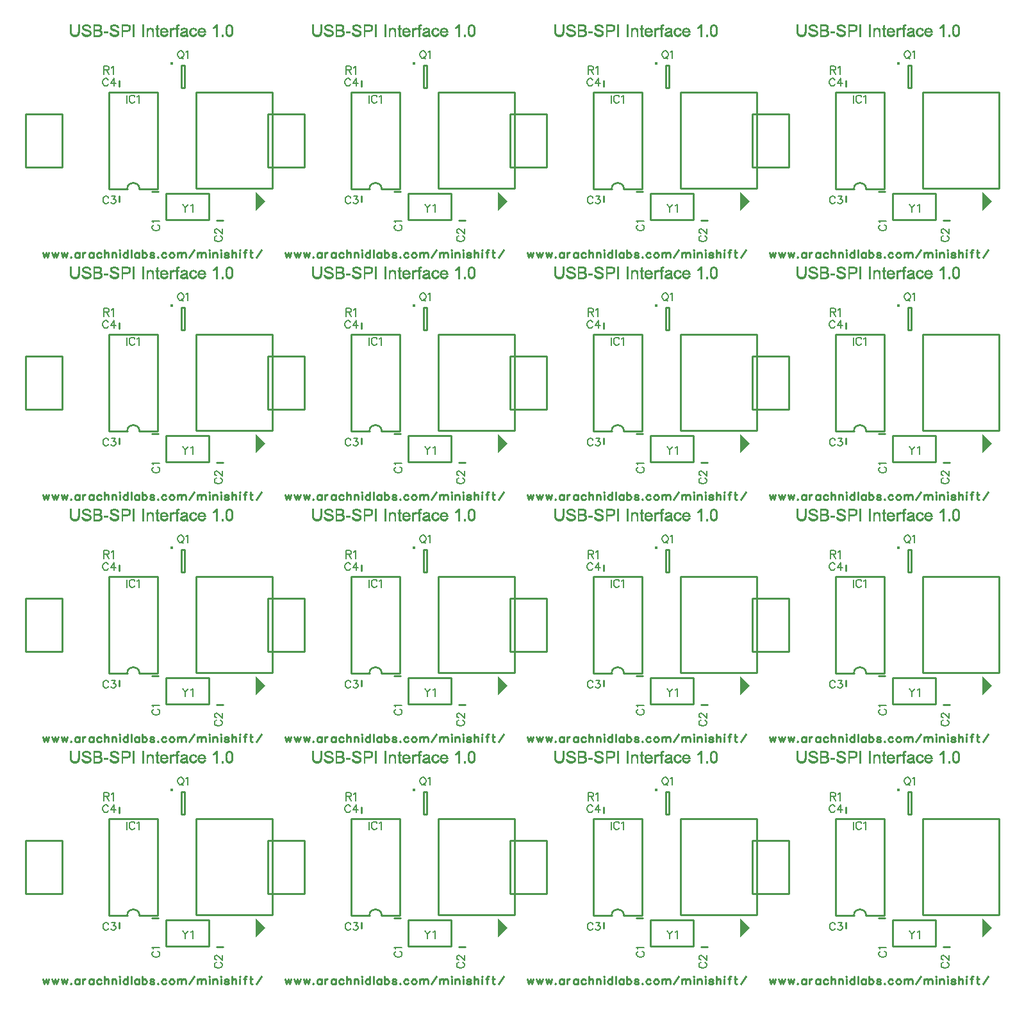
<source format=gto>
G04 DipTrace 2.3.1.0*
%INinterface_TopSilk.gto*%
%MOIN*%
%ADD10C,0.0098*%
%ADD12C,0.003*%
%ADD26C,0.0154*%
%ADD60C,0.0062*%
%ADD61C,0.0087*%
%FSLAX44Y44*%
G04*
G70*
G90*
G75*
G01*
%LNTopSilk*%
%LPD*%
X10567Y7718D2*
D10*
Y12756D1*
X8047Y7718D2*
Y12756D1*
X10567D2*
X8047D1*
X10567Y7718D2*
X9622D1*
X8992D2*
X8047D1*
X9622D2*
G03X8992Y7718I-315J0D01*
G01*
X13251Y6121D2*
X11007D1*
Y7460D1*
X13251D1*
Y6121D1*
X10280Y7561D2*
X10594D1*
X13969Y6063D2*
X13655D1*
X8563Y7030D2*
Y7344D1*
Y13030D2*
Y13344D1*
X5600Y11615D2*
X3691D1*
Y8859D1*
X5600D1*
Y11615D1*
X16538Y12737D2*
X12562D1*
Y7737D1*
X16538D1*
Y12737D1*
D26*
X11290Y14245D3*
X11791Y14153D2*
D10*
Y12972D1*
X11988D1*
Y14153D1*
X11791D1*
G36*
X15687Y6562D2*
Y7562D1*
X16187Y7062D1*
D1*
X15687Y6562D1*
G37*
X6835Y16287D2*
D12*
X6880D1*
X8286D2*
X8331D1*
X11637D2*
X11667D1*
X6012Y16272D2*
X6072D1*
X6431D2*
X6491D1*
X6785D2*
X6930D1*
X7224D2*
X7538D1*
X8236D2*
X8381D1*
X8690D2*
X9019D1*
X9288D2*
X9348D1*
X9767D2*
X9827D1*
X11601D2*
X11688D1*
X13612D2*
X13657D1*
X14240D2*
X14345D1*
X6012Y16257D2*
X6072D1*
X6431D2*
X6491D1*
X6744D2*
X6970D1*
X7224D2*
X7565D1*
X8196D2*
X8421D1*
X8690D2*
X9053D1*
X9288D2*
X9348D1*
X9767D2*
X9827D1*
X11574D2*
X11703D1*
X13604D2*
X13657D1*
X14211D2*
X14367D1*
X6012Y16243D2*
X6072D1*
X6431D2*
X6491D1*
X6714D2*
X7000D1*
X7224D2*
X7588D1*
X8165D2*
X8451D1*
X8690D2*
X9080D1*
X9288D2*
X9348D1*
X9767D2*
X9827D1*
X10545D2*
X10560D1*
X11555D2*
X11708D1*
X13593D2*
X13657D1*
X14188D2*
X14386D1*
X6012Y16228D2*
X6072D1*
X6431D2*
X6491D1*
X6692D2*
X7023D1*
X7224D2*
X7608D1*
X8143D2*
X8474D1*
X8690D2*
X9100D1*
X9288D2*
X9348D1*
X9767D2*
X9827D1*
X10526D2*
X10560D1*
X11541D2*
X11712D1*
X13580D2*
X13657D1*
X14169D2*
X14403D1*
X6012Y16213D2*
X6072D1*
X6431D2*
X6491D1*
X6676D2*
X7039D1*
X7224D2*
X7623D1*
X8127D2*
X8490D1*
X8690D2*
X9115D1*
X9288D2*
X9348D1*
X9767D2*
X9827D1*
X10511D2*
X10560D1*
X11537D2*
X11663D1*
X13566D2*
X13657D1*
X14154D2*
X14258D1*
X14314D2*
X14418D1*
X6012Y16198D2*
X6072D1*
X6431D2*
X6491D1*
X6665D2*
X6760D1*
X6936D2*
X7051D1*
X7224D2*
X7283D1*
X7520D2*
X7633D1*
X8116D2*
X8211D1*
X8388D2*
X8503D1*
X8690D2*
X8750D1*
X9016D2*
X9125D1*
X9288D2*
X9348D1*
X9767D2*
X9827D1*
X10505D2*
X10560D1*
X11534D2*
X11629D1*
X13551D2*
X13657D1*
X14143D2*
X14234D1*
X14339D2*
X14432D1*
X6012Y16183D2*
X6072D1*
X6431D2*
X6491D1*
X6657D2*
X6745D1*
X6960D2*
X7061D1*
X7224D2*
X7283D1*
X7543D2*
X7641D1*
X8108D2*
X8197D1*
X8411D2*
X8512D1*
X8690D2*
X8750D1*
X9039D2*
X9134D1*
X9288D2*
X9348D1*
X9767D2*
X9827D1*
X10502D2*
X10560D1*
X11533D2*
X11605D1*
X13534D2*
X13657D1*
X14133D2*
X14215D1*
X14359D2*
X14443D1*
X6012Y16168D2*
X6072D1*
X6431D2*
X6491D1*
X6651D2*
X6732D1*
X6979D2*
X7070D1*
X7224D2*
X7283D1*
X7561D2*
X7647D1*
X8102D2*
X8184D1*
X8431D2*
X8521D1*
X8690D2*
X8750D1*
X9057D2*
X9141D1*
X9288D2*
X9348D1*
X9767D2*
X9827D1*
X10501D2*
X10560D1*
X11533D2*
X11598D1*
X13513D2*
X13657D1*
X14125D2*
X14200D1*
X14373D2*
X14452D1*
X6012Y16153D2*
X6072D1*
X6431D2*
X6491D1*
X6646D2*
X6721D1*
X6994D2*
X7077D1*
X7224D2*
X7283D1*
X7572D2*
X7652D1*
X8097D2*
X8172D1*
X8446D2*
X8528D1*
X8690D2*
X8750D1*
X9068D2*
X9147D1*
X9288D2*
X9348D1*
X9767D2*
X9827D1*
X10500D2*
X10560D1*
X11532D2*
X11595D1*
X13491D2*
X13657D1*
X14118D2*
X14190D1*
X14384D2*
X14458D1*
X6012Y16138D2*
X6072D1*
X6431D2*
X6491D1*
X6643D2*
X6711D1*
X7006D2*
X7083D1*
X7224D2*
X7283D1*
X7581D2*
X7655D1*
X8094D2*
X8162D1*
X8457D2*
X8534D1*
X8690D2*
X8750D1*
X9076D2*
X9151D1*
X9288D2*
X9348D1*
X9767D2*
X9827D1*
X10500D2*
X10560D1*
X11532D2*
X11593D1*
X13470D2*
X13657D1*
X14112D2*
X14182D1*
X14392D2*
X14464D1*
X6012Y16123D2*
X6072D1*
X6431D2*
X6491D1*
X6641D2*
X6700D1*
X7011D2*
X7086D1*
X7224D2*
X7283D1*
X7589D2*
X7656D1*
X8093D2*
X8151D1*
X8462D2*
X8538D1*
X8690D2*
X8750D1*
X9082D2*
X9152D1*
X9288D2*
X9348D1*
X9767D2*
X9827D1*
X10500D2*
X10560D1*
X11532D2*
X11592D1*
X13454D2*
X13569D1*
X13597D2*
X13657D1*
X14108D2*
X14176D1*
X14398D2*
X14469D1*
X6012Y16108D2*
X6072D1*
X6431D2*
X6491D1*
X6641D2*
X6708D1*
X7014D2*
X7089D1*
X7224D2*
X7283D1*
X7598D2*
X7656D1*
X8092D2*
X8159D1*
X8465D2*
X8540D1*
X8690D2*
X8750D1*
X9087D2*
X9153D1*
X9288D2*
X9348D1*
X9767D2*
X9827D1*
X10186D2*
X10216D1*
X10500D2*
X10560D1*
X10874D2*
X10904D1*
X11368D2*
X11383D1*
X11532D2*
X11592D1*
X11921D2*
X11981D1*
X12400D2*
X12445D1*
X12834D2*
X12864D1*
X13441D2*
X13543D1*
X13597D2*
X13657D1*
X14104D2*
X14171D1*
X14402D2*
X14474D1*
X6012Y16093D2*
X6072D1*
X6431D2*
X6491D1*
X6643D2*
X6715D1*
X7224D2*
X7283D1*
X7590D2*
X7655D1*
X8094D2*
X8166D1*
X8690D2*
X8750D1*
X9085D2*
X9153D1*
X9288D2*
X9348D1*
X9767D2*
X9827D1*
X9991D2*
X10051D1*
X10144D2*
X10256D1*
X10440D2*
X10635D1*
X10833D2*
X10952D1*
X11203D2*
X11263D1*
X11338D2*
X11428D1*
X11457D2*
X11682D1*
X11875D2*
X12022D1*
X12359D2*
X12486D1*
X12793D2*
X12911D1*
X13437D2*
X13517D1*
X13597D2*
X13657D1*
X14100D2*
X14168D1*
X14406D2*
X14477D1*
X6012Y16078D2*
X6072D1*
X6431D2*
X6491D1*
X6647D2*
X6724D1*
X7224D2*
X7283D1*
X7583D2*
X7651D1*
X8098D2*
X8175D1*
X8690D2*
X8750D1*
X9082D2*
X9153D1*
X9288D2*
X9348D1*
X9767D2*
X9827D1*
X9991D2*
X10054D1*
X10110D2*
X10286D1*
X10442D2*
X10635D1*
X10801D2*
X10988D1*
X11203D2*
X11266D1*
X11312D2*
X11682D1*
X11839D2*
X12054D1*
X12327D2*
X12517D1*
X12761D2*
X12948D1*
X13434D2*
X13490D1*
X13597D2*
X13657D1*
X14096D2*
X14166D1*
X14410D2*
X14478D1*
X6012Y16063D2*
X6072D1*
X6431D2*
X6491D1*
X6653D2*
X6746D1*
X7224D2*
X7283D1*
X7574D2*
X7645D1*
X8104D2*
X8198D1*
X8690D2*
X8750D1*
X9078D2*
X9151D1*
X9288D2*
X9348D1*
X9767D2*
X9827D1*
X9991D2*
X10059D1*
X10080D2*
X10307D1*
X10446D2*
X10635D1*
X10777D2*
X11015D1*
X11203D2*
X11271D1*
X11288D2*
X11428D1*
X11465D2*
X11682D1*
X11812D2*
X12078D1*
X12303D2*
X12540D1*
X12737D2*
X12975D1*
X13432D2*
X13462D1*
X13597D2*
X13657D1*
X14093D2*
X14166D1*
X14414D2*
X14479D1*
X6012Y16048D2*
X6072D1*
X6431D2*
X6491D1*
X6662D2*
X6780D1*
X7224D2*
X7283D1*
X7561D2*
X7638D1*
X8113D2*
X8231D1*
X8690D2*
X8750D1*
X9072D2*
X9147D1*
X9288D2*
X9348D1*
X9767D2*
X9827D1*
X9991D2*
X10320D1*
X10460D2*
X10635D1*
X10758D2*
X11034D1*
X11203D2*
X11428D1*
X11483D2*
X11682D1*
X11793D2*
X12095D1*
X12284D2*
X12555D1*
X12718D2*
X12994D1*
X13597D2*
X13657D1*
X14092D2*
X14165D1*
X14417D2*
X14479D1*
X6012Y16033D2*
X6072D1*
X6431D2*
X6491D1*
X6673D2*
X6826D1*
X7224D2*
X7283D1*
X7542D2*
X7630D1*
X8124D2*
X8277D1*
X8690D2*
X8750D1*
X9063D2*
X9143D1*
X9288D2*
X9348D1*
X9767D2*
X9827D1*
X9991D2*
X10129D1*
X10227D2*
X10330D1*
X10476D2*
X10560D1*
X10743D2*
X10847D1*
X10964D2*
X11050D1*
X11203D2*
X11428D1*
X11503D2*
X11592D1*
X11780D2*
X11862D1*
X12011D2*
X12107D1*
X12269D2*
X12373D1*
X12471D2*
X12568D1*
X12703D2*
X12807D1*
X12924D2*
X13009D1*
X13597D2*
X13657D1*
X14091D2*
X14163D1*
X14419D2*
X14479D1*
X6012Y16018D2*
X6072D1*
X6431D2*
X6491D1*
X6687D2*
X6877D1*
X7224D2*
X7283D1*
X7519D2*
X7618D1*
X8138D2*
X8329D1*
X8690D2*
X8750D1*
X9048D2*
X9138D1*
X9288D2*
X9348D1*
X9767D2*
X9827D1*
X9991D2*
X10108D1*
X10248D2*
X10338D1*
X10489D2*
X10560D1*
X10732D2*
X10823D1*
X10979D2*
X11061D1*
X11203D2*
X11367D1*
X11520D2*
X11592D1*
X11770D2*
X11849D1*
X12025D2*
X12112D1*
X12258D2*
X12350D1*
X12493D2*
X12578D1*
X12691D2*
X12783D1*
X12939D2*
X13021D1*
X13597D2*
X13657D1*
X14091D2*
X14159D1*
X14419D2*
X14480D1*
X6012Y16003D2*
X6072D1*
X6431D2*
X6491D1*
X6704D2*
X6927D1*
X7224D2*
X7602D1*
X8155D2*
X8378D1*
X8690D2*
X8750D1*
X9027D2*
X9130D1*
X9288D2*
X9348D1*
X9767D2*
X9827D1*
X9991D2*
X10092D1*
X10265D2*
X10344D1*
X10495D2*
X10560D1*
X10723D2*
X10804D1*
X10993D2*
X11070D1*
X11203D2*
X11326D1*
X11526D2*
X11592D1*
X11764D2*
X11838D1*
X12038D2*
X12114D1*
X12249D2*
X12332D1*
X12509D2*
X12585D1*
X12682D2*
X12764D1*
X12953D2*
X13030D1*
X13597D2*
X13657D1*
X14091D2*
X14155D1*
X14420D2*
X14480D1*
X6012Y15988D2*
X6072D1*
X6431D2*
X6491D1*
X6728D2*
X6970D1*
X7224D2*
X7583D1*
X8179D2*
X8421D1*
X8690D2*
X8750D1*
X9001D2*
X9120D1*
X9288D2*
X9348D1*
X9767D2*
X9827D1*
X9991D2*
X10081D1*
X10271D2*
X10347D1*
X10498D2*
X10560D1*
X10716D2*
X10789D1*
X11006D2*
X11077D1*
X11203D2*
X11298D1*
X11530D2*
X11592D1*
X11760D2*
X11827D1*
X12048D2*
X12115D1*
X12242D2*
X12319D1*
X12520D2*
X12590D1*
X12676D2*
X12749D1*
X12965D2*
X13037D1*
X13597D2*
X13657D1*
X14091D2*
X14153D1*
X14420D2*
X14480D1*
X6012Y15973D2*
X6072D1*
X6431D2*
X6491D1*
X6759D2*
X7005D1*
X7224D2*
X7599D1*
X8211D2*
X8456D1*
X8690D2*
X9107D1*
X9288D2*
X9348D1*
X9767D2*
X9827D1*
X9991D2*
X10074D1*
X10276D2*
X10349D1*
X10499D2*
X10560D1*
X10710D2*
X10777D1*
X11014D2*
X11083D1*
X11203D2*
X11286D1*
X11531D2*
X11592D1*
X11757D2*
X11817D1*
X12052D2*
X12115D1*
X12236D2*
X12309D1*
X12528D2*
X12571D1*
X12670D2*
X12737D1*
X12974D2*
X13043D1*
X13597D2*
X13657D1*
X14091D2*
X14152D1*
X14420D2*
X14480D1*
X6012Y15958D2*
X6072D1*
X6431D2*
X6491D1*
X6801D2*
X7032D1*
X7224D2*
X7616D1*
X8252D2*
X8484D1*
X8690D2*
X9091D1*
X9288D2*
X9348D1*
X9767D2*
X9827D1*
X9991D2*
X10069D1*
X10281D2*
X10350D1*
X10500D2*
X10560D1*
X10705D2*
X10773D1*
X11019D2*
X11088D1*
X11203D2*
X11282D1*
X11532D2*
X11592D1*
X12053D2*
X12116D1*
X12231D2*
X12302D1*
X12535D2*
X12550D1*
X12665D2*
X12733D1*
X12979D2*
X13048D1*
X13597D2*
X13657D1*
X14091D2*
X14151D1*
X14420D2*
X14480D1*
X6012Y15943D2*
X6072D1*
X6431D2*
X6491D1*
X6849D2*
X7053D1*
X7224D2*
X7631D1*
X8300D2*
X8505D1*
X8690D2*
X9070D1*
X9288D2*
X9348D1*
X9767D2*
X9827D1*
X9991D2*
X10065D1*
X10285D2*
X10350D1*
X10500D2*
X10560D1*
X10700D2*
X10771D1*
X11022D2*
X11093D1*
X11203D2*
X11279D1*
X11532D2*
X11592D1*
X12027D2*
X12116D1*
X12226D2*
X12298D1*
X12660D2*
X12731D1*
X12982D2*
X13053D1*
X13597D2*
X13657D1*
X14091D2*
X14153D1*
X14420D2*
X14480D1*
X6012Y15928D2*
X6072D1*
X6430D2*
X6491D1*
X6897D2*
X7069D1*
X7224D2*
X7283D1*
X7517D2*
X7644D1*
X8348D2*
X8520D1*
X8690D2*
X9040D1*
X9288D2*
X9348D1*
X9767D2*
X9827D1*
X9991D2*
X10061D1*
X10288D2*
X10350D1*
X10500D2*
X10560D1*
X10697D2*
X10770D1*
X11023D2*
X11096D1*
X11203D2*
X11276D1*
X11532D2*
X11592D1*
X11984D2*
X12116D1*
X12223D2*
X12296D1*
X12657D2*
X12730D1*
X12983D2*
X13056D1*
X13597D2*
X13657D1*
X14091D2*
X14157D1*
X14420D2*
X14480D1*
X6012Y15913D2*
X6072D1*
X6428D2*
X6491D1*
X6940D2*
X7080D1*
X7224D2*
X7283D1*
X7549D2*
X7656D1*
X7762D2*
X7987D1*
X8391D2*
X8531D1*
X8690D2*
X9004D1*
X9288D2*
X9348D1*
X9767D2*
X9827D1*
X9991D2*
X10056D1*
X10289D2*
X10350D1*
X10500D2*
X10560D1*
X10696D2*
X11097D1*
X11203D2*
X11272D1*
X11532D2*
X11592D1*
X11929D2*
X12116D1*
X12222D2*
X12293D1*
X12655D2*
X13057D1*
X13597D2*
X13657D1*
X14091D2*
X14160D1*
X14420D2*
X14480D1*
X6012Y15898D2*
X6074D1*
X6425D2*
X6491D1*
X6974D2*
X7087D1*
X7224D2*
X7283D1*
X7572D2*
X7664D1*
X7762D2*
X7987D1*
X8426D2*
X8538D1*
X8690D2*
X8750D1*
X9288D2*
X9348D1*
X9767D2*
X9827D1*
X9991D2*
X10054D1*
X10290D2*
X10350D1*
X10500D2*
X10560D1*
X10695D2*
X11098D1*
X11203D2*
X11268D1*
X11532D2*
X11592D1*
X11876D2*
X12116D1*
X12221D2*
X12290D1*
X12655D2*
X13058D1*
X13597D2*
X13657D1*
X14091D2*
X14163D1*
X14419D2*
X14480D1*
X6012Y15883D2*
X6078D1*
X6421D2*
X6491D1*
X6999D2*
X7093D1*
X7224D2*
X7283D1*
X7587D2*
X7669D1*
X7762D2*
X7987D1*
X8451D2*
X8544D1*
X8690D2*
X8750D1*
X9288D2*
X9348D1*
X9767D2*
X9827D1*
X9991D2*
X10052D1*
X10290D2*
X10350D1*
X10500D2*
X10560D1*
X10695D2*
X11098D1*
X11203D2*
X11265D1*
X11532D2*
X11592D1*
X11833D2*
X12116D1*
X12221D2*
X12288D1*
X12654D2*
X13058D1*
X13597D2*
X13657D1*
X14091D2*
X14164D1*
X14417D2*
X14480D1*
X6012Y15869D2*
X6082D1*
X6418D2*
X6490D1*
X7018D2*
X7098D1*
X7224D2*
X7283D1*
X7598D2*
X7671D1*
X7762D2*
X7987D1*
X8469D2*
X8549D1*
X8690D2*
X8750D1*
X9288D2*
X9348D1*
X9767D2*
X9827D1*
X9991D2*
X10052D1*
X10290D2*
X10350D1*
X10500D2*
X10560D1*
X10695D2*
X11098D1*
X11203D2*
X11264D1*
X11532D2*
X11592D1*
X11802D2*
X12008D1*
X12056D2*
X12116D1*
X12221D2*
X12289D1*
X12654D2*
X13058D1*
X13597D2*
X13657D1*
X14093D2*
X14165D1*
X14414D2*
X14479D1*
X6012Y15854D2*
X6084D1*
X6417D2*
X6490D1*
X6625D2*
X6685D1*
X7026D2*
X7101D1*
X7224D2*
X7283D1*
X7605D2*
X7672D1*
X7762D2*
X7987D1*
X8076D2*
X8136D1*
X8478D2*
X8552D1*
X8690D2*
X8750D1*
X9288D2*
X9348D1*
X9767D2*
X9827D1*
X9991D2*
X10051D1*
X10291D2*
X10350D1*
X10500D2*
X10560D1*
X10695D2*
X10751D1*
X11203D2*
X11263D1*
X11532D2*
X11592D1*
X11781D2*
X11946D1*
X12056D2*
X12116D1*
X12221D2*
X12291D1*
X12654D2*
X12711D1*
X13597D2*
X13657D1*
X14097D2*
X14165D1*
X14410D2*
X14479D1*
X6014Y15839D2*
X6086D1*
X6416D2*
X6488D1*
X6610D2*
X6687D1*
X7035D2*
X7103D1*
X7224D2*
X7283D1*
X7609D2*
X7672D1*
X8061D2*
X8139D1*
X8486D2*
X8554D1*
X8690D2*
X8750D1*
X9288D2*
X9348D1*
X9767D2*
X9827D1*
X9991D2*
X10051D1*
X10291D2*
X10350D1*
X10500D2*
X10560D1*
X10695D2*
X10760D1*
X11203D2*
X11263D1*
X11532D2*
X11592D1*
X11766D2*
X11894D1*
X12055D2*
X12116D1*
X12221D2*
X12293D1*
X12655D2*
X12720D1*
X13597D2*
X13657D1*
X14101D2*
X14166D1*
X14407D2*
X14477D1*
X6018Y15824D2*
X6089D1*
X6413D2*
X6484D1*
X6617D2*
X6692D1*
X7044D2*
X7103D1*
X7224D2*
X7283D1*
X7609D2*
X7672D1*
X8068D2*
X8143D1*
X8495D2*
X8555D1*
X8690D2*
X8750D1*
X9288D2*
X9348D1*
X9767D2*
X9827D1*
X9991D2*
X10051D1*
X10291D2*
X10350D1*
X10500D2*
X10560D1*
X10697D2*
X10766D1*
X11203D2*
X11263D1*
X11532D2*
X11592D1*
X11756D2*
X11856D1*
X12053D2*
X12116D1*
X12223D2*
X12295D1*
X12657D2*
X12726D1*
X13597D2*
X13657D1*
X14104D2*
X14168D1*
X14405D2*
X14473D1*
X6022Y15809D2*
X6093D1*
X6409D2*
X6481D1*
X6622D2*
X6698D1*
X7037D2*
X7103D1*
X7224D2*
X7283D1*
X7605D2*
X7672D1*
X8073D2*
X8149D1*
X8488D2*
X8554D1*
X8690D2*
X8750D1*
X9288D2*
X9348D1*
X9767D2*
X9827D1*
X9991D2*
X10051D1*
X10291D2*
X10350D1*
X10500D2*
X10560D1*
X10701D2*
X10770D1*
X11203D2*
X11263D1*
X11532D2*
X11592D1*
X11749D2*
X11832D1*
X12050D2*
X12116D1*
X12227D2*
X12297D1*
X12535D2*
X12594D1*
X12660D2*
X12730D1*
X13597D2*
X13657D1*
X14107D2*
X14172D1*
X14403D2*
X14469D1*
X6025Y15794D2*
X6100D1*
X6403D2*
X6477D1*
X6626D2*
X6707D1*
X7030D2*
X7101D1*
X7224D2*
X7283D1*
X7599D2*
X7672D1*
X8077D2*
X8158D1*
X8481D2*
X8553D1*
X8690D2*
X8750D1*
X9288D2*
X9348D1*
X9767D2*
X9827D1*
X9991D2*
X10051D1*
X10291D2*
X10350D1*
X10500D2*
X10560D1*
X10705D2*
X10775D1*
X11024D2*
X11083D1*
X11203D2*
X11263D1*
X11532D2*
X11592D1*
X11745D2*
X11816D1*
X12045D2*
X12116D1*
X12231D2*
X12302D1*
X12532D2*
X12609D1*
X12665D2*
X12735D1*
X12983D2*
X13043D1*
X13597D2*
X13657D1*
X14111D2*
X14178D1*
X14398D2*
X14464D1*
X6029Y15779D2*
X6108D1*
X6395D2*
X6474D1*
X6631D2*
X6720D1*
X7022D2*
X7097D1*
X7224D2*
X7283D1*
X7590D2*
X7670D1*
X8082D2*
X8171D1*
X8473D2*
X8548D1*
X8690D2*
X8750D1*
X9288D2*
X9348D1*
X9767D2*
X9827D1*
X9991D2*
X10051D1*
X10291D2*
X10350D1*
X10500D2*
X10560D1*
X10710D2*
X10782D1*
X11016D2*
X11098D1*
X11203D2*
X11263D1*
X11532D2*
X11592D1*
X11743D2*
X11802D1*
X12040D2*
X12118D1*
X12236D2*
X12308D1*
X12528D2*
X12602D1*
X12669D2*
X12742D1*
X12975D2*
X13058D1*
X13597D2*
X13657D1*
X14116D2*
X14185D1*
X14392D2*
X14459D1*
X6035Y15764D2*
X6124D1*
X6379D2*
X6467D1*
X6638D2*
X6737D1*
X7007D2*
X7091D1*
X7224D2*
X7283D1*
X7576D2*
X7666D1*
X8089D2*
X8189D1*
X8458D2*
X8542D1*
X8690D2*
X8750D1*
X9288D2*
X9348D1*
X9767D2*
X9827D1*
X9991D2*
X10051D1*
X10291D2*
X10350D1*
X10500D2*
X10561D1*
X10715D2*
X10792D1*
X11004D2*
X11089D1*
X11203D2*
X11263D1*
X11532D2*
X11592D1*
X11743D2*
X11812D1*
X12032D2*
X12122D1*
X12241D2*
X12317D1*
X12521D2*
X12595D1*
X12675D2*
X12752D1*
X12964D2*
X13049D1*
X13597D2*
X13657D1*
X14121D2*
X14193D1*
X14382D2*
X14453D1*
X6043Y15749D2*
X6173D1*
X6330D2*
X6459D1*
X6647D2*
X6794D1*
X6958D2*
X7082D1*
X7224D2*
X7283D1*
X7557D2*
X7659D1*
X8098D2*
X8245D1*
X8409D2*
X8533D1*
X8690D2*
X8750D1*
X9288D2*
X9348D1*
X9767D2*
X9827D1*
X9991D2*
X10051D1*
X10291D2*
X10350D1*
X10500D2*
X10563D1*
X10722D2*
X10805D1*
X10991D2*
X11081D1*
X11203D2*
X11263D1*
X11532D2*
X11592D1*
X11744D2*
X11823D1*
X12009D2*
X12126D1*
X12248D2*
X12329D1*
X12510D2*
X12587D1*
X12682D2*
X12765D1*
X12951D2*
X13040D1*
X13597D2*
X13657D1*
X14128D2*
X14204D1*
X14369D2*
X14445D1*
X6052Y15734D2*
X6254D1*
X6248D2*
X6449D1*
X6658D2*
X6886D1*
X6877D2*
X7071D1*
X7224D2*
X7283D1*
X7534D2*
X7651D1*
X8109D2*
X8337D1*
X8328D2*
X8522D1*
X8690D2*
X8750D1*
X9288D2*
X9348D1*
X9767D2*
X9827D1*
X9991D2*
X10051D1*
X10291D2*
X10350D1*
X10500D2*
X10573D1*
X10731D2*
X10844D1*
X10958D2*
X11072D1*
X11203D2*
X11263D1*
X11532D2*
X11592D1*
X11749D2*
X11854D1*
X11970D2*
X12128D1*
X12257D2*
X12361D1*
X12473D2*
X12578D1*
X12691D2*
X12804D1*
X12918D2*
X13032D1*
X13597D2*
X13657D1*
X13911D2*
X13971D1*
X14137D2*
X14236D1*
X14336D2*
X14438D1*
X6063Y15719D2*
X6437D1*
X6672D2*
X7057D1*
X7224D2*
X7639D1*
X8123D2*
X8508D1*
X8690D2*
X8750D1*
X9288D2*
X9348D1*
X9767D2*
X9827D1*
X9991D2*
X10051D1*
X10291D2*
X10350D1*
X10501D2*
X10594D1*
X10742D2*
X10904D1*
X10907D2*
X11062D1*
X11203D2*
X11263D1*
X11532D2*
X11592D1*
X11755D2*
X11904D1*
X11908D2*
X12130D1*
X12268D2*
X12412D1*
X12414D2*
X12569D1*
X12702D2*
X12864D1*
X12867D2*
X13022D1*
X13597D2*
X13657D1*
X13911D2*
X13971D1*
X14146D2*
X14285D1*
X14286D2*
X14428D1*
X6078Y15704D2*
X6421D1*
X6689D2*
X7040D1*
X7224D2*
X7623D1*
X8140D2*
X8492D1*
X8690D2*
X8750D1*
X9288D2*
X9348D1*
X9767D2*
X9827D1*
X9991D2*
X10051D1*
X10291D2*
X10350D1*
X10503D2*
X10614D1*
X10756D2*
X11048D1*
X11203D2*
X11263D1*
X11532D2*
X11592D1*
X11764D2*
X12131D1*
X12282D2*
X12556D1*
X12716D2*
X13008D1*
X13597D2*
X13657D1*
X13911D2*
X13971D1*
X14157D2*
X14416D1*
X6099Y15689D2*
X6400D1*
X6712D2*
X7018D1*
X7224D2*
X7600D1*
X8163D2*
X8470D1*
X8690D2*
X8750D1*
X9288D2*
X9348D1*
X9767D2*
X9827D1*
X9991D2*
X10051D1*
X10291D2*
X10350D1*
X10508D2*
X10630D1*
X10774D2*
X11029D1*
X11203D2*
X11263D1*
X11532D2*
X11592D1*
X11779D2*
X12025D1*
X12071D2*
X12133D1*
X12301D2*
X12536D1*
X12734D2*
X12989D1*
X13597D2*
X13657D1*
X13911D2*
X13971D1*
X14172D2*
X14399D1*
X6130Y15674D2*
X6370D1*
X6746D2*
X6989D1*
X7224D2*
X7571D1*
X8197D2*
X8440D1*
X8690D2*
X8750D1*
X9288D2*
X9348D1*
X9767D2*
X9827D1*
X9991D2*
X10051D1*
X10291D2*
X10350D1*
X10524D2*
X10642D1*
X10799D2*
X11001D1*
X11203D2*
X11263D1*
X11532D2*
X11592D1*
X11803D2*
X11990D1*
X12071D2*
X12139D1*
X12328D2*
X12509D1*
X12759D2*
X12961D1*
X13597D2*
X13657D1*
X13911D2*
X13971D1*
X14196D2*
X14374D1*
X6172Y15659D2*
X6329D1*
X6794D2*
X6952D1*
X7224D2*
X7538D1*
X8245D2*
X8403D1*
X8690D2*
X8750D1*
X9288D2*
X9348D1*
X9767D2*
X9827D1*
X9991D2*
X10051D1*
X10291D2*
X10350D1*
X10547D2*
X10632D1*
X10834D2*
X10963D1*
X11203D2*
X11263D1*
X11532D2*
X11592D1*
X11837D2*
X11950D1*
X12071D2*
X12146D1*
X12368D2*
X12472D1*
X12794D2*
X12923D1*
X13597D2*
X13657D1*
X13911D2*
X13971D1*
X14231D2*
X14340D1*
X6221Y15644D2*
X6281D1*
X6850D2*
X6909D1*
X8301D2*
X8361D1*
X10575D2*
X10620D1*
X10874D2*
X10919D1*
X11876D2*
X11906D1*
X12415D2*
X12430D1*
X12834D2*
X12879D1*
X14270D2*
X14300D1*
X6835Y16287D2*
X6785Y16272D1*
X6744Y16257D1*
X6714Y16243D1*
X6692Y16228D1*
X6676Y16213D1*
X6665Y16198D1*
X6657Y16183D1*
X6651Y16168D1*
X6646Y16153D1*
X6643Y16138D1*
X6641Y16123D1*
Y16108D1*
X6643Y16093D1*
X6647Y16078D1*
X6653Y16063D1*
X6662Y16048D1*
X6673Y16033D1*
X6687Y16018D1*
X6704Y16003D1*
X6728Y15988D1*
X6759Y15973D1*
X6801Y15958D1*
X6849Y15943D1*
X6897Y15928D1*
X6940Y15913D1*
X6974Y15898D1*
X6999Y15883D1*
X7018Y15869D1*
X7026Y15854D1*
X7035Y15839D1*
X7044Y15824D1*
X7037Y15809D1*
X7030Y15794D1*
X7022Y15779D1*
X7007Y15764D1*
X6958Y15749D1*
X6877Y15734D1*
X6775Y15719D1*
X6880Y16287D2*
X6930Y16272D1*
X6970Y16257D1*
X7000Y16243D1*
X7023Y16228D1*
X7039Y16213D1*
X7051Y16198D1*
X7061Y16183D1*
X7070Y16168D1*
X7077Y16153D1*
X7083Y16138D1*
X7086Y16123D1*
X7089Y16108D1*
X8286Y16287D2*
X8236Y16272D1*
X8196Y16257D1*
X8165Y16243D1*
X8143Y16228D1*
X8127Y16213D1*
X8116Y16198D1*
X8108Y16183D1*
X8102Y16168D1*
X8097Y16153D1*
X8094Y16138D1*
X8093Y16123D1*
X8092Y16108D1*
X8094Y16093D1*
X8098Y16078D1*
X8104Y16063D1*
X8113Y16048D1*
X8124Y16033D1*
X8138Y16018D1*
X8155Y16003D1*
X8179Y15988D1*
X8211Y15973D1*
X8252Y15958D1*
X8300Y15943D1*
X8348Y15928D1*
X8391Y15913D1*
X8426Y15898D1*
X8451Y15883D1*
X8469Y15869D1*
X8478Y15854D1*
X8486Y15839D1*
X8495Y15824D1*
X8488Y15809D1*
X8481Y15794D1*
X8473Y15779D1*
X8458Y15764D1*
X8409Y15749D1*
X8328Y15734D1*
X8226Y15719D1*
X8331Y16287D2*
X8381Y16272D1*
X8421Y16257D1*
X8451Y16243D1*
X8474Y16228D1*
X8490Y16213D1*
X8503Y16198D1*
X8512Y16183D1*
X8521Y16168D1*
X8528Y16153D1*
X8534Y16138D1*
X8538Y16123D1*
X8540Y16108D1*
X11637Y16287D2*
X11601Y16272D1*
X11574Y16257D1*
X11555Y16243D1*
X11541Y16228D1*
X11537Y16213D1*
X11534Y16198D1*
X11533Y16183D1*
Y16168D1*
X11532Y16153D1*
Y16138D1*
Y16123D1*
Y16108D1*
X11457Y16093D1*
X11667Y16287D2*
X11688Y16272D1*
X11703Y16257D1*
X11708Y16243D1*
X11712Y16228D1*
X11663Y16213D1*
X11629Y16198D1*
X11605Y16183D1*
X11598Y16168D1*
X11595Y16153D1*
X11593Y16138D1*
X11592Y16123D1*
Y16108D1*
Y16093D1*
X11682D1*
Y16078D1*
Y16063D1*
Y16048D1*
Y16033D1*
X11592D1*
Y16018D1*
Y16003D1*
Y15988D1*
Y15973D1*
Y15958D1*
Y15943D1*
Y15928D1*
Y15913D1*
Y15898D1*
Y15883D1*
Y15869D1*
Y15854D1*
Y15839D1*
Y15824D1*
Y15809D1*
Y15794D1*
Y15779D1*
Y15764D1*
Y15749D1*
Y15734D1*
Y15719D1*
Y15704D1*
Y15689D1*
Y15674D1*
Y15659D1*
X6012Y16272D2*
Y16257D1*
Y16243D1*
Y16228D1*
Y16213D1*
Y16198D1*
Y16183D1*
Y16168D1*
Y16153D1*
Y16138D1*
Y16123D1*
Y16108D1*
Y16093D1*
Y16078D1*
Y16063D1*
Y16048D1*
Y16033D1*
Y16018D1*
Y16003D1*
Y15988D1*
Y15973D1*
Y15958D1*
Y15943D1*
Y15928D1*
Y15913D1*
Y15898D1*
Y15883D1*
Y15869D1*
Y15854D1*
X6014Y15839D1*
X6018Y15824D1*
X6022Y15809D1*
X6025Y15794D1*
X6029Y15779D1*
X6035Y15764D1*
X6043Y15749D1*
X6052Y15734D1*
X6063Y15719D1*
X6078Y15704D1*
X6099Y15689D1*
X6130Y15674D1*
X6172Y15659D1*
X6221Y15644D1*
X6072Y16272D2*
Y16257D1*
Y16243D1*
Y16228D1*
Y16213D1*
Y16198D1*
Y16183D1*
Y16168D1*
Y16153D1*
Y16138D1*
Y16123D1*
Y16108D1*
Y16093D1*
Y16078D1*
Y16063D1*
Y16048D1*
Y16033D1*
Y16018D1*
Y16003D1*
Y15988D1*
Y15973D1*
Y15958D1*
Y15943D1*
Y15928D1*
Y15913D1*
X6074Y15898D1*
X6078Y15883D1*
X6082Y15869D1*
X6084Y15854D1*
X6086Y15839D1*
X6089Y15824D1*
X6093Y15809D1*
X6100Y15794D1*
X6108Y15779D1*
X6124Y15764D1*
X6173Y15749D1*
X6254Y15734D1*
X6356Y15719D1*
X6431Y16272D2*
Y16257D1*
Y16243D1*
Y16228D1*
Y16213D1*
Y16198D1*
Y16183D1*
Y16168D1*
Y16153D1*
Y16138D1*
Y16123D1*
Y16108D1*
Y16093D1*
Y16078D1*
Y16063D1*
Y16048D1*
Y16033D1*
Y16018D1*
Y16003D1*
Y15988D1*
Y15973D1*
Y15958D1*
Y15943D1*
X6430Y15928D1*
X6428Y15913D1*
X6425Y15898D1*
X6421Y15883D1*
X6418Y15869D1*
X6417Y15854D1*
X6416Y15839D1*
X6413Y15824D1*
X6409Y15809D1*
X6403Y15794D1*
X6395Y15779D1*
X6379Y15764D1*
X6330Y15749D1*
X6248Y15734D1*
X6146Y15719D1*
X6491Y16272D2*
Y16257D1*
Y16243D1*
Y16228D1*
Y16213D1*
Y16198D1*
Y16183D1*
Y16168D1*
Y16153D1*
Y16138D1*
Y16123D1*
Y16108D1*
Y16093D1*
Y16078D1*
Y16063D1*
Y16048D1*
Y16033D1*
Y16018D1*
Y16003D1*
Y15988D1*
Y15973D1*
Y15958D1*
Y15943D1*
Y15928D1*
Y15913D1*
Y15898D1*
Y15883D1*
X6490Y15869D1*
Y15854D1*
X6488Y15839D1*
X6484Y15824D1*
X6481Y15809D1*
X6477Y15794D1*
X6474Y15779D1*
X6467Y15764D1*
X6459Y15749D1*
X6449Y15734D1*
X6437Y15719D1*
X6421Y15704D1*
X6400Y15689D1*
X6370Y15674D1*
X6329Y15659D1*
X6281Y15644D1*
X7224Y16272D2*
Y16257D1*
Y16243D1*
Y16228D1*
Y16213D1*
Y16198D1*
Y16183D1*
Y16168D1*
Y16153D1*
Y16138D1*
Y16123D1*
Y16108D1*
Y16093D1*
Y16078D1*
Y16063D1*
Y16048D1*
Y16033D1*
Y16018D1*
Y16003D1*
Y15988D1*
Y15973D1*
Y15958D1*
Y15943D1*
Y15928D1*
Y15913D1*
Y15898D1*
Y15883D1*
Y15869D1*
Y15854D1*
Y15839D1*
Y15824D1*
Y15809D1*
Y15794D1*
Y15779D1*
Y15764D1*
Y15749D1*
Y15734D1*
Y15719D1*
Y15704D1*
Y15689D1*
Y15674D1*
Y15659D1*
X7538Y16272D2*
X7565Y16257D1*
X7588Y16243D1*
X7608Y16228D1*
X7623Y16213D1*
X7633Y16198D1*
X7641Y16183D1*
X7647Y16168D1*
X7652Y16153D1*
X7655Y16138D1*
X7656Y16123D1*
Y16108D1*
X7655Y16093D1*
X7651Y16078D1*
X7645Y16063D1*
X7638Y16048D1*
X7630Y16033D1*
X7618Y16018D1*
X7602Y16003D1*
X7583Y15988D1*
X7599Y15973D1*
X7616Y15958D1*
X7631Y15943D1*
X7644Y15928D1*
X7656Y15913D1*
X7664Y15898D1*
X7669Y15883D1*
X7671Y15869D1*
X7672Y15854D1*
Y15839D1*
Y15824D1*
Y15809D1*
Y15794D1*
X7670Y15779D1*
X7666Y15764D1*
X7659Y15749D1*
X7651Y15734D1*
X7639Y15719D1*
X7623Y15704D1*
X7600Y15689D1*
X7571Y15674D1*
X7538Y15659D1*
X8690Y16272D2*
Y16257D1*
Y16243D1*
Y16228D1*
Y16213D1*
Y16198D1*
Y16183D1*
Y16168D1*
Y16153D1*
Y16138D1*
Y16123D1*
Y16108D1*
Y16093D1*
Y16078D1*
Y16063D1*
Y16048D1*
Y16033D1*
Y16018D1*
Y16003D1*
Y15988D1*
Y15973D1*
Y15958D1*
Y15943D1*
Y15928D1*
Y15913D1*
Y15898D1*
Y15883D1*
Y15869D1*
Y15854D1*
Y15839D1*
Y15824D1*
Y15809D1*
Y15794D1*
Y15779D1*
Y15764D1*
Y15749D1*
Y15734D1*
Y15719D1*
Y15704D1*
Y15689D1*
Y15674D1*
Y15659D1*
X9019Y16272D2*
X9053Y16257D1*
X9080Y16243D1*
X9100Y16228D1*
X9115Y16213D1*
X9125Y16198D1*
X9134Y16183D1*
X9141Y16168D1*
X9147Y16153D1*
X9151Y16138D1*
X9152Y16123D1*
X9153Y16108D1*
Y16093D1*
Y16078D1*
X9151Y16063D1*
X9147Y16048D1*
X9143Y16033D1*
X9138Y16018D1*
X9130Y16003D1*
X9120Y15988D1*
X9107Y15973D1*
X9091Y15958D1*
X9070Y15943D1*
X9040Y15928D1*
X9004Y15913D1*
X9288Y16272D2*
Y16257D1*
Y16243D1*
Y16228D1*
Y16213D1*
Y16198D1*
Y16183D1*
Y16168D1*
Y16153D1*
Y16138D1*
Y16123D1*
Y16108D1*
Y16093D1*
Y16078D1*
Y16063D1*
Y16048D1*
Y16033D1*
Y16018D1*
Y16003D1*
Y15988D1*
Y15973D1*
Y15958D1*
Y15943D1*
Y15928D1*
Y15913D1*
Y15898D1*
Y15883D1*
Y15869D1*
Y15854D1*
Y15839D1*
Y15824D1*
Y15809D1*
Y15794D1*
Y15779D1*
Y15764D1*
Y15749D1*
Y15734D1*
Y15719D1*
Y15704D1*
Y15689D1*
Y15674D1*
Y15659D1*
X9348Y16272D2*
Y16257D1*
Y16243D1*
Y16228D1*
Y16213D1*
Y16198D1*
Y16183D1*
Y16168D1*
Y16153D1*
Y16138D1*
Y16123D1*
Y16108D1*
Y16093D1*
Y16078D1*
Y16063D1*
Y16048D1*
Y16033D1*
Y16018D1*
Y16003D1*
Y15988D1*
Y15973D1*
Y15958D1*
Y15943D1*
Y15928D1*
Y15913D1*
Y15898D1*
Y15883D1*
Y15869D1*
Y15854D1*
Y15839D1*
Y15824D1*
Y15809D1*
Y15794D1*
Y15779D1*
Y15764D1*
Y15749D1*
Y15734D1*
Y15719D1*
Y15704D1*
Y15689D1*
Y15674D1*
Y15659D1*
X9767Y16272D2*
Y16257D1*
Y16243D1*
Y16228D1*
Y16213D1*
Y16198D1*
Y16183D1*
Y16168D1*
Y16153D1*
Y16138D1*
Y16123D1*
Y16108D1*
Y16093D1*
Y16078D1*
Y16063D1*
Y16048D1*
Y16033D1*
Y16018D1*
Y16003D1*
Y15988D1*
Y15973D1*
Y15958D1*
Y15943D1*
Y15928D1*
Y15913D1*
Y15898D1*
Y15883D1*
Y15869D1*
Y15854D1*
Y15839D1*
Y15824D1*
Y15809D1*
Y15794D1*
Y15779D1*
Y15764D1*
Y15749D1*
Y15734D1*
Y15719D1*
Y15704D1*
Y15689D1*
Y15674D1*
Y15659D1*
X9827Y16272D2*
Y16257D1*
Y16243D1*
Y16228D1*
Y16213D1*
Y16198D1*
Y16183D1*
Y16168D1*
Y16153D1*
Y16138D1*
Y16123D1*
Y16108D1*
Y16093D1*
Y16078D1*
Y16063D1*
Y16048D1*
Y16033D1*
Y16018D1*
Y16003D1*
Y15988D1*
Y15973D1*
Y15958D1*
Y15943D1*
Y15928D1*
Y15913D1*
Y15898D1*
Y15883D1*
Y15869D1*
Y15854D1*
Y15839D1*
Y15824D1*
Y15809D1*
Y15794D1*
Y15779D1*
Y15764D1*
Y15749D1*
Y15734D1*
Y15719D1*
Y15704D1*
Y15689D1*
Y15674D1*
Y15659D1*
X13612Y16272D2*
X13604Y16257D1*
X13593Y16243D1*
X13580Y16228D1*
X13566Y16213D1*
X13551Y16198D1*
X13534Y16183D1*
X13513Y16168D1*
X13491Y16153D1*
X13470Y16138D1*
X13454Y16123D1*
X13441Y16108D1*
X13437Y16093D1*
X13434Y16078D1*
X13432Y16063D1*
X13657Y16272D2*
Y16257D1*
Y16243D1*
Y16228D1*
Y16213D1*
Y16198D1*
Y16183D1*
Y16168D1*
Y16153D1*
Y16138D1*
Y16123D1*
Y16108D1*
Y16093D1*
Y16078D1*
Y16063D1*
Y16048D1*
Y16033D1*
Y16018D1*
Y16003D1*
Y15988D1*
Y15973D1*
Y15958D1*
Y15943D1*
Y15928D1*
Y15913D1*
Y15898D1*
Y15883D1*
Y15869D1*
Y15854D1*
Y15839D1*
Y15824D1*
Y15809D1*
Y15794D1*
Y15779D1*
Y15764D1*
Y15749D1*
Y15734D1*
Y15719D1*
Y15704D1*
Y15689D1*
Y15674D1*
Y15659D1*
X14240Y16272D2*
X14211Y16257D1*
X14188Y16243D1*
X14169Y16228D1*
X14154Y16213D1*
X14143Y16198D1*
X14133Y16183D1*
X14125Y16168D1*
X14118Y16153D1*
X14112Y16138D1*
X14108Y16123D1*
X14104Y16108D1*
X14100Y16093D1*
X14096Y16078D1*
X14093Y16063D1*
X14092Y16048D1*
X14091Y16033D1*
Y16018D1*
Y16003D1*
Y15988D1*
Y15973D1*
Y15958D1*
Y15943D1*
Y15928D1*
Y15913D1*
Y15898D1*
Y15883D1*
X14093Y15869D1*
X14097Y15854D1*
X14101Y15839D1*
X14104Y15824D1*
X14107Y15809D1*
X14111Y15794D1*
X14116Y15779D1*
X14121Y15764D1*
X14128Y15749D1*
X14137Y15734D1*
X14146Y15719D1*
X14157Y15704D1*
X14172Y15689D1*
X14196Y15674D1*
X14231Y15659D1*
X14270Y15644D1*
X14345Y16272D2*
X14367Y16257D1*
X14386Y16243D1*
X14403Y16228D1*
X14418Y16213D1*
X14432Y16198D1*
X14443Y16183D1*
X14452Y16168D1*
X14458Y16153D1*
X14464Y16138D1*
X14469Y16123D1*
X14474Y16108D1*
X14477Y16093D1*
X14478Y16078D1*
X14479Y16063D1*
Y16048D1*
Y16033D1*
X14480Y16018D1*
Y16003D1*
Y15988D1*
Y15973D1*
Y15958D1*
Y15943D1*
Y15928D1*
Y15913D1*
Y15898D1*
Y15883D1*
X14479Y15869D1*
Y15854D1*
X14477Y15839D1*
X14473Y15824D1*
X14469Y15809D1*
X14464Y15794D1*
X14459Y15779D1*
X14453Y15764D1*
X14445Y15749D1*
X14438Y15734D1*
X14428Y15719D1*
X14416Y15704D1*
X14399Y15689D1*
X14374Y15674D1*
X14340Y15659D1*
X14300Y15644D1*
X10545Y16243D2*
X10526Y16228D1*
X10511Y16213D1*
X10505Y16198D1*
X10502Y16183D1*
X10501Y16168D1*
X10500Y16153D1*
Y16138D1*
Y16123D1*
Y16108D1*
Y16093D1*
X10440D1*
X10442Y16078D1*
X10446Y16063D1*
X10460Y16048D1*
X10476Y16033D1*
X10489Y16018D1*
X10495Y16003D1*
X10498Y15988D1*
X10499Y15973D1*
X10500Y15958D1*
Y15943D1*
Y15928D1*
Y15913D1*
Y15898D1*
Y15883D1*
Y15869D1*
Y15854D1*
Y15839D1*
Y15824D1*
Y15809D1*
Y15794D1*
Y15779D1*
Y15764D1*
Y15749D1*
Y15734D1*
X10501Y15719D1*
X10503Y15704D1*
X10508Y15689D1*
X10524Y15674D1*
X10547Y15659D1*
X10575Y15644D1*
X10560Y16243D2*
Y16228D1*
Y16213D1*
Y16198D1*
Y16183D1*
Y16168D1*
Y16153D1*
Y16138D1*
Y16123D1*
Y16108D1*
Y16093D1*
X10635D1*
Y16078D1*
Y16063D1*
Y16048D1*
Y16033D1*
X10560D1*
Y16018D1*
Y16003D1*
Y15988D1*
Y15973D1*
Y15958D1*
Y15943D1*
Y15928D1*
Y15913D1*
Y15898D1*
Y15883D1*
Y15869D1*
Y15854D1*
Y15839D1*
Y15824D1*
Y15809D1*
Y15794D1*
Y15779D1*
X10561Y15764D1*
X10563Y15749D1*
X10573Y15734D1*
X10594Y15719D1*
X10614Y15704D1*
X10630Y15689D1*
X10642Y15674D1*
X10632Y15659D1*
X10620Y15644D1*
X14285Y16228D2*
X14258Y16213D1*
X14234Y16198D1*
X14215Y16183D1*
X14200Y16168D1*
X14190Y16153D1*
X14182Y16138D1*
X14176Y16123D1*
X14171Y16108D1*
X14168Y16093D1*
X14166Y16078D1*
Y16063D1*
X14165Y16048D1*
X14163Y16033D1*
X14159Y16018D1*
X14155Y16003D1*
X14153Y15988D1*
X14152Y15973D1*
X14151Y15958D1*
X14153Y15943D1*
X14157Y15928D1*
X14160Y15913D1*
X14163Y15898D1*
X14164Y15883D1*
X14165Y15869D1*
Y15854D1*
X14166Y15839D1*
X14168Y15824D1*
X14172Y15809D1*
X14178Y15794D1*
X14185Y15779D1*
X14193Y15764D1*
X14204Y15749D1*
X14236Y15734D1*
X14285Y15719D1*
X14345Y15704D1*
X14285Y16228D2*
X14314Y16213D1*
X14339Y16198D1*
X14359Y16183D1*
X14373Y16168D1*
X14384Y16153D1*
X14392Y16138D1*
X14398Y16123D1*
X14402Y16108D1*
X14406Y16093D1*
X14410Y16078D1*
X14414Y16063D1*
X14417Y16048D1*
X14419Y16033D1*
Y16018D1*
X14420Y16003D1*
Y15988D1*
Y15973D1*
Y15958D1*
Y15943D1*
Y15928D1*
Y15913D1*
X14419Y15898D1*
X14417Y15883D1*
X14414Y15869D1*
X14410Y15854D1*
X14407Y15839D1*
X14405Y15824D1*
X14403Y15809D1*
X14398Y15794D1*
X14392Y15779D1*
X14382Y15764D1*
X14369Y15749D1*
X14336Y15734D1*
X14286Y15719D1*
X14225Y15704D1*
X6775Y16213D2*
X6760Y16198D1*
X6745Y16183D1*
X6732Y16168D1*
X6721Y16153D1*
X6711Y16138D1*
X6700Y16123D1*
X6708Y16108D1*
X6715Y16093D1*
X6724Y16078D1*
X6746Y16063D1*
X6780Y16048D1*
X6826Y16033D1*
X6877Y16018D1*
X6927Y16003D1*
X6970Y15988D1*
X7005Y15973D1*
X7032Y15958D1*
X7053Y15943D1*
X7069Y15928D1*
X7080Y15913D1*
X7087Y15898D1*
X7093Y15883D1*
X7098Y15869D1*
X7101Y15854D1*
X7103Y15839D1*
Y15824D1*
Y15809D1*
X7101Y15794D1*
X7097Y15779D1*
X7091Y15764D1*
X7082Y15749D1*
X7071Y15734D1*
X7057Y15719D1*
X7040Y15704D1*
X7018Y15689D1*
X6989Y15674D1*
X6952Y15659D1*
X6909Y15644D1*
Y16213D2*
X6936Y16198D1*
X6960Y16183D1*
X6979Y16168D1*
X6994Y16153D1*
X7006Y16138D1*
X7011Y16123D1*
X7014Y16108D1*
X7283Y16213D2*
Y16198D1*
Y16183D1*
Y16168D1*
Y16153D1*
Y16138D1*
Y16123D1*
Y16108D1*
Y16093D1*
Y16078D1*
Y16063D1*
Y16048D1*
Y16033D1*
Y16018D1*
Y16003D1*
X7493Y16213D2*
X7520Y16198D1*
X7543Y16183D1*
X7561Y16168D1*
X7572Y16153D1*
X7581Y16138D1*
X7589Y16123D1*
X7598Y16108D1*
X7590Y16093D1*
X7583Y16078D1*
X7574Y16063D1*
X7561Y16048D1*
X7542Y16033D1*
X7519Y16018D1*
X7493Y16003D1*
X8226Y16213D2*
X8211Y16198D1*
X8197Y16183D1*
X8184Y16168D1*
X8172Y16153D1*
X8162Y16138D1*
X8151Y16123D1*
X8159Y16108D1*
X8166Y16093D1*
X8175Y16078D1*
X8198Y16063D1*
X8231Y16048D1*
X8277Y16033D1*
X8329Y16018D1*
X8378Y16003D1*
X8421Y15988D1*
X8456Y15973D1*
X8484Y15958D1*
X8505Y15943D1*
X8520Y15928D1*
X8531Y15913D1*
X8538Y15898D1*
X8544Y15883D1*
X8549Y15869D1*
X8552Y15854D1*
X8554Y15839D1*
X8555Y15824D1*
X8554Y15809D1*
X8553Y15794D1*
X8548Y15779D1*
X8542Y15764D1*
X8533Y15749D1*
X8522Y15734D1*
X8508Y15719D1*
X8492Y15704D1*
X8470Y15689D1*
X8440Y15674D1*
X8403Y15659D1*
X8361Y15644D1*
Y16213D2*
X8388Y16198D1*
X8411Y16183D1*
X8431Y16168D1*
X8446Y16153D1*
X8457Y16138D1*
X8462Y16123D1*
X8465Y16108D1*
X8750Y16213D2*
Y16198D1*
Y16183D1*
Y16168D1*
Y16153D1*
Y16138D1*
Y16123D1*
Y16108D1*
Y16093D1*
Y16078D1*
Y16063D1*
Y16048D1*
Y16033D1*
Y16018D1*
Y16003D1*
Y15988D1*
Y15973D1*
X8989Y16213D2*
X9016Y16198D1*
X9039Y16183D1*
X9057Y16168D1*
X9068Y16153D1*
X9076Y16138D1*
X9082Y16123D1*
X9087Y16108D1*
X9085Y16093D1*
X9082Y16078D1*
X9078Y16063D1*
X9072Y16048D1*
X9063Y16033D1*
X9048Y16018D1*
X9027Y16003D1*
X9001Y15988D1*
X8974Y15973D1*
X13597Y16138D2*
X13569Y16123D1*
X13543Y16108D1*
X13517Y16093D1*
X13490Y16078D1*
X13462Y16063D1*
X13597Y16138D2*
Y16123D1*
Y16108D1*
Y16093D1*
Y16078D1*
Y16063D1*
Y16048D1*
Y16033D1*
Y16018D1*
Y16003D1*
Y15988D1*
Y15973D1*
Y15958D1*
Y15943D1*
Y15928D1*
Y15913D1*
Y15898D1*
Y15883D1*
Y15869D1*
Y15854D1*
Y15839D1*
Y15824D1*
Y15809D1*
Y15794D1*
Y15779D1*
Y15764D1*
Y15749D1*
Y15734D1*
Y15719D1*
Y15704D1*
Y15689D1*
Y15674D1*
Y15659D1*
X10186Y16108D2*
X10144Y16093D1*
X10110Y16078D1*
X10080Y16063D1*
X10051Y16048D1*
X10216Y16108D2*
X10256Y16093D1*
X10286Y16078D1*
X10307Y16063D1*
X10320Y16048D1*
X10330Y16033D1*
X10338Y16018D1*
X10344Y16003D1*
X10347Y15988D1*
X10349Y15973D1*
X10350Y15958D1*
Y15943D1*
Y15928D1*
Y15913D1*
Y15898D1*
Y15883D1*
Y15869D1*
Y15854D1*
Y15839D1*
Y15824D1*
Y15809D1*
Y15794D1*
Y15779D1*
Y15764D1*
Y15749D1*
Y15734D1*
Y15719D1*
Y15704D1*
Y15689D1*
Y15674D1*
Y15659D1*
X10874Y16108D2*
X10833Y16093D1*
X10801Y16078D1*
X10777Y16063D1*
X10758Y16048D1*
X10743Y16033D1*
X10732Y16018D1*
X10723Y16003D1*
X10716Y15988D1*
X10710Y15973D1*
X10705Y15958D1*
X10700Y15943D1*
X10697Y15928D1*
X10696Y15913D1*
X10695Y15898D1*
Y15883D1*
Y15869D1*
Y15854D1*
Y15839D1*
X10697Y15824D1*
X10701Y15809D1*
X10705Y15794D1*
X10710Y15779D1*
X10715Y15764D1*
X10722Y15749D1*
X10731Y15734D1*
X10742Y15719D1*
X10756Y15704D1*
X10774Y15689D1*
X10799Y15674D1*
X10834Y15659D1*
X10874Y15644D1*
X10904Y16108D2*
X10952Y16093D1*
X10988Y16078D1*
X11015Y16063D1*
X11034Y16048D1*
X11050Y16033D1*
X11061Y16018D1*
X11070Y16003D1*
X11077Y15988D1*
X11083Y15973D1*
X11088Y15958D1*
X11093Y15943D1*
X11096Y15928D1*
X11097Y15913D1*
X11098Y15898D1*
Y15883D1*
Y15869D1*
X11368Y16108D2*
X11338Y16093D1*
X11312Y16078D1*
X11288Y16063D1*
X11263Y16048D1*
X11383Y16108D2*
X11428Y16093D1*
X11921Y16108D2*
X11875Y16093D1*
X11839Y16078D1*
X11812Y16063D1*
X11793Y16048D1*
X11780Y16033D1*
X11770Y16018D1*
X11764Y16003D1*
X11760Y15988D1*
X11757Y15973D1*
X11981Y16108D2*
X12022Y16093D1*
X12054Y16078D1*
X12078Y16063D1*
X12095Y16048D1*
X12107Y16033D1*
X12112Y16018D1*
X12114Y16003D1*
X12115Y15988D1*
Y15973D1*
X12116Y15958D1*
Y15943D1*
Y15928D1*
Y15913D1*
Y15898D1*
Y15883D1*
Y15869D1*
Y15854D1*
Y15839D1*
Y15824D1*
Y15809D1*
Y15794D1*
X12118Y15779D1*
X12122Y15764D1*
X12126Y15749D1*
X12128Y15734D1*
X12130Y15719D1*
X12131Y15704D1*
X12133Y15689D1*
X12139Y15674D1*
X12146Y15659D1*
X12400Y16108D2*
X12359Y16093D1*
X12327Y16078D1*
X12303Y16063D1*
X12284Y16048D1*
X12269Y16033D1*
X12258Y16018D1*
X12249Y16003D1*
X12242Y15988D1*
X12236Y15973D1*
X12231Y15958D1*
X12226Y15943D1*
X12223Y15928D1*
X12222Y15913D1*
X12221Y15898D1*
Y15883D1*
Y15869D1*
Y15854D1*
Y15839D1*
X12223Y15824D1*
X12227Y15809D1*
X12231Y15794D1*
X12236Y15779D1*
X12241Y15764D1*
X12248Y15749D1*
X12257Y15734D1*
X12268Y15719D1*
X12282Y15704D1*
X12301Y15689D1*
X12328Y15674D1*
X12368Y15659D1*
X12415Y15644D1*
X12445Y16108D2*
X12486Y16093D1*
X12517Y16078D1*
X12540Y16063D1*
X12555Y16048D1*
X12568Y16033D1*
X12578Y16018D1*
X12585Y16003D1*
X12590Y15988D1*
X12571Y15973D1*
X12550Y15958D1*
X12834Y16108D2*
X12793Y16093D1*
X12761Y16078D1*
X12737Y16063D1*
X12718Y16048D1*
X12703Y16033D1*
X12691Y16018D1*
X12682Y16003D1*
X12676Y15988D1*
X12670Y15973D1*
X12665Y15958D1*
X12660Y15943D1*
X12657Y15928D1*
X12655Y15913D1*
Y15898D1*
X12654Y15883D1*
Y15869D1*
Y15854D1*
X12655Y15839D1*
X12657Y15824D1*
X12660Y15809D1*
X12665Y15794D1*
X12669Y15779D1*
X12675Y15764D1*
X12682Y15749D1*
X12691Y15734D1*
X12702Y15719D1*
X12716Y15704D1*
X12734Y15689D1*
X12759Y15674D1*
X12794Y15659D1*
X12834Y15644D1*
X12864Y16108D2*
X12911Y16093D1*
X12948Y16078D1*
X12975Y16063D1*
X12994Y16048D1*
X13009Y16033D1*
X13021Y16018D1*
X13030Y16003D1*
X13037Y15988D1*
X13043Y15973D1*
X13048Y15958D1*
X13053Y15943D1*
X13056Y15928D1*
X13057Y15913D1*
X13058Y15898D1*
Y15883D1*
Y15869D1*
X9991Y16093D2*
Y16078D1*
Y16063D1*
Y16048D1*
Y16033D1*
Y16018D1*
Y16003D1*
Y15988D1*
Y15973D1*
Y15958D1*
Y15943D1*
Y15928D1*
Y15913D1*
Y15898D1*
Y15883D1*
Y15869D1*
Y15854D1*
Y15839D1*
Y15824D1*
Y15809D1*
Y15794D1*
Y15779D1*
Y15764D1*
Y15749D1*
Y15734D1*
Y15719D1*
Y15704D1*
Y15689D1*
Y15674D1*
Y15659D1*
X10051Y16093D2*
X10054Y16078D1*
X10059Y16063D1*
X10066Y16048D1*
X11203Y16093D2*
Y16078D1*
Y16063D1*
Y16048D1*
Y16033D1*
Y16018D1*
Y16003D1*
Y15988D1*
Y15973D1*
Y15958D1*
Y15943D1*
Y15928D1*
Y15913D1*
Y15898D1*
Y15883D1*
Y15869D1*
Y15854D1*
Y15839D1*
Y15824D1*
Y15809D1*
Y15794D1*
Y15779D1*
Y15764D1*
Y15749D1*
Y15734D1*
Y15719D1*
Y15704D1*
Y15689D1*
Y15674D1*
Y15659D1*
X11263Y16093D2*
X11266Y16078D1*
X11271Y16063D1*
X11278Y16048D1*
X11428Y16078D2*
Y16063D1*
Y16048D1*
Y16033D1*
X11367Y16018D1*
X11326Y16003D1*
X11298Y15988D1*
X11286Y15973D1*
X11282Y15958D1*
X11279Y15943D1*
X11276Y15928D1*
X11272Y15913D1*
X11268Y15898D1*
X11265Y15883D1*
X11264Y15869D1*
X11263Y15854D1*
Y15839D1*
Y15824D1*
Y15809D1*
Y15794D1*
Y15779D1*
Y15764D1*
Y15749D1*
Y15734D1*
Y15719D1*
Y15704D1*
Y15689D1*
Y15674D1*
Y15659D1*
X11457Y16078D2*
X11465Y16063D1*
X11483Y16048D1*
X11503Y16033D1*
X11520Y16018D1*
X11526Y16003D1*
X11530Y15988D1*
X11531Y15973D1*
X11532Y15958D1*
Y15943D1*
Y15928D1*
Y15913D1*
Y15898D1*
Y15883D1*
Y15869D1*
Y15854D1*
Y15839D1*
Y15824D1*
Y15809D1*
Y15794D1*
Y15779D1*
Y15764D1*
Y15749D1*
Y15734D1*
Y15719D1*
Y15704D1*
Y15689D1*
Y15674D1*
Y15659D1*
X10156Y16048D2*
X10129Y16033D1*
X10108Y16018D1*
X10092Y16003D1*
X10081Y15988D1*
X10074Y15973D1*
X10069Y15958D1*
X10065Y15943D1*
X10061Y15928D1*
X10056Y15913D1*
X10054Y15898D1*
X10052Y15883D1*
Y15869D1*
X10051Y15854D1*
Y15839D1*
Y15824D1*
Y15809D1*
Y15794D1*
Y15779D1*
Y15764D1*
Y15749D1*
Y15734D1*
Y15719D1*
Y15704D1*
Y15689D1*
Y15674D1*
Y15659D1*
X10201Y16048D2*
X10227Y16033D1*
X10248Y16018D1*
X10265Y16003D1*
X10271Y15988D1*
X10276Y15973D1*
X10281Y15958D1*
X10285Y15943D1*
X10288Y15928D1*
X10289Y15913D1*
X10290Y15898D1*
Y15883D1*
Y15869D1*
X10291Y15854D1*
Y15839D1*
Y15824D1*
Y15809D1*
Y15794D1*
Y15779D1*
Y15764D1*
Y15749D1*
Y15734D1*
Y15719D1*
Y15704D1*
Y15689D1*
Y15674D1*
Y15659D1*
X10874Y16048D2*
X10847Y16033D1*
X10823Y16018D1*
X10804Y16003D1*
X10789Y15988D1*
X10777Y15973D1*
X10773Y15958D1*
X10771Y15943D1*
X10770Y15928D1*
X10769Y15913D1*
X10949Y16048D2*
X10964Y16033D1*
X10979Y16018D1*
X10993Y16003D1*
X11006Y15988D1*
X11014Y15973D1*
X11019Y15958D1*
X11022Y15943D1*
X11023Y15928D1*
X11024Y15913D1*
X11876Y16048D2*
X11862Y16033D1*
X11849Y16018D1*
X11838Y16003D1*
X11827Y15988D1*
X11817Y15973D1*
X11996Y16048D2*
X12011Y16033D1*
X12025Y16018D1*
X12038Y16003D1*
X12048Y15988D1*
X12052Y15973D1*
X12053Y15958D1*
X12027Y15943D1*
X11984Y15928D1*
X11929Y15913D1*
X11876Y15898D1*
X11833Y15883D1*
X11802Y15869D1*
X11781Y15854D1*
X11766Y15839D1*
X11756Y15824D1*
X11749Y15809D1*
X11745Y15794D1*
X11743Y15779D1*
Y15764D1*
X11744Y15749D1*
X11749Y15734D1*
X11755Y15719D1*
X11764Y15704D1*
X11779Y15689D1*
X11803Y15674D1*
X11837Y15659D1*
X11876Y15644D1*
X12400Y16048D2*
X12373Y16033D1*
X12350Y16018D1*
X12332Y16003D1*
X12319Y15988D1*
X12309Y15973D1*
X12302Y15958D1*
X12298Y15943D1*
X12296Y15928D1*
X12293Y15913D1*
X12290Y15898D1*
X12288Y15883D1*
X12289Y15869D1*
X12291Y15854D1*
X12293Y15839D1*
X12295Y15824D1*
X12297Y15809D1*
X12302Y15794D1*
X12308Y15779D1*
X12317Y15764D1*
X12329Y15749D1*
X12361Y15734D1*
X12412Y15719D1*
X12475Y15704D1*
X12445Y16048D2*
X12471Y16033D1*
X12493Y16018D1*
X12509Y16003D1*
X12520Y15988D1*
X12528Y15973D1*
X12535Y15958D1*
X12834Y16048D2*
X12807Y16033D1*
X12783Y16018D1*
X12764Y16003D1*
X12749Y15988D1*
X12737Y15973D1*
X12733Y15958D1*
X12731Y15943D1*
X12730Y15928D1*
X12729Y15913D1*
X12909Y16048D2*
X12924Y16033D1*
X12939Y16018D1*
X12953Y16003D1*
X12965Y15988D1*
X12974Y15973D1*
X12979Y15958D1*
X12982Y15943D1*
X12983Y15928D1*
Y15913D1*
X7283Y15943D2*
Y15928D1*
Y15913D1*
Y15898D1*
Y15883D1*
Y15869D1*
Y15854D1*
Y15839D1*
Y15824D1*
Y15809D1*
Y15794D1*
Y15779D1*
Y15764D1*
Y15749D1*
Y15734D1*
Y15719D1*
X7478Y15943D2*
X7517Y15928D1*
X7549Y15913D1*
X7572Y15898D1*
X7587Y15883D1*
X7598Y15869D1*
X7605Y15854D1*
X7609Y15839D1*
Y15824D1*
X7605Y15809D1*
X7599Y15794D1*
X7590Y15779D1*
X7576Y15764D1*
X7557Y15749D1*
X7534Y15734D1*
X7508Y15719D1*
X7762Y15913D2*
Y15898D1*
Y15883D1*
Y15869D1*
Y15854D1*
X7987Y15913D2*
Y15898D1*
Y15883D1*
Y15869D1*
Y15854D1*
X8750Y15913D2*
Y15898D1*
Y15883D1*
Y15869D1*
Y15854D1*
Y15839D1*
Y15824D1*
Y15809D1*
Y15794D1*
Y15779D1*
Y15764D1*
Y15749D1*
Y15734D1*
Y15719D1*
Y15704D1*
Y15689D1*
Y15674D1*
Y15659D1*
X12071Y15883D2*
X12008Y15869D1*
X11946Y15854D1*
X11894Y15839D1*
X11856Y15824D1*
X11832Y15809D1*
X11816Y15794D1*
X11802Y15779D1*
X11812Y15764D1*
X11823Y15749D1*
X11854Y15734D1*
X11904Y15719D1*
X11966Y15704D1*
X12056Y15883D2*
Y15869D1*
Y15854D1*
X12055Y15839D1*
X12053Y15824D1*
X12050Y15809D1*
X12045Y15794D1*
X12040Y15779D1*
X12032Y15764D1*
X12009Y15749D1*
X11970Y15734D1*
X11908Y15719D1*
X11831Y15704D1*
X6625Y15854D2*
X6610Y15839D1*
X6617Y15824D1*
X6622Y15809D1*
X6626Y15794D1*
X6631Y15779D1*
X6638Y15764D1*
X6647Y15749D1*
X6658Y15734D1*
X6672Y15719D1*
X6689Y15704D1*
X6712Y15689D1*
X6746Y15674D1*
X6794Y15659D1*
X6850Y15644D1*
X6685Y15854D2*
X6687Y15839D1*
X6692Y15824D1*
X6698Y15809D1*
X6707Y15794D1*
X6720Y15779D1*
X6737Y15764D1*
X6794Y15749D1*
X6886Y15734D1*
X6999Y15719D1*
X8076Y15854D2*
X8061Y15839D1*
X8068Y15824D1*
X8073Y15809D1*
X8077Y15794D1*
X8082Y15779D1*
X8089Y15764D1*
X8098Y15749D1*
X8109Y15734D1*
X8123Y15719D1*
X8140Y15704D1*
X8163Y15689D1*
X8197Y15674D1*
X8245Y15659D1*
X8301Y15644D1*
X8136Y15854D2*
X8139Y15839D1*
X8143Y15824D1*
X8149Y15809D1*
X8158Y15794D1*
X8171Y15779D1*
X8189Y15764D1*
X8245Y15749D1*
X8337Y15734D1*
X8450Y15719D1*
X10739Y15869D2*
X10751Y15854D1*
X10760Y15839D1*
X10766Y15824D1*
X10770Y15809D1*
X10775Y15794D1*
X10782Y15779D1*
X10792Y15764D1*
X10805Y15749D1*
X10844Y15734D1*
X10904Y15719D1*
X10979Y15704D1*
X12699Y15869D2*
X12711Y15854D1*
X12720Y15839D1*
X12726Y15824D1*
X12730Y15809D1*
X12735Y15794D1*
X12742Y15779D1*
X12752Y15764D1*
X12765Y15749D1*
X12804Y15734D1*
X12864Y15719D1*
X12939Y15704D1*
X12535Y15809D2*
X12532Y15794D1*
X12528Y15779D1*
X12521Y15764D1*
X12510Y15749D1*
X12473Y15734D1*
X12414Y15719D1*
X12340Y15704D1*
X12594Y15809D2*
X12609Y15794D1*
X12602Y15779D1*
X12595Y15764D1*
X12587Y15749D1*
X12578Y15734D1*
X12569Y15719D1*
X12556Y15704D1*
X12536Y15689D1*
X12509Y15674D1*
X12472Y15659D1*
X12430Y15644D1*
X11024Y15794D2*
X11016Y15779D1*
X11004Y15764D1*
X10991Y15749D1*
X10958Y15734D1*
X10907Y15719D1*
X10844Y15704D1*
X11083Y15794D2*
X11098Y15779D1*
X11089Y15764D1*
X11081Y15749D1*
X11072Y15734D1*
X11062Y15719D1*
X11048Y15704D1*
X11029Y15689D1*
X11001Y15674D1*
X10963Y15659D1*
X10919Y15644D1*
X12983Y15794D2*
X12975Y15779D1*
X12964Y15764D1*
X12951Y15749D1*
X12918Y15734D1*
X12867Y15719D1*
X12804Y15704D1*
X13043Y15794D2*
X13058Y15779D1*
X13049Y15764D1*
X13040Y15749D1*
X13032Y15734D1*
X13022Y15719D1*
X13008Y15704D1*
X12989Y15689D1*
X12961Y15674D1*
X12923Y15659D1*
X12879Y15644D1*
X13911Y15734D2*
Y15719D1*
Y15704D1*
Y15689D1*
Y15674D1*
Y15659D1*
X13971Y15734D2*
Y15719D1*
Y15704D1*
Y15689D1*
Y15674D1*
Y15659D1*
X12056Y15704D2*
X12025Y15689D1*
X11990Y15674D1*
X11950Y15659D1*
X11906Y15644D1*
X12071Y15704D2*
Y15689D1*
Y15674D1*
Y15659D1*
X8972Y12592D2*
D60*
Y12190D1*
X9383Y12497D2*
X9364Y12535D1*
X9325Y12573D1*
X9287Y12592D1*
X9211D1*
X9172Y12573D1*
X9134Y12535D1*
X9115Y12497D1*
X9096Y12439D1*
Y12343D1*
X9115Y12286D1*
X9134Y12248D1*
X9172Y12210D1*
X9211Y12190D1*
X9287D1*
X9325Y12210D1*
X9364Y12248D1*
X9383Y12286D1*
X9506Y12515D2*
X9545Y12535D1*
X9602Y12592D1*
Y12190D1*
X11866Y6920D2*
X12019Y6729D1*
Y6519D1*
X12172Y6920D2*
X12019Y6729D1*
X12296Y6843D2*
X12334Y6863D1*
X12392Y6920D1*
Y6519D1*
X10375Y5840D2*
X10337Y5821D1*
X10298Y5782D1*
X10279Y5744D1*
Y5668D1*
X10298Y5629D1*
X10337Y5591D1*
X10375Y5572D1*
X10432Y5553D1*
X10528D1*
X10585Y5572D1*
X10624Y5591D1*
X10662Y5629D1*
X10681Y5668D1*
Y5744D1*
X10662Y5782D1*
X10624Y5821D1*
X10585Y5840D1*
X10356Y5963D2*
X10337Y6002D1*
X10280Y6059D1*
X10681D1*
X13625Y5266D2*
X13587Y5247D1*
X13548Y5208D1*
X13529Y5170D1*
Y5094D1*
X13548Y5055D1*
X13587Y5017D1*
X13625Y4998D1*
X13682Y4979D1*
X13778D1*
X13835Y4998D1*
X13874Y5017D1*
X13912Y5055D1*
X13931Y5094D1*
Y5170D1*
X13912Y5208D1*
X13874Y5247D1*
X13835Y5266D1*
X13625Y5409D2*
X13606D1*
X13568Y5428D1*
X13549Y5447D1*
X13530Y5485D1*
Y5562D1*
X13549Y5600D1*
X13568Y5619D1*
X13606Y5638D1*
X13644D1*
X13683Y5619D1*
X13740Y5581D1*
X13931Y5389D1*
Y5657D1*
X8016Y7249D2*
X7997Y7287D1*
X7958Y7326D1*
X7920Y7345D1*
X7844D1*
X7805Y7326D1*
X7767Y7287D1*
X7748Y7249D1*
X7729Y7192D1*
Y7096D1*
X7748Y7039D1*
X7767Y7000D1*
X7805Y6962D1*
X7844Y6943D1*
X7920D1*
X7958Y6962D1*
X7997Y7000D1*
X8016Y7039D1*
X8178Y7344D2*
X8388D1*
X8273Y7191D1*
X8331D1*
X8369Y7172D1*
X8388Y7153D1*
X8407Y7096D1*
Y7058D1*
X8388Y7000D1*
X8350Y6962D1*
X8292Y6943D1*
X8235D1*
X8178Y6962D1*
X8159Y6981D1*
X8139Y7019D1*
X8006Y13374D2*
X7987Y13412D1*
X7949Y13451D1*
X7911Y13470D1*
X7834D1*
X7796Y13451D1*
X7758Y13412D1*
X7738Y13374D1*
X7719Y13317D1*
Y13221D1*
X7738Y13164D1*
X7758Y13125D1*
X7796Y13087D1*
X7834Y13068D1*
X7911D1*
X7949Y13087D1*
X7987Y13125D1*
X8006Y13164D1*
X8321Y13068D2*
Y13469D1*
X8130Y13202D1*
X8417D1*
X7778Y13903D2*
X7950D1*
X8007Y13923D1*
X8027Y13942D1*
X8046Y13980D1*
Y14018D1*
X8027Y14056D1*
X8007Y14076D1*
X7950Y14095D1*
X7778D1*
Y13693D1*
X7912Y13903D2*
X8046Y13693D1*
X8169Y14018D2*
X8208Y14037D1*
X8265Y14094D1*
Y13693D1*
X11733Y14908D2*
X11695Y14890D1*
X11657Y14851D1*
X11638Y14813D1*
X11618Y14755D1*
Y14660D1*
X11638Y14602D1*
X11657Y14564D1*
X11695Y14526D1*
X11733Y14507D1*
X11810D1*
X11848Y14526D1*
X11886Y14564D1*
X11905Y14602D1*
X11924Y14660D1*
Y14755D1*
X11905Y14813D1*
X11886Y14851D1*
X11848Y14890D1*
X11810Y14908D1*
X11733D1*
X11791Y14583D2*
X11905Y14468D1*
X12048Y14831D2*
X12086Y14851D1*
X12144Y14908D1*
Y14506D1*
X4606Y4404D2*
D61*
X4682Y4137D1*
X4759Y4404D1*
X4835Y4137D1*
X4912Y4404D1*
X5087D2*
X5163Y4137D1*
X5240Y4404D1*
X5316Y4137D1*
X5393Y4404D1*
X5568D2*
X5644Y4137D1*
X5721Y4404D1*
X5797Y4137D1*
X5874Y4404D1*
X6068Y4175D2*
X6049Y4156D1*
X6068Y4137D1*
X6087Y4156D1*
X6068Y4175D1*
X6492Y4404D2*
Y4137D1*
Y4347D2*
X6454Y4385D1*
X6415Y4404D1*
X6358D1*
X6320Y4385D1*
X6282Y4347D1*
X6262Y4290D1*
Y4252D1*
X6282Y4194D1*
X6320Y4156D1*
X6358Y4137D1*
X6415D1*
X6454Y4156D1*
X6492Y4194D1*
X6667Y4404D2*
Y4137D1*
Y4290D2*
X6686Y4347D1*
X6724Y4385D1*
X6762Y4404D1*
X6820D1*
X7224D2*
Y4137D1*
Y4347D2*
X7186Y4385D1*
X7148Y4404D1*
X7091D1*
X7052Y4385D1*
X7014Y4347D1*
X6995Y4290D1*
Y4252D1*
X7014Y4194D1*
X7052Y4156D1*
X7091Y4137D1*
X7148D1*
X7186Y4156D1*
X7224Y4194D1*
X7629Y4347D2*
X7591Y4385D1*
X7552Y4404D1*
X7495D1*
X7457Y4385D1*
X7419Y4347D1*
X7399Y4290D1*
Y4252D1*
X7419Y4194D1*
X7457Y4156D1*
X7495Y4137D1*
X7552D1*
X7591Y4156D1*
X7629Y4194D1*
X7804Y4538D2*
Y4137D1*
Y4328D2*
X7862Y4385D1*
X7900Y4404D1*
X7958D1*
X7996Y4385D1*
X8015Y4328D1*
Y4137D1*
X8190Y4404D2*
Y4137D1*
Y4328D2*
X8247Y4385D1*
X8286Y4404D1*
X8343D1*
X8381Y4385D1*
X8400Y4328D1*
Y4137D1*
X8575Y4538D2*
X8594Y4519D1*
X8614Y4538D1*
X8594Y4558D1*
X8575Y4538D1*
X8594Y4404D2*
Y4137D1*
X9018Y4538D2*
Y4137D1*
Y4347D2*
X8980Y4385D1*
X8942Y4404D1*
X8884D1*
X8846Y4385D1*
X8808Y4347D1*
X8789Y4290D1*
Y4252D1*
X8808Y4194D1*
X8846Y4156D1*
X8884Y4137D1*
X8942D1*
X8980Y4156D1*
X9018Y4194D1*
X9193Y4538D2*
Y4137D1*
X9598Y4404D2*
Y4137D1*
Y4347D2*
X9559Y4385D1*
X9521Y4404D1*
X9464D1*
X9426Y4385D1*
X9387Y4347D1*
X9368Y4290D1*
Y4252D1*
X9387Y4194D1*
X9426Y4156D1*
X9464Y4137D1*
X9521D1*
X9559Y4156D1*
X9598Y4194D1*
X9772Y4538D2*
Y4137D1*
Y4347D2*
X9811Y4385D1*
X9849Y4404D1*
X9906D1*
X9944Y4385D1*
X9983Y4347D1*
X10002Y4290D1*
Y4252D1*
X9983Y4194D1*
X9944Y4156D1*
X9906Y4137D1*
X9849D1*
X9811Y4156D1*
X9772Y4194D1*
X10387Y4347D2*
X10368Y4385D1*
X10311Y4404D1*
X10253D1*
X10196Y4385D1*
X10177Y4347D1*
X10196Y4309D1*
X10234Y4290D1*
X10330Y4271D1*
X10368Y4252D1*
X10387Y4213D1*
Y4194D1*
X10368Y4156D1*
X10311Y4137D1*
X10253D1*
X10196Y4156D1*
X10177Y4194D1*
X10581Y4175D2*
X10562Y4156D1*
X10581Y4137D1*
X10601Y4156D1*
X10581Y4175D1*
X11006Y4347D2*
X10967Y4385D1*
X10929Y4404D1*
X10872D1*
X10833Y4385D1*
X10795Y4347D1*
X10776Y4290D1*
Y4252D1*
X10795Y4194D1*
X10833Y4156D1*
X10872Y4137D1*
X10929D1*
X10967Y4156D1*
X11006Y4194D1*
X11276Y4404D2*
X11238Y4385D1*
X11200Y4347D1*
X11181Y4290D1*
Y4252D1*
X11200Y4194D1*
X11238Y4156D1*
X11276Y4137D1*
X11334D1*
X11372Y4156D1*
X11410Y4194D1*
X11430Y4252D1*
Y4290D1*
X11410Y4347D1*
X11372Y4385D1*
X11334Y4404D1*
X11276D1*
X11605D2*
Y4137D1*
Y4328D2*
X11662Y4385D1*
X11701Y4404D1*
X11758D1*
X11796Y4385D1*
X11815Y4328D1*
Y4137D1*
Y4328D2*
X11873Y4385D1*
X11911Y4404D1*
X11968D1*
X12007Y4385D1*
X12026Y4328D1*
Y4137D1*
X12201D2*
X12469Y4538D1*
X12644Y4404D2*
Y4137D1*
Y4328D2*
X12701Y4385D1*
X12740Y4404D1*
X12797D1*
X12835Y4385D1*
X12854Y4328D1*
Y4137D1*
Y4328D2*
X12912Y4385D1*
X12950Y4404D1*
X13007D1*
X13046Y4385D1*
X13065Y4328D1*
Y4137D1*
X13240Y4538D2*
X13259Y4519D1*
X13279Y4538D1*
X13259Y4558D1*
X13240Y4538D1*
X13259Y4404D2*
Y4137D1*
X13454Y4404D2*
Y4137D1*
Y4328D2*
X13511Y4385D1*
X13550Y4404D1*
X13607D1*
X13645Y4385D1*
X13664Y4328D1*
Y4137D1*
X13839Y4538D2*
X13858Y4519D1*
X13878Y4538D1*
X13858Y4558D1*
X13839Y4538D1*
X13858Y4404D2*
Y4137D1*
X14263Y4347D2*
X14244Y4385D1*
X14187Y4404D1*
X14129D1*
X14072Y4385D1*
X14053Y4347D1*
X14072Y4309D1*
X14110Y4290D1*
X14206Y4271D1*
X14244Y4252D1*
X14263Y4213D1*
Y4194D1*
X14244Y4156D1*
X14187Y4137D1*
X14129D1*
X14072Y4156D1*
X14053Y4194D1*
X14438Y4538D2*
Y4137D1*
Y4328D2*
X14496Y4385D1*
X14534Y4404D1*
X14591D1*
X14630Y4385D1*
X14649Y4328D1*
Y4137D1*
X14824Y4538D2*
X14843Y4519D1*
X14862Y4538D1*
X14843Y4558D1*
X14824Y4538D1*
X14843Y4404D2*
Y4137D1*
X15190Y4538D2*
X15152D1*
X15113Y4519D1*
X15094Y4462D1*
Y4137D1*
X15037Y4404D2*
X15171D1*
X15422Y4538D2*
Y4213D1*
X15441Y4156D1*
X15480Y4137D1*
X15518D1*
X15365Y4404D2*
X15499D1*
X15693Y4137D2*
X15961Y4538D1*
X23167Y7718D2*
D10*
Y12756D1*
X20647Y7718D2*
Y12756D1*
X23167D2*
X20647D1*
X23167Y7718D2*
X22222D1*
X21592D2*
X20647D1*
X22222D2*
G03X21592Y7718I-315J0D01*
G01*
X25851Y6121D2*
X23607D1*
Y7460D1*
X25851D1*
Y6121D1*
X22880Y7561D2*
X23194D1*
X26569Y6063D2*
X26255D1*
X21163Y7030D2*
Y7344D1*
Y13030D2*
Y13344D1*
X18200Y11615D2*
X16291D1*
Y8859D1*
X18200D1*
Y11615D1*
X29138Y12737D2*
X25162D1*
Y7737D1*
X29138D1*
Y12737D1*
D26*
X23890Y14245D3*
X24391Y14153D2*
D10*
Y12972D1*
X24588D1*
Y14153D1*
X24391D1*
G36*
X28287Y6562D2*
Y7562D1*
X28787Y7062D1*
D1*
X28287Y6562D1*
G37*
X19435Y16287D2*
D12*
X19480D1*
X20886D2*
X20931D1*
X24237D2*
X24267D1*
X18612Y16272D2*
X18672D1*
X19031D2*
X19091D1*
X19385D2*
X19530D1*
X19824D2*
X20138D1*
X20836D2*
X20981D1*
X21290D2*
X21619D1*
X21888D2*
X21948D1*
X22367D2*
X22427D1*
X24201D2*
X24288D1*
X26212D2*
X26257D1*
X26840D2*
X26945D1*
X18612Y16257D2*
X18672D1*
X19031D2*
X19091D1*
X19344D2*
X19570D1*
X19824D2*
X20165D1*
X20796D2*
X21021D1*
X21290D2*
X21653D1*
X21888D2*
X21948D1*
X22367D2*
X22427D1*
X24174D2*
X24303D1*
X26204D2*
X26257D1*
X26811D2*
X26967D1*
X18612Y16243D2*
X18672D1*
X19031D2*
X19091D1*
X19314D2*
X19600D1*
X19824D2*
X20188D1*
X20765D2*
X21051D1*
X21290D2*
X21680D1*
X21888D2*
X21948D1*
X22367D2*
X22427D1*
X23145D2*
X23160D1*
X24155D2*
X24308D1*
X26193D2*
X26257D1*
X26788D2*
X26986D1*
X18612Y16228D2*
X18672D1*
X19031D2*
X19091D1*
X19292D2*
X19623D1*
X19824D2*
X20208D1*
X20743D2*
X21074D1*
X21290D2*
X21700D1*
X21888D2*
X21948D1*
X22367D2*
X22427D1*
X23126D2*
X23160D1*
X24141D2*
X24312D1*
X26180D2*
X26257D1*
X26769D2*
X27003D1*
X18612Y16213D2*
X18672D1*
X19031D2*
X19091D1*
X19276D2*
X19639D1*
X19824D2*
X20223D1*
X20727D2*
X21090D1*
X21290D2*
X21715D1*
X21888D2*
X21948D1*
X22367D2*
X22427D1*
X23111D2*
X23160D1*
X24137D2*
X24263D1*
X26166D2*
X26257D1*
X26754D2*
X26858D1*
X26914D2*
X27018D1*
X18612Y16198D2*
X18672D1*
X19031D2*
X19091D1*
X19265D2*
X19360D1*
X19536D2*
X19651D1*
X19824D2*
X19883D1*
X20120D2*
X20233D1*
X20716D2*
X20811D1*
X20988D2*
X21103D1*
X21290D2*
X21350D1*
X21616D2*
X21725D1*
X21888D2*
X21948D1*
X22367D2*
X22427D1*
X23105D2*
X23160D1*
X24134D2*
X24229D1*
X26151D2*
X26257D1*
X26743D2*
X26834D1*
X26939D2*
X27032D1*
X18612Y16183D2*
X18672D1*
X19031D2*
X19091D1*
X19257D2*
X19345D1*
X19560D2*
X19661D1*
X19824D2*
X19883D1*
X20143D2*
X20241D1*
X20708D2*
X20797D1*
X21011D2*
X21112D1*
X21290D2*
X21350D1*
X21639D2*
X21734D1*
X21888D2*
X21948D1*
X22367D2*
X22427D1*
X23102D2*
X23160D1*
X24133D2*
X24205D1*
X26134D2*
X26257D1*
X26733D2*
X26815D1*
X26959D2*
X27043D1*
X18612Y16168D2*
X18672D1*
X19031D2*
X19091D1*
X19251D2*
X19332D1*
X19579D2*
X19670D1*
X19824D2*
X19883D1*
X20161D2*
X20247D1*
X20702D2*
X20784D1*
X21031D2*
X21121D1*
X21290D2*
X21350D1*
X21657D2*
X21741D1*
X21888D2*
X21948D1*
X22367D2*
X22427D1*
X23101D2*
X23160D1*
X24133D2*
X24198D1*
X26113D2*
X26257D1*
X26725D2*
X26800D1*
X26973D2*
X27052D1*
X18612Y16153D2*
X18672D1*
X19031D2*
X19091D1*
X19246D2*
X19321D1*
X19594D2*
X19677D1*
X19824D2*
X19883D1*
X20172D2*
X20252D1*
X20697D2*
X20772D1*
X21046D2*
X21128D1*
X21290D2*
X21350D1*
X21668D2*
X21747D1*
X21888D2*
X21948D1*
X22367D2*
X22427D1*
X23100D2*
X23160D1*
X24132D2*
X24195D1*
X26091D2*
X26257D1*
X26718D2*
X26790D1*
X26984D2*
X27058D1*
X18612Y16138D2*
X18672D1*
X19031D2*
X19091D1*
X19243D2*
X19311D1*
X19606D2*
X19683D1*
X19824D2*
X19883D1*
X20181D2*
X20255D1*
X20694D2*
X20762D1*
X21057D2*
X21134D1*
X21290D2*
X21350D1*
X21676D2*
X21751D1*
X21888D2*
X21948D1*
X22367D2*
X22427D1*
X23100D2*
X23160D1*
X24132D2*
X24193D1*
X26070D2*
X26257D1*
X26712D2*
X26782D1*
X26992D2*
X27064D1*
X18612Y16123D2*
X18672D1*
X19031D2*
X19091D1*
X19241D2*
X19300D1*
X19611D2*
X19686D1*
X19824D2*
X19883D1*
X20189D2*
X20256D1*
X20693D2*
X20751D1*
X21062D2*
X21138D1*
X21290D2*
X21350D1*
X21682D2*
X21752D1*
X21888D2*
X21948D1*
X22367D2*
X22427D1*
X23100D2*
X23160D1*
X24132D2*
X24192D1*
X26054D2*
X26169D1*
X26197D2*
X26257D1*
X26708D2*
X26776D1*
X26998D2*
X27069D1*
X18612Y16108D2*
X18672D1*
X19031D2*
X19091D1*
X19241D2*
X19308D1*
X19614D2*
X19689D1*
X19824D2*
X19883D1*
X20198D2*
X20256D1*
X20692D2*
X20759D1*
X21065D2*
X21140D1*
X21290D2*
X21350D1*
X21687D2*
X21753D1*
X21888D2*
X21948D1*
X22367D2*
X22427D1*
X22786D2*
X22816D1*
X23100D2*
X23160D1*
X23474D2*
X23504D1*
X23968D2*
X23983D1*
X24132D2*
X24192D1*
X24521D2*
X24581D1*
X25000D2*
X25045D1*
X25434D2*
X25464D1*
X26041D2*
X26143D1*
X26197D2*
X26257D1*
X26704D2*
X26771D1*
X27002D2*
X27074D1*
X18612Y16093D2*
X18672D1*
X19031D2*
X19091D1*
X19243D2*
X19315D1*
X19824D2*
X19883D1*
X20190D2*
X20255D1*
X20694D2*
X20766D1*
X21290D2*
X21350D1*
X21685D2*
X21753D1*
X21888D2*
X21948D1*
X22367D2*
X22427D1*
X22591D2*
X22651D1*
X22744D2*
X22856D1*
X23040D2*
X23235D1*
X23433D2*
X23552D1*
X23803D2*
X23863D1*
X23938D2*
X24028D1*
X24057D2*
X24282D1*
X24475D2*
X24622D1*
X24959D2*
X25086D1*
X25393D2*
X25511D1*
X26037D2*
X26117D1*
X26197D2*
X26257D1*
X26700D2*
X26768D1*
X27006D2*
X27077D1*
X18612Y16078D2*
X18672D1*
X19031D2*
X19091D1*
X19247D2*
X19324D1*
X19824D2*
X19883D1*
X20183D2*
X20251D1*
X20698D2*
X20775D1*
X21290D2*
X21350D1*
X21682D2*
X21753D1*
X21888D2*
X21948D1*
X22367D2*
X22427D1*
X22591D2*
X22654D1*
X22710D2*
X22886D1*
X23042D2*
X23235D1*
X23401D2*
X23588D1*
X23803D2*
X23866D1*
X23912D2*
X24282D1*
X24439D2*
X24654D1*
X24927D2*
X25117D1*
X25361D2*
X25548D1*
X26034D2*
X26090D1*
X26197D2*
X26257D1*
X26696D2*
X26766D1*
X27010D2*
X27078D1*
X18612Y16063D2*
X18672D1*
X19031D2*
X19091D1*
X19253D2*
X19346D1*
X19824D2*
X19883D1*
X20174D2*
X20245D1*
X20704D2*
X20798D1*
X21290D2*
X21350D1*
X21678D2*
X21751D1*
X21888D2*
X21948D1*
X22367D2*
X22427D1*
X22591D2*
X22659D1*
X22680D2*
X22907D1*
X23046D2*
X23235D1*
X23377D2*
X23615D1*
X23803D2*
X23871D1*
X23888D2*
X24028D1*
X24065D2*
X24282D1*
X24412D2*
X24678D1*
X24903D2*
X25140D1*
X25337D2*
X25575D1*
X26032D2*
X26062D1*
X26197D2*
X26257D1*
X26693D2*
X26766D1*
X27014D2*
X27079D1*
X18612Y16048D2*
X18672D1*
X19031D2*
X19091D1*
X19262D2*
X19380D1*
X19824D2*
X19883D1*
X20161D2*
X20238D1*
X20713D2*
X20831D1*
X21290D2*
X21350D1*
X21672D2*
X21747D1*
X21888D2*
X21948D1*
X22367D2*
X22427D1*
X22591D2*
X22920D1*
X23060D2*
X23235D1*
X23358D2*
X23634D1*
X23803D2*
X24028D1*
X24083D2*
X24282D1*
X24393D2*
X24695D1*
X24884D2*
X25155D1*
X25318D2*
X25594D1*
X26197D2*
X26257D1*
X26692D2*
X26765D1*
X27017D2*
X27079D1*
X18612Y16033D2*
X18672D1*
X19031D2*
X19091D1*
X19273D2*
X19426D1*
X19824D2*
X19883D1*
X20142D2*
X20230D1*
X20724D2*
X20877D1*
X21290D2*
X21350D1*
X21663D2*
X21743D1*
X21888D2*
X21948D1*
X22367D2*
X22427D1*
X22591D2*
X22729D1*
X22827D2*
X22930D1*
X23076D2*
X23160D1*
X23343D2*
X23447D1*
X23564D2*
X23650D1*
X23803D2*
X24028D1*
X24103D2*
X24192D1*
X24380D2*
X24462D1*
X24611D2*
X24707D1*
X24869D2*
X24973D1*
X25071D2*
X25168D1*
X25303D2*
X25407D1*
X25524D2*
X25609D1*
X26197D2*
X26257D1*
X26691D2*
X26763D1*
X27019D2*
X27079D1*
X18612Y16018D2*
X18672D1*
X19031D2*
X19091D1*
X19287D2*
X19477D1*
X19824D2*
X19883D1*
X20119D2*
X20218D1*
X20738D2*
X20929D1*
X21290D2*
X21350D1*
X21648D2*
X21738D1*
X21888D2*
X21948D1*
X22367D2*
X22427D1*
X22591D2*
X22708D1*
X22848D2*
X22938D1*
X23089D2*
X23160D1*
X23332D2*
X23423D1*
X23579D2*
X23661D1*
X23803D2*
X23967D1*
X24120D2*
X24192D1*
X24370D2*
X24449D1*
X24625D2*
X24712D1*
X24858D2*
X24950D1*
X25093D2*
X25178D1*
X25291D2*
X25383D1*
X25539D2*
X25621D1*
X26197D2*
X26257D1*
X26691D2*
X26759D1*
X27019D2*
X27080D1*
X18612Y16003D2*
X18672D1*
X19031D2*
X19091D1*
X19304D2*
X19527D1*
X19824D2*
X20202D1*
X20755D2*
X20978D1*
X21290D2*
X21350D1*
X21627D2*
X21730D1*
X21888D2*
X21948D1*
X22367D2*
X22427D1*
X22591D2*
X22692D1*
X22865D2*
X22944D1*
X23095D2*
X23160D1*
X23323D2*
X23404D1*
X23593D2*
X23670D1*
X23803D2*
X23926D1*
X24126D2*
X24192D1*
X24364D2*
X24438D1*
X24638D2*
X24714D1*
X24849D2*
X24932D1*
X25109D2*
X25185D1*
X25282D2*
X25364D1*
X25553D2*
X25630D1*
X26197D2*
X26257D1*
X26691D2*
X26755D1*
X27020D2*
X27080D1*
X18612Y15988D2*
X18672D1*
X19031D2*
X19091D1*
X19328D2*
X19570D1*
X19824D2*
X20183D1*
X20779D2*
X21021D1*
X21290D2*
X21350D1*
X21601D2*
X21720D1*
X21888D2*
X21948D1*
X22367D2*
X22427D1*
X22591D2*
X22681D1*
X22871D2*
X22947D1*
X23098D2*
X23160D1*
X23316D2*
X23389D1*
X23606D2*
X23677D1*
X23803D2*
X23898D1*
X24130D2*
X24192D1*
X24360D2*
X24427D1*
X24648D2*
X24715D1*
X24842D2*
X24919D1*
X25120D2*
X25190D1*
X25276D2*
X25349D1*
X25565D2*
X25637D1*
X26197D2*
X26257D1*
X26691D2*
X26753D1*
X27020D2*
X27080D1*
X18612Y15973D2*
X18672D1*
X19031D2*
X19091D1*
X19359D2*
X19605D1*
X19824D2*
X20199D1*
X20811D2*
X21056D1*
X21290D2*
X21707D1*
X21888D2*
X21948D1*
X22367D2*
X22427D1*
X22591D2*
X22674D1*
X22876D2*
X22949D1*
X23099D2*
X23160D1*
X23310D2*
X23377D1*
X23614D2*
X23683D1*
X23803D2*
X23886D1*
X24131D2*
X24192D1*
X24357D2*
X24417D1*
X24652D2*
X24715D1*
X24836D2*
X24909D1*
X25128D2*
X25171D1*
X25270D2*
X25337D1*
X25574D2*
X25643D1*
X26197D2*
X26257D1*
X26691D2*
X26752D1*
X27020D2*
X27080D1*
X18612Y15958D2*
X18672D1*
X19031D2*
X19091D1*
X19401D2*
X19632D1*
X19824D2*
X20216D1*
X20852D2*
X21084D1*
X21290D2*
X21691D1*
X21888D2*
X21948D1*
X22367D2*
X22427D1*
X22591D2*
X22669D1*
X22881D2*
X22950D1*
X23100D2*
X23160D1*
X23305D2*
X23373D1*
X23619D2*
X23688D1*
X23803D2*
X23882D1*
X24132D2*
X24192D1*
X24653D2*
X24716D1*
X24831D2*
X24902D1*
X25135D2*
X25150D1*
X25265D2*
X25333D1*
X25579D2*
X25648D1*
X26197D2*
X26257D1*
X26691D2*
X26751D1*
X27020D2*
X27080D1*
X18612Y15943D2*
X18672D1*
X19031D2*
X19091D1*
X19449D2*
X19653D1*
X19824D2*
X20231D1*
X20900D2*
X21105D1*
X21290D2*
X21670D1*
X21888D2*
X21948D1*
X22367D2*
X22427D1*
X22591D2*
X22665D1*
X22885D2*
X22950D1*
X23100D2*
X23160D1*
X23300D2*
X23371D1*
X23622D2*
X23693D1*
X23803D2*
X23879D1*
X24132D2*
X24192D1*
X24627D2*
X24716D1*
X24826D2*
X24898D1*
X25260D2*
X25331D1*
X25582D2*
X25653D1*
X26197D2*
X26257D1*
X26691D2*
X26753D1*
X27020D2*
X27080D1*
X18612Y15928D2*
X18672D1*
X19030D2*
X19091D1*
X19497D2*
X19669D1*
X19824D2*
X19883D1*
X20117D2*
X20244D1*
X20948D2*
X21120D1*
X21290D2*
X21640D1*
X21888D2*
X21948D1*
X22367D2*
X22427D1*
X22591D2*
X22661D1*
X22888D2*
X22950D1*
X23100D2*
X23160D1*
X23297D2*
X23370D1*
X23623D2*
X23696D1*
X23803D2*
X23876D1*
X24132D2*
X24192D1*
X24584D2*
X24716D1*
X24823D2*
X24896D1*
X25257D2*
X25330D1*
X25583D2*
X25656D1*
X26197D2*
X26257D1*
X26691D2*
X26757D1*
X27020D2*
X27080D1*
X18612Y15913D2*
X18672D1*
X19028D2*
X19091D1*
X19540D2*
X19680D1*
X19824D2*
X19883D1*
X20149D2*
X20256D1*
X20362D2*
X20587D1*
X20991D2*
X21131D1*
X21290D2*
X21604D1*
X21888D2*
X21948D1*
X22367D2*
X22427D1*
X22591D2*
X22656D1*
X22889D2*
X22950D1*
X23100D2*
X23160D1*
X23296D2*
X23697D1*
X23803D2*
X23872D1*
X24132D2*
X24192D1*
X24529D2*
X24716D1*
X24822D2*
X24893D1*
X25255D2*
X25657D1*
X26197D2*
X26257D1*
X26691D2*
X26760D1*
X27020D2*
X27080D1*
X18612Y15898D2*
X18674D1*
X19025D2*
X19091D1*
X19574D2*
X19687D1*
X19824D2*
X19883D1*
X20172D2*
X20264D1*
X20362D2*
X20587D1*
X21026D2*
X21138D1*
X21290D2*
X21350D1*
X21888D2*
X21948D1*
X22367D2*
X22427D1*
X22591D2*
X22654D1*
X22890D2*
X22950D1*
X23100D2*
X23160D1*
X23295D2*
X23698D1*
X23803D2*
X23868D1*
X24132D2*
X24192D1*
X24476D2*
X24716D1*
X24821D2*
X24890D1*
X25255D2*
X25658D1*
X26197D2*
X26257D1*
X26691D2*
X26763D1*
X27019D2*
X27080D1*
X18612Y15883D2*
X18678D1*
X19021D2*
X19091D1*
X19599D2*
X19693D1*
X19824D2*
X19883D1*
X20187D2*
X20269D1*
X20362D2*
X20587D1*
X21051D2*
X21144D1*
X21290D2*
X21350D1*
X21888D2*
X21948D1*
X22367D2*
X22427D1*
X22591D2*
X22652D1*
X22890D2*
X22950D1*
X23100D2*
X23160D1*
X23295D2*
X23698D1*
X23803D2*
X23865D1*
X24132D2*
X24192D1*
X24433D2*
X24716D1*
X24821D2*
X24888D1*
X25254D2*
X25658D1*
X26197D2*
X26257D1*
X26691D2*
X26764D1*
X27017D2*
X27080D1*
X18612Y15869D2*
X18682D1*
X19018D2*
X19090D1*
X19618D2*
X19698D1*
X19824D2*
X19883D1*
X20198D2*
X20271D1*
X20362D2*
X20587D1*
X21069D2*
X21149D1*
X21290D2*
X21350D1*
X21888D2*
X21948D1*
X22367D2*
X22427D1*
X22591D2*
X22652D1*
X22890D2*
X22950D1*
X23100D2*
X23160D1*
X23295D2*
X23698D1*
X23803D2*
X23864D1*
X24132D2*
X24192D1*
X24402D2*
X24608D1*
X24656D2*
X24716D1*
X24821D2*
X24889D1*
X25254D2*
X25658D1*
X26197D2*
X26257D1*
X26693D2*
X26765D1*
X27014D2*
X27079D1*
X18612Y15854D2*
X18684D1*
X19017D2*
X19090D1*
X19225D2*
X19285D1*
X19626D2*
X19701D1*
X19824D2*
X19883D1*
X20205D2*
X20272D1*
X20362D2*
X20587D1*
X20676D2*
X20736D1*
X21078D2*
X21152D1*
X21290D2*
X21350D1*
X21888D2*
X21948D1*
X22367D2*
X22427D1*
X22591D2*
X22651D1*
X22891D2*
X22950D1*
X23100D2*
X23160D1*
X23295D2*
X23351D1*
X23803D2*
X23863D1*
X24132D2*
X24192D1*
X24381D2*
X24546D1*
X24656D2*
X24716D1*
X24821D2*
X24891D1*
X25254D2*
X25311D1*
X26197D2*
X26257D1*
X26697D2*
X26765D1*
X27010D2*
X27079D1*
X18614Y15839D2*
X18686D1*
X19016D2*
X19088D1*
X19210D2*
X19287D1*
X19635D2*
X19703D1*
X19824D2*
X19883D1*
X20209D2*
X20272D1*
X20661D2*
X20739D1*
X21086D2*
X21154D1*
X21290D2*
X21350D1*
X21888D2*
X21948D1*
X22367D2*
X22427D1*
X22591D2*
X22651D1*
X22891D2*
X22950D1*
X23100D2*
X23160D1*
X23295D2*
X23360D1*
X23803D2*
X23863D1*
X24132D2*
X24192D1*
X24366D2*
X24494D1*
X24655D2*
X24716D1*
X24821D2*
X24893D1*
X25255D2*
X25320D1*
X26197D2*
X26257D1*
X26701D2*
X26766D1*
X27007D2*
X27077D1*
X18618Y15824D2*
X18689D1*
X19013D2*
X19084D1*
X19217D2*
X19292D1*
X19644D2*
X19703D1*
X19824D2*
X19883D1*
X20209D2*
X20272D1*
X20668D2*
X20743D1*
X21095D2*
X21155D1*
X21290D2*
X21350D1*
X21888D2*
X21948D1*
X22367D2*
X22427D1*
X22591D2*
X22651D1*
X22891D2*
X22950D1*
X23100D2*
X23160D1*
X23297D2*
X23366D1*
X23803D2*
X23863D1*
X24132D2*
X24192D1*
X24356D2*
X24456D1*
X24653D2*
X24716D1*
X24823D2*
X24895D1*
X25257D2*
X25326D1*
X26197D2*
X26257D1*
X26704D2*
X26768D1*
X27005D2*
X27073D1*
X18622Y15809D2*
X18693D1*
X19009D2*
X19081D1*
X19222D2*
X19298D1*
X19637D2*
X19703D1*
X19824D2*
X19883D1*
X20205D2*
X20272D1*
X20673D2*
X20749D1*
X21088D2*
X21154D1*
X21290D2*
X21350D1*
X21888D2*
X21948D1*
X22367D2*
X22427D1*
X22591D2*
X22651D1*
X22891D2*
X22950D1*
X23100D2*
X23160D1*
X23301D2*
X23370D1*
X23803D2*
X23863D1*
X24132D2*
X24192D1*
X24349D2*
X24432D1*
X24650D2*
X24716D1*
X24827D2*
X24897D1*
X25135D2*
X25194D1*
X25260D2*
X25330D1*
X26197D2*
X26257D1*
X26707D2*
X26772D1*
X27003D2*
X27069D1*
X18625Y15794D2*
X18700D1*
X19003D2*
X19077D1*
X19226D2*
X19307D1*
X19630D2*
X19701D1*
X19824D2*
X19883D1*
X20199D2*
X20272D1*
X20677D2*
X20758D1*
X21081D2*
X21153D1*
X21290D2*
X21350D1*
X21888D2*
X21948D1*
X22367D2*
X22427D1*
X22591D2*
X22651D1*
X22891D2*
X22950D1*
X23100D2*
X23160D1*
X23305D2*
X23375D1*
X23624D2*
X23683D1*
X23803D2*
X23863D1*
X24132D2*
X24192D1*
X24345D2*
X24416D1*
X24645D2*
X24716D1*
X24831D2*
X24902D1*
X25132D2*
X25209D1*
X25265D2*
X25335D1*
X25583D2*
X25643D1*
X26197D2*
X26257D1*
X26711D2*
X26778D1*
X26998D2*
X27064D1*
X18629Y15779D2*
X18708D1*
X18995D2*
X19074D1*
X19231D2*
X19320D1*
X19622D2*
X19697D1*
X19824D2*
X19883D1*
X20190D2*
X20270D1*
X20682D2*
X20771D1*
X21073D2*
X21148D1*
X21290D2*
X21350D1*
X21888D2*
X21948D1*
X22367D2*
X22427D1*
X22591D2*
X22651D1*
X22891D2*
X22950D1*
X23100D2*
X23160D1*
X23310D2*
X23382D1*
X23616D2*
X23698D1*
X23803D2*
X23863D1*
X24132D2*
X24192D1*
X24343D2*
X24402D1*
X24640D2*
X24718D1*
X24836D2*
X24908D1*
X25128D2*
X25202D1*
X25269D2*
X25342D1*
X25575D2*
X25658D1*
X26197D2*
X26257D1*
X26716D2*
X26785D1*
X26992D2*
X27059D1*
X18635Y15764D2*
X18724D1*
X18979D2*
X19067D1*
X19238D2*
X19337D1*
X19607D2*
X19691D1*
X19824D2*
X19883D1*
X20176D2*
X20266D1*
X20689D2*
X20789D1*
X21058D2*
X21142D1*
X21290D2*
X21350D1*
X21888D2*
X21948D1*
X22367D2*
X22427D1*
X22591D2*
X22651D1*
X22891D2*
X22950D1*
X23100D2*
X23161D1*
X23315D2*
X23392D1*
X23604D2*
X23689D1*
X23803D2*
X23863D1*
X24132D2*
X24192D1*
X24343D2*
X24412D1*
X24632D2*
X24722D1*
X24841D2*
X24917D1*
X25121D2*
X25195D1*
X25275D2*
X25352D1*
X25564D2*
X25649D1*
X26197D2*
X26257D1*
X26721D2*
X26793D1*
X26982D2*
X27053D1*
X18643Y15749D2*
X18773D1*
X18930D2*
X19059D1*
X19247D2*
X19394D1*
X19558D2*
X19682D1*
X19824D2*
X19883D1*
X20157D2*
X20259D1*
X20698D2*
X20845D1*
X21009D2*
X21133D1*
X21290D2*
X21350D1*
X21888D2*
X21948D1*
X22367D2*
X22427D1*
X22591D2*
X22651D1*
X22891D2*
X22950D1*
X23100D2*
X23163D1*
X23322D2*
X23405D1*
X23591D2*
X23681D1*
X23803D2*
X23863D1*
X24132D2*
X24192D1*
X24344D2*
X24423D1*
X24609D2*
X24726D1*
X24848D2*
X24929D1*
X25110D2*
X25187D1*
X25282D2*
X25365D1*
X25551D2*
X25640D1*
X26197D2*
X26257D1*
X26728D2*
X26804D1*
X26969D2*
X27045D1*
X18652Y15734D2*
X18854D1*
X18848D2*
X19049D1*
X19258D2*
X19486D1*
X19477D2*
X19671D1*
X19824D2*
X19883D1*
X20134D2*
X20251D1*
X20709D2*
X20937D1*
X20928D2*
X21122D1*
X21290D2*
X21350D1*
X21888D2*
X21948D1*
X22367D2*
X22427D1*
X22591D2*
X22651D1*
X22891D2*
X22950D1*
X23100D2*
X23173D1*
X23331D2*
X23444D1*
X23558D2*
X23672D1*
X23803D2*
X23863D1*
X24132D2*
X24192D1*
X24349D2*
X24454D1*
X24570D2*
X24728D1*
X24857D2*
X24961D1*
X25073D2*
X25178D1*
X25291D2*
X25404D1*
X25518D2*
X25632D1*
X26197D2*
X26257D1*
X26511D2*
X26571D1*
X26737D2*
X26836D1*
X26936D2*
X27038D1*
X18663Y15719D2*
X19037D1*
X19272D2*
X19657D1*
X19824D2*
X20239D1*
X20723D2*
X21108D1*
X21290D2*
X21350D1*
X21888D2*
X21948D1*
X22367D2*
X22427D1*
X22591D2*
X22651D1*
X22891D2*
X22950D1*
X23101D2*
X23194D1*
X23342D2*
X23504D1*
X23507D2*
X23662D1*
X23803D2*
X23863D1*
X24132D2*
X24192D1*
X24355D2*
X24504D1*
X24508D2*
X24730D1*
X24868D2*
X25012D1*
X25014D2*
X25169D1*
X25302D2*
X25464D1*
X25467D2*
X25622D1*
X26197D2*
X26257D1*
X26511D2*
X26571D1*
X26746D2*
X26885D1*
X26886D2*
X27028D1*
X18678Y15704D2*
X19021D1*
X19289D2*
X19640D1*
X19824D2*
X20223D1*
X20740D2*
X21092D1*
X21290D2*
X21350D1*
X21888D2*
X21948D1*
X22367D2*
X22427D1*
X22591D2*
X22651D1*
X22891D2*
X22950D1*
X23103D2*
X23214D1*
X23356D2*
X23648D1*
X23803D2*
X23863D1*
X24132D2*
X24192D1*
X24364D2*
X24731D1*
X24882D2*
X25156D1*
X25316D2*
X25608D1*
X26197D2*
X26257D1*
X26511D2*
X26571D1*
X26757D2*
X27016D1*
X18699Y15689D2*
X19000D1*
X19312D2*
X19618D1*
X19824D2*
X20200D1*
X20763D2*
X21070D1*
X21290D2*
X21350D1*
X21888D2*
X21948D1*
X22367D2*
X22427D1*
X22591D2*
X22651D1*
X22891D2*
X22950D1*
X23108D2*
X23230D1*
X23374D2*
X23629D1*
X23803D2*
X23863D1*
X24132D2*
X24192D1*
X24379D2*
X24625D1*
X24671D2*
X24733D1*
X24901D2*
X25136D1*
X25334D2*
X25589D1*
X26197D2*
X26257D1*
X26511D2*
X26571D1*
X26772D2*
X26999D1*
X18730Y15674D2*
X18970D1*
X19346D2*
X19589D1*
X19824D2*
X20171D1*
X20797D2*
X21040D1*
X21290D2*
X21350D1*
X21888D2*
X21948D1*
X22367D2*
X22427D1*
X22591D2*
X22651D1*
X22891D2*
X22950D1*
X23124D2*
X23242D1*
X23399D2*
X23601D1*
X23803D2*
X23863D1*
X24132D2*
X24192D1*
X24403D2*
X24590D1*
X24671D2*
X24739D1*
X24928D2*
X25109D1*
X25359D2*
X25561D1*
X26197D2*
X26257D1*
X26511D2*
X26571D1*
X26796D2*
X26974D1*
X18772Y15659D2*
X18929D1*
X19394D2*
X19552D1*
X19824D2*
X20138D1*
X20845D2*
X21003D1*
X21290D2*
X21350D1*
X21888D2*
X21948D1*
X22367D2*
X22427D1*
X22591D2*
X22651D1*
X22891D2*
X22950D1*
X23147D2*
X23232D1*
X23434D2*
X23563D1*
X23803D2*
X23863D1*
X24132D2*
X24192D1*
X24437D2*
X24550D1*
X24671D2*
X24746D1*
X24968D2*
X25072D1*
X25394D2*
X25523D1*
X26197D2*
X26257D1*
X26511D2*
X26571D1*
X26831D2*
X26940D1*
X18821Y15644D2*
X18881D1*
X19450D2*
X19509D1*
X20901D2*
X20961D1*
X23175D2*
X23220D1*
X23474D2*
X23519D1*
X24476D2*
X24506D1*
X25015D2*
X25030D1*
X25434D2*
X25479D1*
X26870D2*
X26900D1*
X19435Y16287D2*
X19385Y16272D1*
X19344Y16257D1*
X19314Y16243D1*
X19292Y16228D1*
X19276Y16213D1*
X19265Y16198D1*
X19257Y16183D1*
X19251Y16168D1*
X19246Y16153D1*
X19243Y16138D1*
X19241Y16123D1*
Y16108D1*
X19243Y16093D1*
X19247Y16078D1*
X19253Y16063D1*
X19262Y16048D1*
X19273Y16033D1*
X19287Y16018D1*
X19304Y16003D1*
X19328Y15988D1*
X19359Y15973D1*
X19401Y15958D1*
X19449Y15943D1*
X19497Y15928D1*
X19540Y15913D1*
X19574Y15898D1*
X19599Y15883D1*
X19618Y15869D1*
X19626Y15854D1*
X19635Y15839D1*
X19644Y15824D1*
X19637Y15809D1*
X19630Y15794D1*
X19622Y15779D1*
X19607Y15764D1*
X19558Y15749D1*
X19477Y15734D1*
X19375Y15719D1*
X19480Y16287D2*
X19530Y16272D1*
X19570Y16257D1*
X19600Y16243D1*
X19623Y16228D1*
X19639Y16213D1*
X19651Y16198D1*
X19661Y16183D1*
X19670Y16168D1*
X19677Y16153D1*
X19683Y16138D1*
X19686Y16123D1*
X19689Y16108D1*
X20886Y16287D2*
X20836Y16272D1*
X20796Y16257D1*
X20765Y16243D1*
X20743Y16228D1*
X20727Y16213D1*
X20716Y16198D1*
X20708Y16183D1*
X20702Y16168D1*
X20697Y16153D1*
X20694Y16138D1*
X20693Y16123D1*
X20692Y16108D1*
X20694Y16093D1*
X20698Y16078D1*
X20704Y16063D1*
X20713Y16048D1*
X20724Y16033D1*
X20738Y16018D1*
X20755Y16003D1*
X20779Y15988D1*
X20811Y15973D1*
X20852Y15958D1*
X20900Y15943D1*
X20948Y15928D1*
X20991Y15913D1*
X21026Y15898D1*
X21051Y15883D1*
X21069Y15869D1*
X21078Y15854D1*
X21086Y15839D1*
X21095Y15824D1*
X21088Y15809D1*
X21081Y15794D1*
X21073Y15779D1*
X21058Y15764D1*
X21009Y15749D1*
X20928Y15734D1*
X20826Y15719D1*
X20931Y16287D2*
X20981Y16272D1*
X21021Y16257D1*
X21051Y16243D1*
X21074Y16228D1*
X21090Y16213D1*
X21103Y16198D1*
X21112Y16183D1*
X21121Y16168D1*
X21128Y16153D1*
X21134Y16138D1*
X21138Y16123D1*
X21140Y16108D1*
X24237Y16287D2*
X24201Y16272D1*
X24174Y16257D1*
X24155Y16243D1*
X24141Y16228D1*
X24137Y16213D1*
X24134Y16198D1*
X24133Y16183D1*
Y16168D1*
X24132Y16153D1*
Y16138D1*
Y16123D1*
Y16108D1*
X24057Y16093D1*
X24267Y16287D2*
X24288Y16272D1*
X24303Y16257D1*
X24308Y16243D1*
X24312Y16228D1*
X24263Y16213D1*
X24229Y16198D1*
X24205Y16183D1*
X24198Y16168D1*
X24195Y16153D1*
X24193Y16138D1*
X24192Y16123D1*
Y16108D1*
Y16093D1*
X24282D1*
Y16078D1*
Y16063D1*
Y16048D1*
Y16033D1*
X24192D1*
Y16018D1*
Y16003D1*
Y15988D1*
Y15973D1*
Y15958D1*
Y15943D1*
Y15928D1*
Y15913D1*
Y15898D1*
Y15883D1*
Y15869D1*
Y15854D1*
Y15839D1*
Y15824D1*
Y15809D1*
Y15794D1*
Y15779D1*
Y15764D1*
Y15749D1*
Y15734D1*
Y15719D1*
Y15704D1*
Y15689D1*
Y15674D1*
Y15659D1*
X18612Y16272D2*
Y16257D1*
Y16243D1*
Y16228D1*
Y16213D1*
Y16198D1*
Y16183D1*
Y16168D1*
Y16153D1*
Y16138D1*
Y16123D1*
Y16108D1*
Y16093D1*
Y16078D1*
Y16063D1*
Y16048D1*
Y16033D1*
Y16018D1*
Y16003D1*
Y15988D1*
Y15973D1*
Y15958D1*
Y15943D1*
Y15928D1*
Y15913D1*
Y15898D1*
Y15883D1*
Y15869D1*
Y15854D1*
X18614Y15839D1*
X18618Y15824D1*
X18622Y15809D1*
X18625Y15794D1*
X18629Y15779D1*
X18635Y15764D1*
X18643Y15749D1*
X18652Y15734D1*
X18663Y15719D1*
X18678Y15704D1*
X18699Y15689D1*
X18730Y15674D1*
X18772Y15659D1*
X18821Y15644D1*
X18672Y16272D2*
Y16257D1*
Y16243D1*
Y16228D1*
Y16213D1*
Y16198D1*
Y16183D1*
Y16168D1*
Y16153D1*
Y16138D1*
Y16123D1*
Y16108D1*
Y16093D1*
Y16078D1*
Y16063D1*
Y16048D1*
Y16033D1*
Y16018D1*
Y16003D1*
Y15988D1*
Y15973D1*
Y15958D1*
Y15943D1*
Y15928D1*
Y15913D1*
X18674Y15898D1*
X18678Y15883D1*
X18682Y15869D1*
X18684Y15854D1*
X18686Y15839D1*
X18689Y15824D1*
X18693Y15809D1*
X18700Y15794D1*
X18708Y15779D1*
X18724Y15764D1*
X18773Y15749D1*
X18854Y15734D1*
X18956Y15719D1*
X19031Y16272D2*
Y16257D1*
Y16243D1*
Y16228D1*
Y16213D1*
Y16198D1*
Y16183D1*
Y16168D1*
Y16153D1*
Y16138D1*
Y16123D1*
Y16108D1*
Y16093D1*
Y16078D1*
Y16063D1*
Y16048D1*
Y16033D1*
Y16018D1*
Y16003D1*
Y15988D1*
Y15973D1*
Y15958D1*
Y15943D1*
X19030Y15928D1*
X19028Y15913D1*
X19025Y15898D1*
X19021Y15883D1*
X19018Y15869D1*
X19017Y15854D1*
X19016Y15839D1*
X19013Y15824D1*
X19009Y15809D1*
X19003Y15794D1*
X18995Y15779D1*
X18979Y15764D1*
X18930Y15749D1*
X18848Y15734D1*
X18746Y15719D1*
X19091Y16272D2*
Y16257D1*
Y16243D1*
Y16228D1*
Y16213D1*
Y16198D1*
Y16183D1*
Y16168D1*
Y16153D1*
Y16138D1*
Y16123D1*
Y16108D1*
Y16093D1*
Y16078D1*
Y16063D1*
Y16048D1*
Y16033D1*
Y16018D1*
Y16003D1*
Y15988D1*
Y15973D1*
Y15958D1*
Y15943D1*
Y15928D1*
Y15913D1*
Y15898D1*
Y15883D1*
X19090Y15869D1*
Y15854D1*
X19088Y15839D1*
X19084Y15824D1*
X19081Y15809D1*
X19077Y15794D1*
X19074Y15779D1*
X19067Y15764D1*
X19059Y15749D1*
X19049Y15734D1*
X19037Y15719D1*
X19021Y15704D1*
X19000Y15689D1*
X18970Y15674D1*
X18929Y15659D1*
X18881Y15644D1*
X19824Y16272D2*
Y16257D1*
Y16243D1*
Y16228D1*
Y16213D1*
Y16198D1*
Y16183D1*
Y16168D1*
Y16153D1*
Y16138D1*
Y16123D1*
Y16108D1*
Y16093D1*
Y16078D1*
Y16063D1*
Y16048D1*
Y16033D1*
Y16018D1*
Y16003D1*
Y15988D1*
Y15973D1*
Y15958D1*
Y15943D1*
Y15928D1*
Y15913D1*
Y15898D1*
Y15883D1*
Y15869D1*
Y15854D1*
Y15839D1*
Y15824D1*
Y15809D1*
Y15794D1*
Y15779D1*
Y15764D1*
Y15749D1*
Y15734D1*
Y15719D1*
Y15704D1*
Y15689D1*
Y15674D1*
Y15659D1*
X20138Y16272D2*
X20165Y16257D1*
X20188Y16243D1*
X20208Y16228D1*
X20223Y16213D1*
X20233Y16198D1*
X20241Y16183D1*
X20247Y16168D1*
X20252Y16153D1*
X20255Y16138D1*
X20256Y16123D1*
Y16108D1*
X20255Y16093D1*
X20251Y16078D1*
X20245Y16063D1*
X20238Y16048D1*
X20230Y16033D1*
X20218Y16018D1*
X20202Y16003D1*
X20183Y15988D1*
X20199Y15973D1*
X20216Y15958D1*
X20231Y15943D1*
X20244Y15928D1*
X20256Y15913D1*
X20264Y15898D1*
X20269Y15883D1*
X20271Y15869D1*
X20272Y15854D1*
Y15839D1*
Y15824D1*
Y15809D1*
Y15794D1*
X20270Y15779D1*
X20266Y15764D1*
X20259Y15749D1*
X20251Y15734D1*
X20239Y15719D1*
X20223Y15704D1*
X20200Y15689D1*
X20171Y15674D1*
X20138Y15659D1*
X21290Y16272D2*
Y16257D1*
Y16243D1*
Y16228D1*
Y16213D1*
Y16198D1*
Y16183D1*
Y16168D1*
Y16153D1*
Y16138D1*
Y16123D1*
Y16108D1*
Y16093D1*
Y16078D1*
Y16063D1*
Y16048D1*
Y16033D1*
Y16018D1*
Y16003D1*
Y15988D1*
Y15973D1*
Y15958D1*
Y15943D1*
Y15928D1*
Y15913D1*
Y15898D1*
Y15883D1*
Y15869D1*
Y15854D1*
Y15839D1*
Y15824D1*
Y15809D1*
Y15794D1*
Y15779D1*
Y15764D1*
Y15749D1*
Y15734D1*
Y15719D1*
Y15704D1*
Y15689D1*
Y15674D1*
Y15659D1*
X21619Y16272D2*
X21653Y16257D1*
X21680Y16243D1*
X21700Y16228D1*
X21715Y16213D1*
X21725Y16198D1*
X21734Y16183D1*
X21741Y16168D1*
X21747Y16153D1*
X21751Y16138D1*
X21752Y16123D1*
X21753Y16108D1*
Y16093D1*
Y16078D1*
X21751Y16063D1*
X21747Y16048D1*
X21743Y16033D1*
X21738Y16018D1*
X21730Y16003D1*
X21720Y15988D1*
X21707Y15973D1*
X21691Y15958D1*
X21670Y15943D1*
X21640Y15928D1*
X21604Y15913D1*
X21888Y16272D2*
Y16257D1*
Y16243D1*
Y16228D1*
Y16213D1*
Y16198D1*
Y16183D1*
Y16168D1*
Y16153D1*
Y16138D1*
Y16123D1*
Y16108D1*
Y16093D1*
Y16078D1*
Y16063D1*
Y16048D1*
Y16033D1*
Y16018D1*
Y16003D1*
Y15988D1*
Y15973D1*
Y15958D1*
Y15943D1*
Y15928D1*
Y15913D1*
Y15898D1*
Y15883D1*
Y15869D1*
Y15854D1*
Y15839D1*
Y15824D1*
Y15809D1*
Y15794D1*
Y15779D1*
Y15764D1*
Y15749D1*
Y15734D1*
Y15719D1*
Y15704D1*
Y15689D1*
Y15674D1*
Y15659D1*
X21948Y16272D2*
Y16257D1*
Y16243D1*
Y16228D1*
Y16213D1*
Y16198D1*
Y16183D1*
Y16168D1*
Y16153D1*
Y16138D1*
Y16123D1*
Y16108D1*
Y16093D1*
Y16078D1*
Y16063D1*
Y16048D1*
Y16033D1*
Y16018D1*
Y16003D1*
Y15988D1*
Y15973D1*
Y15958D1*
Y15943D1*
Y15928D1*
Y15913D1*
Y15898D1*
Y15883D1*
Y15869D1*
Y15854D1*
Y15839D1*
Y15824D1*
Y15809D1*
Y15794D1*
Y15779D1*
Y15764D1*
Y15749D1*
Y15734D1*
Y15719D1*
Y15704D1*
Y15689D1*
Y15674D1*
Y15659D1*
X22367Y16272D2*
Y16257D1*
Y16243D1*
Y16228D1*
Y16213D1*
Y16198D1*
Y16183D1*
Y16168D1*
Y16153D1*
Y16138D1*
Y16123D1*
Y16108D1*
Y16093D1*
Y16078D1*
Y16063D1*
Y16048D1*
Y16033D1*
Y16018D1*
Y16003D1*
Y15988D1*
Y15973D1*
Y15958D1*
Y15943D1*
Y15928D1*
Y15913D1*
Y15898D1*
Y15883D1*
Y15869D1*
Y15854D1*
Y15839D1*
Y15824D1*
Y15809D1*
Y15794D1*
Y15779D1*
Y15764D1*
Y15749D1*
Y15734D1*
Y15719D1*
Y15704D1*
Y15689D1*
Y15674D1*
Y15659D1*
X22427Y16272D2*
Y16257D1*
Y16243D1*
Y16228D1*
Y16213D1*
Y16198D1*
Y16183D1*
Y16168D1*
Y16153D1*
Y16138D1*
Y16123D1*
Y16108D1*
Y16093D1*
Y16078D1*
Y16063D1*
Y16048D1*
Y16033D1*
Y16018D1*
Y16003D1*
Y15988D1*
Y15973D1*
Y15958D1*
Y15943D1*
Y15928D1*
Y15913D1*
Y15898D1*
Y15883D1*
Y15869D1*
Y15854D1*
Y15839D1*
Y15824D1*
Y15809D1*
Y15794D1*
Y15779D1*
Y15764D1*
Y15749D1*
Y15734D1*
Y15719D1*
Y15704D1*
Y15689D1*
Y15674D1*
Y15659D1*
X26212Y16272D2*
X26204Y16257D1*
X26193Y16243D1*
X26180Y16228D1*
X26166Y16213D1*
X26151Y16198D1*
X26134Y16183D1*
X26113Y16168D1*
X26091Y16153D1*
X26070Y16138D1*
X26054Y16123D1*
X26041Y16108D1*
X26037Y16093D1*
X26034Y16078D1*
X26032Y16063D1*
X26257Y16272D2*
Y16257D1*
Y16243D1*
Y16228D1*
Y16213D1*
Y16198D1*
Y16183D1*
Y16168D1*
Y16153D1*
Y16138D1*
Y16123D1*
Y16108D1*
Y16093D1*
Y16078D1*
Y16063D1*
Y16048D1*
Y16033D1*
Y16018D1*
Y16003D1*
Y15988D1*
Y15973D1*
Y15958D1*
Y15943D1*
Y15928D1*
Y15913D1*
Y15898D1*
Y15883D1*
Y15869D1*
Y15854D1*
Y15839D1*
Y15824D1*
Y15809D1*
Y15794D1*
Y15779D1*
Y15764D1*
Y15749D1*
Y15734D1*
Y15719D1*
Y15704D1*
Y15689D1*
Y15674D1*
Y15659D1*
X26840Y16272D2*
X26811Y16257D1*
X26788Y16243D1*
X26769Y16228D1*
X26754Y16213D1*
X26743Y16198D1*
X26733Y16183D1*
X26725Y16168D1*
X26718Y16153D1*
X26712Y16138D1*
X26708Y16123D1*
X26704Y16108D1*
X26700Y16093D1*
X26696Y16078D1*
X26693Y16063D1*
X26692Y16048D1*
X26691Y16033D1*
Y16018D1*
Y16003D1*
Y15988D1*
Y15973D1*
Y15958D1*
Y15943D1*
Y15928D1*
Y15913D1*
Y15898D1*
Y15883D1*
X26693Y15869D1*
X26697Y15854D1*
X26701Y15839D1*
X26704Y15824D1*
X26707Y15809D1*
X26711Y15794D1*
X26716Y15779D1*
X26721Y15764D1*
X26728Y15749D1*
X26737Y15734D1*
X26746Y15719D1*
X26757Y15704D1*
X26772Y15689D1*
X26796Y15674D1*
X26831Y15659D1*
X26870Y15644D1*
X26945Y16272D2*
X26967Y16257D1*
X26986Y16243D1*
X27003Y16228D1*
X27018Y16213D1*
X27032Y16198D1*
X27043Y16183D1*
X27052Y16168D1*
X27058Y16153D1*
X27064Y16138D1*
X27069Y16123D1*
X27074Y16108D1*
X27077Y16093D1*
X27078Y16078D1*
X27079Y16063D1*
Y16048D1*
Y16033D1*
X27080Y16018D1*
Y16003D1*
Y15988D1*
Y15973D1*
Y15958D1*
Y15943D1*
Y15928D1*
Y15913D1*
Y15898D1*
Y15883D1*
X27079Y15869D1*
Y15854D1*
X27077Y15839D1*
X27073Y15824D1*
X27069Y15809D1*
X27064Y15794D1*
X27059Y15779D1*
X27053Y15764D1*
X27045Y15749D1*
X27038Y15734D1*
X27028Y15719D1*
X27016Y15704D1*
X26999Y15689D1*
X26974Y15674D1*
X26940Y15659D1*
X26900Y15644D1*
X23145Y16243D2*
X23126Y16228D1*
X23111Y16213D1*
X23105Y16198D1*
X23102Y16183D1*
X23101Y16168D1*
X23100Y16153D1*
Y16138D1*
Y16123D1*
Y16108D1*
Y16093D1*
X23040D1*
X23042Y16078D1*
X23046Y16063D1*
X23060Y16048D1*
X23076Y16033D1*
X23089Y16018D1*
X23095Y16003D1*
X23098Y15988D1*
X23099Y15973D1*
X23100Y15958D1*
Y15943D1*
Y15928D1*
Y15913D1*
Y15898D1*
Y15883D1*
Y15869D1*
Y15854D1*
Y15839D1*
Y15824D1*
Y15809D1*
Y15794D1*
Y15779D1*
Y15764D1*
Y15749D1*
Y15734D1*
X23101Y15719D1*
X23103Y15704D1*
X23108Y15689D1*
X23124Y15674D1*
X23147Y15659D1*
X23175Y15644D1*
X23160Y16243D2*
Y16228D1*
Y16213D1*
Y16198D1*
Y16183D1*
Y16168D1*
Y16153D1*
Y16138D1*
Y16123D1*
Y16108D1*
Y16093D1*
X23235D1*
Y16078D1*
Y16063D1*
Y16048D1*
Y16033D1*
X23160D1*
Y16018D1*
Y16003D1*
Y15988D1*
Y15973D1*
Y15958D1*
Y15943D1*
Y15928D1*
Y15913D1*
Y15898D1*
Y15883D1*
Y15869D1*
Y15854D1*
Y15839D1*
Y15824D1*
Y15809D1*
Y15794D1*
Y15779D1*
X23161Y15764D1*
X23163Y15749D1*
X23173Y15734D1*
X23194Y15719D1*
X23214Y15704D1*
X23230Y15689D1*
X23242Y15674D1*
X23232Y15659D1*
X23220Y15644D1*
X26885Y16228D2*
X26858Y16213D1*
X26834Y16198D1*
X26815Y16183D1*
X26800Y16168D1*
X26790Y16153D1*
X26782Y16138D1*
X26776Y16123D1*
X26771Y16108D1*
X26768Y16093D1*
X26766Y16078D1*
Y16063D1*
X26765Y16048D1*
X26763Y16033D1*
X26759Y16018D1*
X26755Y16003D1*
X26753Y15988D1*
X26752Y15973D1*
X26751Y15958D1*
X26753Y15943D1*
X26757Y15928D1*
X26760Y15913D1*
X26763Y15898D1*
X26764Y15883D1*
X26765Y15869D1*
Y15854D1*
X26766Y15839D1*
X26768Y15824D1*
X26772Y15809D1*
X26778Y15794D1*
X26785Y15779D1*
X26793Y15764D1*
X26804Y15749D1*
X26836Y15734D1*
X26885Y15719D1*
X26945Y15704D1*
X26885Y16228D2*
X26914Y16213D1*
X26939Y16198D1*
X26959Y16183D1*
X26973Y16168D1*
X26984Y16153D1*
X26992Y16138D1*
X26998Y16123D1*
X27002Y16108D1*
X27006Y16093D1*
X27010Y16078D1*
X27014Y16063D1*
X27017Y16048D1*
X27019Y16033D1*
Y16018D1*
X27020Y16003D1*
Y15988D1*
Y15973D1*
Y15958D1*
Y15943D1*
Y15928D1*
Y15913D1*
X27019Y15898D1*
X27017Y15883D1*
X27014Y15869D1*
X27010Y15854D1*
X27007Y15839D1*
X27005Y15824D1*
X27003Y15809D1*
X26998Y15794D1*
X26992Y15779D1*
X26982Y15764D1*
X26969Y15749D1*
X26936Y15734D1*
X26886Y15719D1*
X26825Y15704D1*
X19375Y16213D2*
X19360Y16198D1*
X19345Y16183D1*
X19332Y16168D1*
X19321Y16153D1*
X19311Y16138D1*
X19300Y16123D1*
X19308Y16108D1*
X19315Y16093D1*
X19324Y16078D1*
X19346Y16063D1*
X19380Y16048D1*
X19426Y16033D1*
X19477Y16018D1*
X19527Y16003D1*
X19570Y15988D1*
X19605Y15973D1*
X19632Y15958D1*
X19653Y15943D1*
X19669Y15928D1*
X19680Y15913D1*
X19687Y15898D1*
X19693Y15883D1*
X19698Y15869D1*
X19701Y15854D1*
X19703Y15839D1*
Y15824D1*
Y15809D1*
X19701Y15794D1*
X19697Y15779D1*
X19691Y15764D1*
X19682Y15749D1*
X19671Y15734D1*
X19657Y15719D1*
X19640Y15704D1*
X19618Y15689D1*
X19589Y15674D1*
X19552Y15659D1*
X19509Y15644D1*
Y16213D2*
X19536Y16198D1*
X19560Y16183D1*
X19579Y16168D1*
X19594Y16153D1*
X19606Y16138D1*
X19611Y16123D1*
X19614Y16108D1*
X19883Y16213D2*
Y16198D1*
Y16183D1*
Y16168D1*
Y16153D1*
Y16138D1*
Y16123D1*
Y16108D1*
Y16093D1*
Y16078D1*
Y16063D1*
Y16048D1*
Y16033D1*
Y16018D1*
Y16003D1*
X20093Y16213D2*
X20120Y16198D1*
X20143Y16183D1*
X20161Y16168D1*
X20172Y16153D1*
X20181Y16138D1*
X20189Y16123D1*
X20198Y16108D1*
X20190Y16093D1*
X20183Y16078D1*
X20174Y16063D1*
X20161Y16048D1*
X20142Y16033D1*
X20119Y16018D1*
X20093Y16003D1*
X20826Y16213D2*
X20811Y16198D1*
X20797Y16183D1*
X20784Y16168D1*
X20772Y16153D1*
X20762Y16138D1*
X20751Y16123D1*
X20759Y16108D1*
X20766Y16093D1*
X20775Y16078D1*
X20798Y16063D1*
X20831Y16048D1*
X20877Y16033D1*
X20929Y16018D1*
X20978Y16003D1*
X21021Y15988D1*
X21056Y15973D1*
X21084Y15958D1*
X21105Y15943D1*
X21120Y15928D1*
X21131Y15913D1*
X21138Y15898D1*
X21144Y15883D1*
X21149Y15869D1*
X21152Y15854D1*
X21154Y15839D1*
X21155Y15824D1*
X21154Y15809D1*
X21153Y15794D1*
X21148Y15779D1*
X21142Y15764D1*
X21133Y15749D1*
X21122Y15734D1*
X21108Y15719D1*
X21092Y15704D1*
X21070Y15689D1*
X21040Y15674D1*
X21003Y15659D1*
X20961Y15644D1*
Y16213D2*
X20988Y16198D1*
X21011Y16183D1*
X21031Y16168D1*
X21046Y16153D1*
X21057Y16138D1*
X21062Y16123D1*
X21065Y16108D1*
X21350Y16213D2*
Y16198D1*
Y16183D1*
Y16168D1*
Y16153D1*
Y16138D1*
Y16123D1*
Y16108D1*
Y16093D1*
Y16078D1*
Y16063D1*
Y16048D1*
Y16033D1*
Y16018D1*
Y16003D1*
Y15988D1*
Y15973D1*
X21589Y16213D2*
X21616Y16198D1*
X21639Y16183D1*
X21657Y16168D1*
X21668Y16153D1*
X21676Y16138D1*
X21682Y16123D1*
X21687Y16108D1*
X21685Y16093D1*
X21682Y16078D1*
X21678Y16063D1*
X21672Y16048D1*
X21663Y16033D1*
X21648Y16018D1*
X21627Y16003D1*
X21601Y15988D1*
X21574Y15973D1*
X26197Y16138D2*
X26169Y16123D1*
X26143Y16108D1*
X26117Y16093D1*
X26090Y16078D1*
X26062Y16063D1*
X26197Y16138D2*
Y16123D1*
Y16108D1*
Y16093D1*
Y16078D1*
Y16063D1*
Y16048D1*
Y16033D1*
Y16018D1*
Y16003D1*
Y15988D1*
Y15973D1*
Y15958D1*
Y15943D1*
Y15928D1*
Y15913D1*
Y15898D1*
Y15883D1*
Y15869D1*
Y15854D1*
Y15839D1*
Y15824D1*
Y15809D1*
Y15794D1*
Y15779D1*
Y15764D1*
Y15749D1*
Y15734D1*
Y15719D1*
Y15704D1*
Y15689D1*
Y15674D1*
Y15659D1*
X22786Y16108D2*
X22744Y16093D1*
X22710Y16078D1*
X22680Y16063D1*
X22651Y16048D1*
X22816Y16108D2*
X22856Y16093D1*
X22886Y16078D1*
X22907Y16063D1*
X22920Y16048D1*
X22930Y16033D1*
X22938Y16018D1*
X22944Y16003D1*
X22947Y15988D1*
X22949Y15973D1*
X22950Y15958D1*
Y15943D1*
Y15928D1*
Y15913D1*
Y15898D1*
Y15883D1*
Y15869D1*
Y15854D1*
Y15839D1*
Y15824D1*
Y15809D1*
Y15794D1*
Y15779D1*
Y15764D1*
Y15749D1*
Y15734D1*
Y15719D1*
Y15704D1*
Y15689D1*
Y15674D1*
Y15659D1*
X23474Y16108D2*
X23433Y16093D1*
X23401Y16078D1*
X23377Y16063D1*
X23358Y16048D1*
X23343Y16033D1*
X23332Y16018D1*
X23323Y16003D1*
X23316Y15988D1*
X23310Y15973D1*
X23305Y15958D1*
X23300Y15943D1*
X23297Y15928D1*
X23296Y15913D1*
X23295Y15898D1*
Y15883D1*
Y15869D1*
Y15854D1*
Y15839D1*
X23297Y15824D1*
X23301Y15809D1*
X23305Y15794D1*
X23310Y15779D1*
X23315Y15764D1*
X23322Y15749D1*
X23331Y15734D1*
X23342Y15719D1*
X23356Y15704D1*
X23374Y15689D1*
X23399Y15674D1*
X23434Y15659D1*
X23474Y15644D1*
X23504Y16108D2*
X23552Y16093D1*
X23588Y16078D1*
X23615Y16063D1*
X23634Y16048D1*
X23650Y16033D1*
X23661Y16018D1*
X23670Y16003D1*
X23677Y15988D1*
X23683Y15973D1*
X23688Y15958D1*
X23693Y15943D1*
X23696Y15928D1*
X23697Y15913D1*
X23698Y15898D1*
Y15883D1*
Y15869D1*
X23968Y16108D2*
X23938Y16093D1*
X23912Y16078D1*
X23888Y16063D1*
X23863Y16048D1*
X23983Y16108D2*
X24028Y16093D1*
X24521Y16108D2*
X24475Y16093D1*
X24439Y16078D1*
X24412Y16063D1*
X24393Y16048D1*
X24380Y16033D1*
X24370Y16018D1*
X24364Y16003D1*
X24360Y15988D1*
X24357Y15973D1*
X24581Y16108D2*
X24622Y16093D1*
X24654Y16078D1*
X24678Y16063D1*
X24695Y16048D1*
X24707Y16033D1*
X24712Y16018D1*
X24714Y16003D1*
X24715Y15988D1*
Y15973D1*
X24716Y15958D1*
Y15943D1*
Y15928D1*
Y15913D1*
Y15898D1*
Y15883D1*
Y15869D1*
Y15854D1*
Y15839D1*
Y15824D1*
Y15809D1*
Y15794D1*
X24718Y15779D1*
X24722Y15764D1*
X24726Y15749D1*
X24728Y15734D1*
X24730Y15719D1*
X24731Y15704D1*
X24733Y15689D1*
X24739Y15674D1*
X24746Y15659D1*
X25000Y16108D2*
X24959Y16093D1*
X24927Y16078D1*
X24903Y16063D1*
X24884Y16048D1*
X24869Y16033D1*
X24858Y16018D1*
X24849Y16003D1*
X24842Y15988D1*
X24836Y15973D1*
X24831Y15958D1*
X24826Y15943D1*
X24823Y15928D1*
X24822Y15913D1*
X24821Y15898D1*
Y15883D1*
Y15869D1*
Y15854D1*
Y15839D1*
X24823Y15824D1*
X24827Y15809D1*
X24831Y15794D1*
X24836Y15779D1*
X24841Y15764D1*
X24848Y15749D1*
X24857Y15734D1*
X24868Y15719D1*
X24882Y15704D1*
X24901Y15689D1*
X24928Y15674D1*
X24968Y15659D1*
X25015Y15644D1*
X25045Y16108D2*
X25086Y16093D1*
X25117Y16078D1*
X25140Y16063D1*
X25155Y16048D1*
X25168Y16033D1*
X25178Y16018D1*
X25185Y16003D1*
X25190Y15988D1*
X25171Y15973D1*
X25150Y15958D1*
X25434Y16108D2*
X25393Y16093D1*
X25361Y16078D1*
X25337Y16063D1*
X25318Y16048D1*
X25303Y16033D1*
X25291Y16018D1*
X25282Y16003D1*
X25276Y15988D1*
X25270Y15973D1*
X25265Y15958D1*
X25260Y15943D1*
X25257Y15928D1*
X25255Y15913D1*
Y15898D1*
X25254Y15883D1*
Y15869D1*
Y15854D1*
X25255Y15839D1*
X25257Y15824D1*
X25260Y15809D1*
X25265Y15794D1*
X25269Y15779D1*
X25275Y15764D1*
X25282Y15749D1*
X25291Y15734D1*
X25302Y15719D1*
X25316Y15704D1*
X25334Y15689D1*
X25359Y15674D1*
X25394Y15659D1*
X25434Y15644D1*
X25464Y16108D2*
X25511Y16093D1*
X25548Y16078D1*
X25575Y16063D1*
X25594Y16048D1*
X25609Y16033D1*
X25621Y16018D1*
X25630Y16003D1*
X25637Y15988D1*
X25643Y15973D1*
X25648Y15958D1*
X25653Y15943D1*
X25656Y15928D1*
X25657Y15913D1*
X25658Y15898D1*
Y15883D1*
Y15869D1*
X22591Y16093D2*
Y16078D1*
Y16063D1*
Y16048D1*
Y16033D1*
Y16018D1*
Y16003D1*
Y15988D1*
Y15973D1*
Y15958D1*
Y15943D1*
Y15928D1*
Y15913D1*
Y15898D1*
Y15883D1*
Y15869D1*
Y15854D1*
Y15839D1*
Y15824D1*
Y15809D1*
Y15794D1*
Y15779D1*
Y15764D1*
Y15749D1*
Y15734D1*
Y15719D1*
Y15704D1*
Y15689D1*
Y15674D1*
Y15659D1*
X22651Y16093D2*
X22654Y16078D1*
X22659Y16063D1*
X22666Y16048D1*
X23803Y16093D2*
Y16078D1*
Y16063D1*
Y16048D1*
Y16033D1*
Y16018D1*
Y16003D1*
Y15988D1*
Y15973D1*
Y15958D1*
Y15943D1*
Y15928D1*
Y15913D1*
Y15898D1*
Y15883D1*
Y15869D1*
Y15854D1*
Y15839D1*
Y15824D1*
Y15809D1*
Y15794D1*
Y15779D1*
Y15764D1*
Y15749D1*
Y15734D1*
Y15719D1*
Y15704D1*
Y15689D1*
Y15674D1*
Y15659D1*
X23863Y16093D2*
X23866Y16078D1*
X23871Y16063D1*
X23878Y16048D1*
X24028Y16078D2*
Y16063D1*
Y16048D1*
Y16033D1*
X23967Y16018D1*
X23926Y16003D1*
X23898Y15988D1*
X23886Y15973D1*
X23882Y15958D1*
X23879Y15943D1*
X23876Y15928D1*
X23872Y15913D1*
X23868Y15898D1*
X23865Y15883D1*
X23864Y15869D1*
X23863Y15854D1*
Y15839D1*
Y15824D1*
Y15809D1*
Y15794D1*
Y15779D1*
Y15764D1*
Y15749D1*
Y15734D1*
Y15719D1*
Y15704D1*
Y15689D1*
Y15674D1*
Y15659D1*
X24057Y16078D2*
X24065Y16063D1*
X24083Y16048D1*
X24103Y16033D1*
X24120Y16018D1*
X24126Y16003D1*
X24130Y15988D1*
X24131Y15973D1*
X24132Y15958D1*
Y15943D1*
Y15928D1*
Y15913D1*
Y15898D1*
Y15883D1*
Y15869D1*
Y15854D1*
Y15839D1*
Y15824D1*
Y15809D1*
Y15794D1*
Y15779D1*
Y15764D1*
Y15749D1*
Y15734D1*
Y15719D1*
Y15704D1*
Y15689D1*
Y15674D1*
Y15659D1*
X22756Y16048D2*
X22729Y16033D1*
X22708Y16018D1*
X22692Y16003D1*
X22681Y15988D1*
X22674Y15973D1*
X22669Y15958D1*
X22665Y15943D1*
X22661Y15928D1*
X22656Y15913D1*
X22654Y15898D1*
X22652Y15883D1*
Y15869D1*
X22651Y15854D1*
Y15839D1*
Y15824D1*
Y15809D1*
Y15794D1*
Y15779D1*
Y15764D1*
Y15749D1*
Y15734D1*
Y15719D1*
Y15704D1*
Y15689D1*
Y15674D1*
Y15659D1*
X22801Y16048D2*
X22827Y16033D1*
X22848Y16018D1*
X22865Y16003D1*
X22871Y15988D1*
X22876Y15973D1*
X22881Y15958D1*
X22885Y15943D1*
X22888Y15928D1*
X22889Y15913D1*
X22890Y15898D1*
Y15883D1*
Y15869D1*
X22891Y15854D1*
Y15839D1*
Y15824D1*
Y15809D1*
Y15794D1*
Y15779D1*
Y15764D1*
Y15749D1*
Y15734D1*
Y15719D1*
Y15704D1*
Y15689D1*
Y15674D1*
Y15659D1*
X23474Y16048D2*
X23447Y16033D1*
X23423Y16018D1*
X23404Y16003D1*
X23389Y15988D1*
X23377Y15973D1*
X23373Y15958D1*
X23371Y15943D1*
X23370Y15928D1*
X23369Y15913D1*
X23549Y16048D2*
X23564Y16033D1*
X23579Y16018D1*
X23593Y16003D1*
X23606Y15988D1*
X23614Y15973D1*
X23619Y15958D1*
X23622Y15943D1*
X23623Y15928D1*
X23624Y15913D1*
X24476Y16048D2*
X24462Y16033D1*
X24449Y16018D1*
X24438Y16003D1*
X24427Y15988D1*
X24417Y15973D1*
X24596Y16048D2*
X24611Y16033D1*
X24625Y16018D1*
X24638Y16003D1*
X24648Y15988D1*
X24652Y15973D1*
X24653Y15958D1*
X24627Y15943D1*
X24584Y15928D1*
X24529Y15913D1*
X24476Y15898D1*
X24433Y15883D1*
X24402Y15869D1*
X24381Y15854D1*
X24366Y15839D1*
X24356Y15824D1*
X24349Y15809D1*
X24345Y15794D1*
X24343Y15779D1*
Y15764D1*
X24344Y15749D1*
X24349Y15734D1*
X24355Y15719D1*
X24364Y15704D1*
X24379Y15689D1*
X24403Y15674D1*
X24437Y15659D1*
X24476Y15644D1*
X25000Y16048D2*
X24973Y16033D1*
X24950Y16018D1*
X24932Y16003D1*
X24919Y15988D1*
X24909Y15973D1*
X24902Y15958D1*
X24898Y15943D1*
X24896Y15928D1*
X24893Y15913D1*
X24890Y15898D1*
X24888Y15883D1*
X24889Y15869D1*
X24891Y15854D1*
X24893Y15839D1*
X24895Y15824D1*
X24897Y15809D1*
X24902Y15794D1*
X24908Y15779D1*
X24917Y15764D1*
X24929Y15749D1*
X24961Y15734D1*
X25012Y15719D1*
X25075Y15704D1*
X25045Y16048D2*
X25071Y16033D1*
X25093Y16018D1*
X25109Y16003D1*
X25120Y15988D1*
X25128Y15973D1*
X25135Y15958D1*
X25434Y16048D2*
X25407Y16033D1*
X25383Y16018D1*
X25364Y16003D1*
X25349Y15988D1*
X25337Y15973D1*
X25333Y15958D1*
X25331Y15943D1*
X25330Y15928D1*
X25329Y15913D1*
X25509Y16048D2*
X25524Y16033D1*
X25539Y16018D1*
X25553Y16003D1*
X25565Y15988D1*
X25574Y15973D1*
X25579Y15958D1*
X25582Y15943D1*
X25583Y15928D1*
Y15913D1*
X19883Y15943D2*
Y15928D1*
Y15913D1*
Y15898D1*
Y15883D1*
Y15869D1*
Y15854D1*
Y15839D1*
Y15824D1*
Y15809D1*
Y15794D1*
Y15779D1*
Y15764D1*
Y15749D1*
Y15734D1*
Y15719D1*
X20078Y15943D2*
X20117Y15928D1*
X20149Y15913D1*
X20172Y15898D1*
X20187Y15883D1*
X20198Y15869D1*
X20205Y15854D1*
X20209Y15839D1*
Y15824D1*
X20205Y15809D1*
X20199Y15794D1*
X20190Y15779D1*
X20176Y15764D1*
X20157Y15749D1*
X20134Y15734D1*
X20108Y15719D1*
X20362Y15913D2*
Y15898D1*
Y15883D1*
Y15869D1*
Y15854D1*
X20587Y15913D2*
Y15898D1*
Y15883D1*
Y15869D1*
Y15854D1*
X21350Y15913D2*
Y15898D1*
Y15883D1*
Y15869D1*
Y15854D1*
Y15839D1*
Y15824D1*
Y15809D1*
Y15794D1*
Y15779D1*
Y15764D1*
Y15749D1*
Y15734D1*
Y15719D1*
Y15704D1*
Y15689D1*
Y15674D1*
Y15659D1*
X24671Y15883D2*
X24608Y15869D1*
X24546Y15854D1*
X24494Y15839D1*
X24456Y15824D1*
X24432Y15809D1*
X24416Y15794D1*
X24402Y15779D1*
X24412Y15764D1*
X24423Y15749D1*
X24454Y15734D1*
X24504Y15719D1*
X24566Y15704D1*
X24656Y15883D2*
Y15869D1*
Y15854D1*
X24655Y15839D1*
X24653Y15824D1*
X24650Y15809D1*
X24645Y15794D1*
X24640Y15779D1*
X24632Y15764D1*
X24609Y15749D1*
X24570Y15734D1*
X24508Y15719D1*
X24431Y15704D1*
X19225Y15854D2*
X19210Y15839D1*
X19217Y15824D1*
X19222Y15809D1*
X19226Y15794D1*
X19231Y15779D1*
X19238Y15764D1*
X19247Y15749D1*
X19258Y15734D1*
X19272Y15719D1*
X19289Y15704D1*
X19312Y15689D1*
X19346Y15674D1*
X19394Y15659D1*
X19450Y15644D1*
X19285Y15854D2*
X19287Y15839D1*
X19292Y15824D1*
X19298Y15809D1*
X19307Y15794D1*
X19320Y15779D1*
X19337Y15764D1*
X19394Y15749D1*
X19486Y15734D1*
X19599Y15719D1*
X20676Y15854D2*
X20661Y15839D1*
X20668Y15824D1*
X20673Y15809D1*
X20677Y15794D1*
X20682Y15779D1*
X20689Y15764D1*
X20698Y15749D1*
X20709Y15734D1*
X20723Y15719D1*
X20740Y15704D1*
X20763Y15689D1*
X20797Y15674D1*
X20845Y15659D1*
X20901Y15644D1*
X20736Y15854D2*
X20739Y15839D1*
X20743Y15824D1*
X20749Y15809D1*
X20758Y15794D1*
X20771Y15779D1*
X20789Y15764D1*
X20845Y15749D1*
X20937Y15734D1*
X21050Y15719D1*
X23339Y15869D2*
X23351Y15854D1*
X23360Y15839D1*
X23366Y15824D1*
X23370Y15809D1*
X23375Y15794D1*
X23382Y15779D1*
X23392Y15764D1*
X23405Y15749D1*
X23444Y15734D1*
X23504Y15719D1*
X23579Y15704D1*
X25299Y15869D2*
X25311Y15854D1*
X25320Y15839D1*
X25326Y15824D1*
X25330Y15809D1*
X25335Y15794D1*
X25342Y15779D1*
X25352Y15764D1*
X25365Y15749D1*
X25404Y15734D1*
X25464Y15719D1*
X25539Y15704D1*
X25135Y15809D2*
X25132Y15794D1*
X25128Y15779D1*
X25121Y15764D1*
X25110Y15749D1*
X25073Y15734D1*
X25014Y15719D1*
X24940Y15704D1*
X25194Y15809D2*
X25209Y15794D1*
X25202Y15779D1*
X25195Y15764D1*
X25187Y15749D1*
X25178Y15734D1*
X25169Y15719D1*
X25156Y15704D1*
X25136Y15689D1*
X25109Y15674D1*
X25072Y15659D1*
X25030Y15644D1*
X23624Y15794D2*
X23616Y15779D1*
X23604Y15764D1*
X23591Y15749D1*
X23558Y15734D1*
X23507Y15719D1*
X23444Y15704D1*
X23683Y15794D2*
X23698Y15779D1*
X23689Y15764D1*
X23681Y15749D1*
X23672Y15734D1*
X23662Y15719D1*
X23648Y15704D1*
X23629Y15689D1*
X23601Y15674D1*
X23563Y15659D1*
X23519Y15644D1*
X25583Y15794D2*
X25575Y15779D1*
X25564Y15764D1*
X25551Y15749D1*
X25518Y15734D1*
X25467Y15719D1*
X25404Y15704D1*
X25643Y15794D2*
X25658Y15779D1*
X25649Y15764D1*
X25640Y15749D1*
X25632Y15734D1*
X25622Y15719D1*
X25608Y15704D1*
X25589Y15689D1*
X25561Y15674D1*
X25523Y15659D1*
X25479Y15644D1*
X26511Y15734D2*
Y15719D1*
Y15704D1*
Y15689D1*
Y15674D1*
Y15659D1*
X26571Y15734D2*
Y15719D1*
Y15704D1*
Y15689D1*
Y15674D1*
Y15659D1*
X24656Y15704D2*
X24625Y15689D1*
X24590Y15674D1*
X24550Y15659D1*
X24506Y15644D1*
X24671Y15704D2*
Y15689D1*
Y15674D1*
Y15659D1*
X21572Y12592D2*
D60*
Y12190D1*
X21983Y12497D2*
X21964Y12535D1*
X21925Y12573D1*
X21887Y12592D1*
X21811D1*
X21772Y12573D1*
X21734Y12535D1*
X21715Y12497D1*
X21696Y12439D1*
Y12343D1*
X21715Y12286D1*
X21734Y12248D1*
X21772Y12210D1*
X21811Y12190D1*
X21887D1*
X21925Y12210D1*
X21964Y12248D1*
X21983Y12286D1*
X22106Y12515D2*
X22145Y12535D1*
X22202Y12592D1*
Y12190D1*
X24466Y6920D2*
X24619Y6729D1*
Y6519D1*
X24772Y6920D2*
X24619Y6729D1*
X24896Y6843D2*
X24934Y6863D1*
X24992Y6920D1*
Y6519D1*
X22975Y5840D2*
X22937Y5821D1*
X22898Y5782D1*
X22879Y5744D1*
Y5668D1*
X22898Y5629D1*
X22937Y5591D1*
X22975Y5572D1*
X23032Y5553D1*
X23128D1*
X23185Y5572D1*
X23224Y5591D1*
X23262Y5629D1*
X23281Y5668D1*
Y5744D1*
X23262Y5782D1*
X23224Y5821D1*
X23185Y5840D1*
X22956Y5963D2*
X22937Y6002D1*
X22880Y6059D1*
X23281D1*
X26225Y5266D2*
X26187Y5247D1*
X26148Y5208D1*
X26129Y5170D1*
Y5094D1*
X26148Y5055D1*
X26187Y5017D1*
X26225Y4998D1*
X26282Y4979D1*
X26378D1*
X26435Y4998D1*
X26474Y5017D1*
X26512Y5055D1*
X26531Y5094D1*
Y5170D1*
X26512Y5208D1*
X26474Y5247D1*
X26435Y5266D1*
X26225Y5409D2*
X26206D1*
X26168Y5428D1*
X26149Y5447D1*
X26130Y5485D1*
Y5562D1*
X26149Y5600D1*
X26168Y5619D1*
X26206Y5638D1*
X26244D1*
X26283Y5619D1*
X26340Y5581D1*
X26531Y5389D1*
Y5657D1*
X20616Y7249D2*
X20597Y7287D1*
X20558Y7326D1*
X20520Y7345D1*
X20444D1*
X20405Y7326D1*
X20367Y7287D1*
X20348Y7249D1*
X20329Y7192D1*
Y7096D1*
X20348Y7039D1*
X20367Y7000D1*
X20405Y6962D1*
X20444Y6943D1*
X20520D1*
X20558Y6962D1*
X20597Y7000D1*
X20616Y7039D1*
X20778Y7344D2*
X20988D1*
X20873Y7191D1*
X20931D1*
X20969Y7172D1*
X20988Y7153D1*
X21007Y7096D1*
Y7058D1*
X20988Y7000D1*
X20950Y6962D1*
X20892Y6943D1*
X20835D1*
X20778Y6962D1*
X20759Y6981D1*
X20739Y7019D1*
X20606Y13374D2*
X20587Y13412D1*
X20549Y13451D1*
X20511Y13470D1*
X20434D1*
X20396Y13451D1*
X20358Y13412D1*
X20338Y13374D1*
X20319Y13317D1*
Y13221D1*
X20338Y13164D1*
X20358Y13125D1*
X20396Y13087D1*
X20434Y13068D1*
X20511D1*
X20549Y13087D1*
X20587Y13125D1*
X20606Y13164D1*
X20921Y13068D2*
Y13469D1*
X20730Y13202D1*
X21017D1*
X20378Y13903D2*
X20550D1*
X20607Y13923D1*
X20627Y13942D1*
X20646Y13980D1*
Y14018D1*
X20627Y14056D1*
X20607Y14076D1*
X20550Y14095D1*
X20378D1*
Y13693D1*
X20512Y13903D2*
X20646Y13693D1*
X20769Y14018D2*
X20808Y14037D1*
X20865Y14094D1*
Y13693D1*
X24333Y14908D2*
X24295Y14890D1*
X24257Y14851D1*
X24238Y14813D1*
X24218Y14755D1*
Y14660D1*
X24238Y14602D1*
X24257Y14564D1*
X24295Y14526D1*
X24333Y14507D1*
X24410D1*
X24448Y14526D1*
X24486Y14564D1*
X24505Y14602D1*
X24524Y14660D1*
Y14755D1*
X24505Y14813D1*
X24486Y14851D1*
X24448Y14890D1*
X24410Y14908D1*
X24333D1*
X24391Y14583D2*
X24505Y14468D1*
X24648Y14831D2*
X24686Y14851D1*
X24744Y14908D1*
Y14506D1*
X17206Y4404D2*
D61*
X17282Y4137D1*
X17359Y4404D1*
X17435Y4137D1*
X17512Y4404D1*
X17687D2*
X17763Y4137D1*
X17840Y4404D1*
X17916Y4137D1*
X17993Y4404D1*
X18168D2*
X18244Y4137D1*
X18321Y4404D1*
X18397Y4137D1*
X18474Y4404D1*
X18668Y4175D2*
X18649Y4156D1*
X18668Y4137D1*
X18687Y4156D1*
X18668Y4175D1*
X19092Y4404D2*
Y4137D1*
Y4347D2*
X19054Y4385D1*
X19015Y4404D1*
X18958D1*
X18920Y4385D1*
X18882Y4347D1*
X18862Y4290D1*
Y4252D1*
X18882Y4194D1*
X18920Y4156D1*
X18958Y4137D1*
X19015D1*
X19054Y4156D1*
X19092Y4194D1*
X19267Y4404D2*
Y4137D1*
Y4290D2*
X19286Y4347D1*
X19324Y4385D1*
X19362Y4404D1*
X19420D1*
X19824D2*
Y4137D1*
Y4347D2*
X19786Y4385D1*
X19748Y4404D1*
X19691D1*
X19652Y4385D1*
X19614Y4347D1*
X19595Y4290D1*
Y4252D1*
X19614Y4194D1*
X19652Y4156D1*
X19691Y4137D1*
X19748D1*
X19786Y4156D1*
X19824Y4194D1*
X20229Y4347D2*
X20191Y4385D1*
X20152Y4404D1*
X20095D1*
X20057Y4385D1*
X20019Y4347D1*
X19999Y4290D1*
Y4252D1*
X20019Y4194D1*
X20057Y4156D1*
X20095Y4137D1*
X20152D1*
X20191Y4156D1*
X20229Y4194D1*
X20404Y4538D2*
Y4137D1*
Y4328D2*
X20462Y4385D1*
X20500Y4404D1*
X20558D1*
X20596Y4385D1*
X20615Y4328D1*
Y4137D1*
X20790Y4404D2*
Y4137D1*
Y4328D2*
X20847Y4385D1*
X20886Y4404D1*
X20943D1*
X20981Y4385D1*
X21000Y4328D1*
Y4137D1*
X21175Y4538D2*
X21194Y4519D1*
X21214Y4538D1*
X21194Y4558D1*
X21175Y4538D1*
X21194Y4404D2*
Y4137D1*
X21618Y4538D2*
Y4137D1*
Y4347D2*
X21580Y4385D1*
X21542Y4404D1*
X21484D1*
X21446Y4385D1*
X21408Y4347D1*
X21389Y4290D1*
Y4252D1*
X21408Y4194D1*
X21446Y4156D1*
X21484Y4137D1*
X21542D1*
X21580Y4156D1*
X21618Y4194D1*
X21793Y4538D2*
Y4137D1*
X22198Y4404D2*
Y4137D1*
Y4347D2*
X22159Y4385D1*
X22121Y4404D1*
X22064D1*
X22026Y4385D1*
X21987Y4347D1*
X21968Y4290D1*
Y4252D1*
X21987Y4194D1*
X22026Y4156D1*
X22064Y4137D1*
X22121D1*
X22159Y4156D1*
X22198Y4194D1*
X22372Y4538D2*
Y4137D1*
Y4347D2*
X22411Y4385D1*
X22449Y4404D1*
X22506D1*
X22544Y4385D1*
X22583Y4347D1*
X22602Y4290D1*
Y4252D1*
X22583Y4194D1*
X22544Y4156D1*
X22506Y4137D1*
X22449D1*
X22411Y4156D1*
X22372Y4194D1*
X22987Y4347D2*
X22968Y4385D1*
X22911Y4404D1*
X22853D1*
X22796Y4385D1*
X22777Y4347D1*
X22796Y4309D1*
X22834Y4290D1*
X22930Y4271D1*
X22968Y4252D1*
X22987Y4213D1*
Y4194D1*
X22968Y4156D1*
X22911Y4137D1*
X22853D1*
X22796Y4156D1*
X22777Y4194D1*
X23181Y4175D2*
X23162Y4156D1*
X23181Y4137D1*
X23201Y4156D1*
X23181Y4175D1*
X23606Y4347D2*
X23567Y4385D1*
X23529Y4404D1*
X23472D1*
X23433Y4385D1*
X23395Y4347D1*
X23376Y4290D1*
Y4252D1*
X23395Y4194D1*
X23433Y4156D1*
X23472Y4137D1*
X23529D1*
X23567Y4156D1*
X23606Y4194D1*
X23876Y4404D2*
X23838Y4385D1*
X23800Y4347D1*
X23781Y4290D1*
Y4252D1*
X23800Y4194D1*
X23838Y4156D1*
X23876Y4137D1*
X23934D1*
X23972Y4156D1*
X24010Y4194D1*
X24030Y4252D1*
Y4290D1*
X24010Y4347D1*
X23972Y4385D1*
X23934Y4404D1*
X23876D1*
X24205D2*
Y4137D1*
Y4328D2*
X24262Y4385D1*
X24301Y4404D1*
X24358D1*
X24396Y4385D1*
X24415Y4328D1*
Y4137D1*
Y4328D2*
X24473Y4385D1*
X24511Y4404D1*
X24568D1*
X24607Y4385D1*
X24626Y4328D1*
Y4137D1*
X24801D2*
X25069Y4538D1*
X25244Y4404D2*
Y4137D1*
Y4328D2*
X25301Y4385D1*
X25340Y4404D1*
X25397D1*
X25435Y4385D1*
X25454Y4328D1*
Y4137D1*
Y4328D2*
X25512Y4385D1*
X25550Y4404D1*
X25607D1*
X25646Y4385D1*
X25665Y4328D1*
Y4137D1*
X25840Y4538D2*
X25859Y4519D1*
X25879Y4538D1*
X25859Y4558D1*
X25840Y4538D1*
X25859Y4404D2*
Y4137D1*
X26054Y4404D2*
Y4137D1*
Y4328D2*
X26111Y4385D1*
X26150Y4404D1*
X26207D1*
X26245Y4385D1*
X26264Y4328D1*
Y4137D1*
X26439Y4538D2*
X26458Y4519D1*
X26478Y4538D1*
X26458Y4558D1*
X26439Y4538D1*
X26458Y4404D2*
Y4137D1*
X26863Y4347D2*
X26844Y4385D1*
X26787Y4404D1*
X26729D1*
X26672Y4385D1*
X26653Y4347D1*
X26672Y4309D1*
X26710Y4290D1*
X26806Y4271D1*
X26844Y4252D1*
X26863Y4213D1*
Y4194D1*
X26844Y4156D1*
X26787Y4137D1*
X26729D1*
X26672Y4156D1*
X26653Y4194D1*
X27038Y4538D2*
Y4137D1*
Y4328D2*
X27096Y4385D1*
X27134Y4404D1*
X27191D1*
X27230Y4385D1*
X27249Y4328D1*
Y4137D1*
X27424Y4538D2*
X27443Y4519D1*
X27462Y4538D1*
X27443Y4558D1*
X27424Y4538D1*
X27443Y4404D2*
Y4137D1*
X27790Y4538D2*
X27752D1*
X27713Y4519D1*
X27694Y4462D1*
Y4137D1*
X27637Y4404D2*
X27771D1*
X28022Y4538D2*
Y4213D1*
X28041Y4156D1*
X28080Y4137D1*
X28118D1*
X27965Y4404D2*
X28099D1*
X28293Y4137D2*
X28561Y4538D1*
X35767Y7718D2*
D10*
Y12756D1*
X33247Y7718D2*
Y12756D1*
X35767D2*
X33247D1*
X35767Y7718D2*
X34822D1*
X34192D2*
X33247D1*
X34822D2*
G03X34192Y7718I-315J0D01*
G01*
X38451Y6121D2*
X36207D1*
Y7460D1*
X38451D1*
Y6121D1*
X35480Y7561D2*
X35794D1*
X39169Y6063D2*
X38855D1*
X33763Y7030D2*
Y7344D1*
Y13030D2*
Y13344D1*
X30800Y11615D2*
X28891D1*
Y8859D1*
X30800D1*
Y11615D1*
X41738Y12737D2*
X37762D1*
Y7737D1*
X41738D1*
Y12737D1*
D26*
X36490Y14245D3*
X36991Y14153D2*
D10*
Y12972D1*
X37188D1*
Y14153D1*
X36991D1*
G36*
X40887Y6562D2*
Y7562D1*
X41387Y7062D1*
D1*
X40887Y6562D1*
G37*
X32035Y16287D2*
D12*
X32080D1*
X33486D2*
X33531D1*
X36837D2*
X36867D1*
X31212Y16272D2*
X31272D1*
X31631D2*
X31691D1*
X31985D2*
X32130D1*
X32424D2*
X32738D1*
X33436D2*
X33581D1*
X33890D2*
X34219D1*
X34488D2*
X34548D1*
X34967D2*
X35027D1*
X36801D2*
X36888D1*
X38812D2*
X38857D1*
X39440D2*
X39545D1*
X31212Y16257D2*
X31272D1*
X31631D2*
X31691D1*
X31944D2*
X32170D1*
X32424D2*
X32765D1*
X33396D2*
X33621D1*
X33890D2*
X34253D1*
X34488D2*
X34548D1*
X34967D2*
X35027D1*
X36774D2*
X36903D1*
X38804D2*
X38857D1*
X39411D2*
X39567D1*
X31212Y16243D2*
X31272D1*
X31631D2*
X31691D1*
X31914D2*
X32200D1*
X32424D2*
X32788D1*
X33365D2*
X33651D1*
X33890D2*
X34280D1*
X34488D2*
X34548D1*
X34967D2*
X35027D1*
X35745D2*
X35760D1*
X36755D2*
X36908D1*
X38793D2*
X38857D1*
X39388D2*
X39586D1*
X31212Y16228D2*
X31272D1*
X31631D2*
X31691D1*
X31892D2*
X32223D1*
X32424D2*
X32808D1*
X33343D2*
X33674D1*
X33890D2*
X34300D1*
X34488D2*
X34548D1*
X34967D2*
X35027D1*
X35726D2*
X35760D1*
X36741D2*
X36912D1*
X38780D2*
X38857D1*
X39369D2*
X39603D1*
X31212Y16213D2*
X31272D1*
X31631D2*
X31691D1*
X31876D2*
X32239D1*
X32424D2*
X32823D1*
X33327D2*
X33690D1*
X33890D2*
X34315D1*
X34488D2*
X34548D1*
X34967D2*
X35027D1*
X35711D2*
X35760D1*
X36737D2*
X36863D1*
X38766D2*
X38857D1*
X39354D2*
X39458D1*
X39514D2*
X39618D1*
X31212Y16198D2*
X31272D1*
X31631D2*
X31691D1*
X31865D2*
X31960D1*
X32136D2*
X32251D1*
X32424D2*
X32483D1*
X32720D2*
X32833D1*
X33316D2*
X33411D1*
X33588D2*
X33703D1*
X33890D2*
X33950D1*
X34216D2*
X34325D1*
X34488D2*
X34548D1*
X34967D2*
X35027D1*
X35705D2*
X35760D1*
X36734D2*
X36829D1*
X38751D2*
X38857D1*
X39343D2*
X39434D1*
X39539D2*
X39632D1*
X31212Y16183D2*
X31272D1*
X31631D2*
X31691D1*
X31857D2*
X31945D1*
X32160D2*
X32261D1*
X32424D2*
X32483D1*
X32743D2*
X32841D1*
X33308D2*
X33397D1*
X33611D2*
X33712D1*
X33890D2*
X33950D1*
X34239D2*
X34334D1*
X34488D2*
X34548D1*
X34967D2*
X35027D1*
X35702D2*
X35760D1*
X36733D2*
X36805D1*
X38734D2*
X38857D1*
X39333D2*
X39415D1*
X39559D2*
X39643D1*
X31212Y16168D2*
X31272D1*
X31631D2*
X31691D1*
X31851D2*
X31932D1*
X32179D2*
X32270D1*
X32424D2*
X32483D1*
X32761D2*
X32847D1*
X33302D2*
X33384D1*
X33631D2*
X33721D1*
X33890D2*
X33950D1*
X34257D2*
X34341D1*
X34488D2*
X34548D1*
X34967D2*
X35027D1*
X35701D2*
X35760D1*
X36733D2*
X36798D1*
X38713D2*
X38857D1*
X39325D2*
X39400D1*
X39573D2*
X39652D1*
X31212Y16153D2*
X31272D1*
X31631D2*
X31691D1*
X31846D2*
X31921D1*
X32194D2*
X32277D1*
X32424D2*
X32483D1*
X32772D2*
X32852D1*
X33297D2*
X33372D1*
X33646D2*
X33728D1*
X33890D2*
X33950D1*
X34268D2*
X34347D1*
X34488D2*
X34548D1*
X34967D2*
X35027D1*
X35700D2*
X35760D1*
X36732D2*
X36795D1*
X38691D2*
X38857D1*
X39318D2*
X39390D1*
X39584D2*
X39658D1*
X31212Y16138D2*
X31272D1*
X31631D2*
X31691D1*
X31843D2*
X31911D1*
X32206D2*
X32283D1*
X32424D2*
X32483D1*
X32781D2*
X32855D1*
X33294D2*
X33362D1*
X33657D2*
X33734D1*
X33890D2*
X33950D1*
X34276D2*
X34351D1*
X34488D2*
X34548D1*
X34967D2*
X35027D1*
X35700D2*
X35760D1*
X36732D2*
X36793D1*
X38670D2*
X38857D1*
X39312D2*
X39382D1*
X39592D2*
X39664D1*
X31212Y16123D2*
X31272D1*
X31631D2*
X31691D1*
X31841D2*
X31900D1*
X32211D2*
X32286D1*
X32424D2*
X32483D1*
X32789D2*
X32856D1*
X33293D2*
X33351D1*
X33662D2*
X33738D1*
X33890D2*
X33950D1*
X34282D2*
X34352D1*
X34488D2*
X34548D1*
X34967D2*
X35027D1*
X35700D2*
X35760D1*
X36732D2*
X36792D1*
X38654D2*
X38769D1*
X38797D2*
X38857D1*
X39308D2*
X39376D1*
X39598D2*
X39669D1*
X31212Y16108D2*
X31272D1*
X31631D2*
X31691D1*
X31841D2*
X31908D1*
X32214D2*
X32289D1*
X32424D2*
X32483D1*
X32798D2*
X32856D1*
X33292D2*
X33359D1*
X33665D2*
X33740D1*
X33890D2*
X33950D1*
X34287D2*
X34353D1*
X34488D2*
X34548D1*
X34967D2*
X35027D1*
X35386D2*
X35416D1*
X35700D2*
X35760D1*
X36074D2*
X36104D1*
X36568D2*
X36583D1*
X36732D2*
X36792D1*
X37121D2*
X37181D1*
X37600D2*
X37645D1*
X38034D2*
X38064D1*
X38641D2*
X38743D1*
X38797D2*
X38857D1*
X39304D2*
X39371D1*
X39602D2*
X39674D1*
X31212Y16093D2*
X31272D1*
X31631D2*
X31691D1*
X31843D2*
X31915D1*
X32424D2*
X32483D1*
X32790D2*
X32855D1*
X33294D2*
X33366D1*
X33890D2*
X33950D1*
X34285D2*
X34353D1*
X34488D2*
X34548D1*
X34967D2*
X35027D1*
X35191D2*
X35251D1*
X35344D2*
X35456D1*
X35640D2*
X35835D1*
X36033D2*
X36152D1*
X36403D2*
X36463D1*
X36538D2*
X36628D1*
X36657D2*
X36882D1*
X37075D2*
X37222D1*
X37559D2*
X37686D1*
X37993D2*
X38111D1*
X38637D2*
X38717D1*
X38797D2*
X38857D1*
X39300D2*
X39368D1*
X39606D2*
X39677D1*
X31212Y16078D2*
X31272D1*
X31631D2*
X31691D1*
X31847D2*
X31924D1*
X32424D2*
X32483D1*
X32783D2*
X32851D1*
X33298D2*
X33375D1*
X33890D2*
X33950D1*
X34282D2*
X34353D1*
X34488D2*
X34548D1*
X34967D2*
X35027D1*
X35191D2*
X35254D1*
X35310D2*
X35486D1*
X35642D2*
X35835D1*
X36001D2*
X36188D1*
X36403D2*
X36466D1*
X36512D2*
X36882D1*
X37039D2*
X37254D1*
X37527D2*
X37717D1*
X37961D2*
X38148D1*
X38634D2*
X38690D1*
X38797D2*
X38857D1*
X39296D2*
X39366D1*
X39610D2*
X39678D1*
X31212Y16063D2*
X31272D1*
X31631D2*
X31691D1*
X31853D2*
X31946D1*
X32424D2*
X32483D1*
X32774D2*
X32845D1*
X33304D2*
X33398D1*
X33890D2*
X33950D1*
X34278D2*
X34351D1*
X34488D2*
X34548D1*
X34967D2*
X35027D1*
X35191D2*
X35259D1*
X35280D2*
X35507D1*
X35646D2*
X35835D1*
X35977D2*
X36215D1*
X36403D2*
X36471D1*
X36488D2*
X36628D1*
X36665D2*
X36882D1*
X37012D2*
X37278D1*
X37503D2*
X37740D1*
X37937D2*
X38175D1*
X38632D2*
X38662D1*
X38797D2*
X38857D1*
X39293D2*
X39366D1*
X39614D2*
X39679D1*
X31212Y16048D2*
X31272D1*
X31631D2*
X31691D1*
X31862D2*
X31980D1*
X32424D2*
X32483D1*
X32761D2*
X32838D1*
X33313D2*
X33431D1*
X33890D2*
X33950D1*
X34272D2*
X34347D1*
X34488D2*
X34548D1*
X34967D2*
X35027D1*
X35191D2*
X35520D1*
X35660D2*
X35835D1*
X35958D2*
X36234D1*
X36403D2*
X36628D1*
X36683D2*
X36882D1*
X36993D2*
X37295D1*
X37484D2*
X37755D1*
X37918D2*
X38194D1*
X38797D2*
X38857D1*
X39292D2*
X39365D1*
X39617D2*
X39679D1*
X31212Y16033D2*
X31272D1*
X31631D2*
X31691D1*
X31873D2*
X32026D1*
X32424D2*
X32483D1*
X32742D2*
X32830D1*
X33324D2*
X33477D1*
X33890D2*
X33950D1*
X34263D2*
X34343D1*
X34488D2*
X34548D1*
X34967D2*
X35027D1*
X35191D2*
X35329D1*
X35427D2*
X35530D1*
X35676D2*
X35760D1*
X35943D2*
X36047D1*
X36164D2*
X36250D1*
X36403D2*
X36628D1*
X36703D2*
X36792D1*
X36980D2*
X37062D1*
X37211D2*
X37307D1*
X37469D2*
X37573D1*
X37671D2*
X37768D1*
X37903D2*
X38007D1*
X38124D2*
X38209D1*
X38797D2*
X38857D1*
X39291D2*
X39363D1*
X39619D2*
X39679D1*
X31212Y16018D2*
X31272D1*
X31631D2*
X31691D1*
X31887D2*
X32077D1*
X32424D2*
X32483D1*
X32719D2*
X32818D1*
X33338D2*
X33529D1*
X33890D2*
X33950D1*
X34248D2*
X34338D1*
X34488D2*
X34548D1*
X34967D2*
X35027D1*
X35191D2*
X35308D1*
X35448D2*
X35538D1*
X35689D2*
X35760D1*
X35932D2*
X36023D1*
X36179D2*
X36261D1*
X36403D2*
X36567D1*
X36720D2*
X36792D1*
X36970D2*
X37049D1*
X37225D2*
X37312D1*
X37458D2*
X37550D1*
X37693D2*
X37778D1*
X37891D2*
X37983D1*
X38139D2*
X38221D1*
X38797D2*
X38857D1*
X39291D2*
X39359D1*
X39619D2*
X39680D1*
X31212Y16003D2*
X31272D1*
X31631D2*
X31691D1*
X31904D2*
X32127D1*
X32424D2*
X32802D1*
X33355D2*
X33578D1*
X33890D2*
X33950D1*
X34227D2*
X34330D1*
X34488D2*
X34548D1*
X34967D2*
X35027D1*
X35191D2*
X35292D1*
X35465D2*
X35544D1*
X35695D2*
X35760D1*
X35923D2*
X36004D1*
X36193D2*
X36270D1*
X36403D2*
X36526D1*
X36726D2*
X36792D1*
X36964D2*
X37038D1*
X37238D2*
X37314D1*
X37449D2*
X37532D1*
X37709D2*
X37785D1*
X37882D2*
X37964D1*
X38153D2*
X38230D1*
X38797D2*
X38857D1*
X39291D2*
X39355D1*
X39620D2*
X39680D1*
X31212Y15988D2*
X31272D1*
X31631D2*
X31691D1*
X31928D2*
X32170D1*
X32424D2*
X32783D1*
X33379D2*
X33621D1*
X33890D2*
X33950D1*
X34201D2*
X34320D1*
X34488D2*
X34548D1*
X34967D2*
X35027D1*
X35191D2*
X35281D1*
X35471D2*
X35547D1*
X35698D2*
X35760D1*
X35916D2*
X35989D1*
X36206D2*
X36277D1*
X36403D2*
X36498D1*
X36730D2*
X36792D1*
X36960D2*
X37027D1*
X37248D2*
X37315D1*
X37442D2*
X37519D1*
X37720D2*
X37790D1*
X37876D2*
X37949D1*
X38165D2*
X38237D1*
X38797D2*
X38857D1*
X39291D2*
X39353D1*
X39620D2*
X39680D1*
X31212Y15973D2*
X31272D1*
X31631D2*
X31691D1*
X31959D2*
X32205D1*
X32424D2*
X32799D1*
X33411D2*
X33656D1*
X33890D2*
X34307D1*
X34488D2*
X34548D1*
X34967D2*
X35027D1*
X35191D2*
X35274D1*
X35476D2*
X35549D1*
X35699D2*
X35760D1*
X35910D2*
X35977D1*
X36214D2*
X36283D1*
X36403D2*
X36486D1*
X36731D2*
X36792D1*
X36957D2*
X37017D1*
X37252D2*
X37315D1*
X37436D2*
X37509D1*
X37728D2*
X37771D1*
X37870D2*
X37937D1*
X38174D2*
X38243D1*
X38797D2*
X38857D1*
X39291D2*
X39352D1*
X39620D2*
X39680D1*
X31212Y15958D2*
X31272D1*
X31631D2*
X31691D1*
X32001D2*
X32232D1*
X32424D2*
X32816D1*
X33452D2*
X33684D1*
X33890D2*
X34291D1*
X34488D2*
X34548D1*
X34967D2*
X35027D1*
X35191D2*
X35269D1*
X35481D2*
X35550D1*
X35700D2*
X35760D1*
X35905D2*
X35973D1*
X36219D2*
X36288D1*
X36403D2*
X36482D1*
X36732D2*
X36792D1*
X37253D2*
X37316D1*
X37431D2*
X37502D1*
X37735D2*
X37750D1*
X37865D2*
X37933D1*
X38179D2*
X38248D1*
X38797D2*
X38857D1*
X39291D2*
X39351D1*
X39620D2*
X39680D1*
X31212Y15943D2*
X31272D1*
X31631D2*
X31691D1*
X32049D2*
X32253D1*
X32424D2*
X32831D1*
X33500D2*
X33705D1*
X33890D2*
X34270D1*
X34488D2*
X34548D1*
X34967D2*
X35027D1*
X35191D2*
X35265D1*
X35485D2*
X35550D1*
X35700D2*
X35760D1*
X35900D2*
X35971D1*
X36222D2*
X36293D1*
X36403D2*
X36479D1*
X36732D2*
X36792D1*
X37227D2*
X37316D1*
X37426D2*
X37498D1*
X37860D2*
X37931D1*
X38182D2*
X38253D1*
X38797D2*
X38857D1*
X39291D2*
X39353D1*
X39620D2*
X39680D1*
X31212Y15928D2*
X31272D1*
X31630D2*
X31691D1*
X32097D2*
X32269D1*
X32424D2*
X32483D1*
X32717D2*
X32844D1*
X33548D2*
X33720D1*
X33890D2*
X34240D1*
X34488D2*
X34548D1*
X34967D2*
X35027D1*
X35191D2*
X35261D1*
X35488D2*
X35550D1*
X35700D2*
X35760D1*
X35897D2*
X35970D1*
X36223D2*
X36296D1*
X36403D2*
X36476D1*
X36732D2*
X36792D1*
X37184D2*
X37316D1*
X37423D2*
X37496D1*
X37857D2*
X37930D1*
X38183D2*
X38256D1*
X38797D2*
X38857D1*
X39291D2*
X39357D1*
X39620D2*
X39680D1*
X31212Y15913D2*
X31272D1*
X31628D2*
X31691D1*
X32140D2*
X32280D1*
X32424D2*
X32483D1*
X32749D2*
X32856D1*
X32962D2*
X33187D1*
X33591D2*
X33731D1*
X33890D2*
X34204D1*
X34488D2*
X34548D1*
X34967D2*
X35027D1*
X35191D2*
X35256D1*
X35489D2*
X35550D1*
X35700D2*
X35760D1*
X35896D2*
X36297D1*
X36403D2*
X36472D1*
X36732D2*
X36792D1*
X37129D2*
X37316D1*
X37422D2*
X37493D1*
X37855D2*
X38257D1*
X38797D2*
X38857D1*
X39291D2*
X39360D1*
X39620D2*
X39680D1*
X31212Y15898D2*
X31274D1*
X31625D2*
X31691D1*
X32174D2*
X32287D1*
X32424D2*
X32483D1*
X32772D2*
X32864D1*
X32962D2*
X33187D1*
X33626D2*
X33738D1*
X33890D2*
X33950D1*
X34488D2*
X34548D1*
X34967D2*
X35027D1*
X35191D2*
X35254D1*
X35490D2*
X35550D1*
X35700D2*
X35760D1*
X35895D2*
X36298D1*
X36403D2*
X36468D1*
X36732D2*
X36792D1*
X37076D2*
X37316D1*
X37421D2*
X37490D1*
X37855D2*
X38258D1*
X38797D2*
X38857D1*
X39291D2*
X39363D1*
X39619D2*
X39680D1*
X31212Y15883D2*
X31278D1*
X31621D2*
X31691D1*
X32199D2*
X32293D1*
X32424D2*
X32483D1*
X32787D2*
X32869D1*
X32962D2*
X33187D1*
X33651D2*
X33744D1*
X33890D2*
X33950D1*
X34488D2*
X34548D1*
X34967D2*
X35027D1*
X35191D2*
X35252D1*
X35490D2*
X35550D1*
X35700D2*
X35760D1*
X35895D2*
X36298D1*
X36403D2*
X36465D1*
X36732D2*
X36792D1*
X37033D2*
X37316D1*
X37421D2*
X37488D1*
X37854D2*
X38258D1*
X38797D2*
X38857D1*
X39291D2*
X39364D1*
X39617D2*
X39680D1*
X31212Y15869D2*
X31282D1*
X31618D2*
X31690D1*
X32218D2*
X32298D1*
X32424D2*
X32483D1*
X32798D2*
X32871D1*
X32962D2*
X33187D1*
X33669D2*
X33749D1*
X33890D2*
X33950D1*
X34488D2*
X34548D1*
X34967D2*
X35027D1*
X35191D2*
X35252D1*
X35490D2*
X35550D1*
X35700D2*
X35760D1*
X35895D2*
X36298D1*
X36403D2*
X36464D1*
X36732D2*
X36792D1*
X37002D2*
X37208D1*
X37256D2*
X37316D1*
X37421D2*
X37489D1*
X37854D2*
X38258D1*
X38797D2*
X38857D1*
X39293D2*
X39365D1*
X39614D2*
X39679D1*
X31212Y15854D2*
X31284D1*
X31617D2*
X31690D1*
X31825D2*
X31885D1*
X32226D2*
X32301D1*
X32424D2*
X32483D1*
X32805D2*
X32872D1*
X32962D2*
X33187D1*
X33276D2*
X33336D1*
X33678D2*
X33752D1*
X33890D2*
X33950D1*
X34488D2*
X34548D1*
X34967D2*
X35027D1*
X35191D2*
X35251D1*
X35491D2*
X35550D1*
X35700D2*
X35760D1*
X35895D2*
X35951D1*
X36403D2*
X36463D1*
X36732D2*
X36792D1*
X36981D2*
X37146D1*
X37256D2*
X37316D1*
X37421D2*
X37491D1*
X37854D2*
X37911D1*
X38797D2*
X38857D1*
X39297D2*
X39365D1*
X39610D2*
X39679D1*
X31214Y15839D2*
X31286D1*
X31616D2*
X31688D1*
X31810D2*
X31887D1*
X32235D2*
X32303D1*
X32424D2*
X32483D1*
X32809D2*
X32872D1*
X33261D2*
X33339D1*
X33686D2*
X33754D1*
X33890D2*
X33950D1*
X34488D2*
X34548D1*
X34967D2*
X35027D1*
X35191D2*
X35251D1*
X35491D2*
X35550D1*
X35700D2*
X35760D1*
X35895D2*
X35960D1*
X36403D2*
X36463D1*
X36732D2*
X36792D1*
X36966D2*
X37094D1*
X37255D2*
X37316D1*
X37421D2*
X37493D1*
X37855D2*
X37920D1*
X38797D2*
X38857D1*
X39301D2*
X39366D1*
X39607D2*
X39677D1*
X31218Y15824D2*
X31289D1*
X31613D2*
X31684D1*
X31817D2*
X31892D1*
X32244D2*
X32303D1*
X32424D2*
X32483D1*
X32809D2*
X32872D1*
X33268D2*
X33343D1*
X33695D2*
X33755D1*
X33890D2*
X33950D1*
X34488D2*
X34548D1*
X34967D2*
X35027D1*
X35191D2*
X35251D1*
X35491D2*
X35550D1*
X35700D2*
X35760D1*
X35897D2*
X35966D1*
X36403D2*
X36463D1*
X36732D2*
X36792D1*
X36956D2*
X37056D1*
X37253D2*
X37316D1*
X37423D2*
X37495D1*
X37857D2*
X37926D1*
X38797D2*
X38857D1*
X39304D2*
X39368D1*
X39605D2*
X39673D1*
X31222Y15809D2*
X31293D1*
X31609D2*
X31681D1*
X31822D2*
X31898D1*
X32237D2*
X32303D1*
X32424D2*
X32483D1*
X32805D2*
X32872D1*
X33273D2*
X33349D1*
X33688D2*
X33754D1*
X33890D2*
X33950D1*
X34488D2*
X34548D1*
X34967D2*
X35027D1*
X35191D2*
X35251D1*
X35491D2*
X35550D1*
X35700D2*
X35760D1*
X35901D2*
X35970D1*
X36403D2*
X36463D1*
X36732D2*
X36792D1*
X36949D2*
X37032D1*
X37250D2*
X37316D1*
X37427D2*
X37497D1*
X37735D2*
X37794D1*
X37860D2*
X37930D1*
X38797D2*
X38857D1*
X39307D2*
X39372D1*
X39603D2*
X39669D1*
X31225Y15794D2*
X31300D1*
X31603D2*
X31677D1*
X31826D2*
X31907D1*
X32230D2*
X32301D1*
X32424D2*
X32483D1*
X32799D2*
X32872D1*
X33277D2*
X33358D1*
X33681D2*
X33753D1*
X33890D2*
X33950D1*
X34488D2*
X34548D1*
X34967D2*
X35027D1*
X35191D2*
X35251D1*
X35491D2*
X35550D1*
X35700D2*
X35760D1*
X35905D2*
X35975D1*
X36224D2*
X36283D1*
X36403D2*
X36463D1*
X36732D2*
X36792D1*
X36945D2*
X37016D1*
X37245D2*
X37316D1*
X37431D2*
X37502D1*
X37732D2*
X37809D1*
X37865D2*
X37935D1*
X38183D2*
X38243D1*
X38797D2*
X38857D1*
X39311D2*
X39378D1*
X39598D2*
X39664D1*
X31229Y15779D2*
X31308D1*
X31595D2*
X31674D1*
X31831D2*
X31920D1*
X32222D2*
X32297D1*
X32424D2*
X32483D1*
X32790D2*
X32870D1*
X33282D2*
X33371D1*
X33673D2*
X33748D1*
X33890D2*
X33950D1*
X34488D2*
X34548D1*
X34967D2*
X35027D1*
X35191D2*
X35251D1*
X35491D2*
X35550D1*
X35700D2*
X35760D1*
X35910D2*
X35982D1*
X36216D2*
X36298D1*
X36403D2*
X36463D1*
X36732D2*
X36792D1*
X36943D2*
X37002D1*
X37240D2*
X37318D1*
X37436D2*
X37508D1*
X37728D2*
X37802D1*
X37869D2*
X37942D1*
X38175D2*
X38258D1*
X38797D2*
X38857D1*
X39316D2*
X39385D1*
X39592D2*
X39659D1*
X31235Y15764D2*
X31324D1*
X31579D2*
X31667D1*
X31838D2*
X31937D1*
X32207D2*
X32291D1*
X32424D2*
X32483D1*
X32776D2*
X32866D1*
X33289D2*
X33389D1*
X33658D2*
X33742D1*
X33890D2*
X33950D1*
X34488D2*
X34548D1*
X34967D2*
X35027D1*
X35191D2*
X35251D1*
X35491D2*
X35550D1*
X35700D2*
X35761D1*
X35915D2*
X35992D1*
X36204D2*
X36289D1*
X36403D2*
X36463D1*
X36732D2*
X36792D1*
X36943D2*
X37012D1*
X37232D2*
X37322D1*
X37441D2*
X37517D1*
X37721D2*
X37795D1*
X37875D2*
X37952D1*
X38164D2*
X38249D1*
X38797D2*
X38857D1*
X39321D2*
X39393D1*
X39582D2*
X39653D1*
X31243Y15749D2*
X31373D1*
X31530D2*
X31659D1*
X31847D2*
X31994D1*
X32158D2*
X32282D1*
X32424D2*
X32483D1*
X32757D2*
X32859D1*
X33298D2*
X33445D1*
X33609D2*
X33733D1*
X33890D2*
X33950D1*
X34488D2*
X34548D1*
X34967D2*
X35027D1*
X35191D2*
X35251D1*
X35491D2*
X35550D1*
X35700D2*
X35763D1*
X35922D2*
X36005D1*
X36191D2*
X36281D1*
X36403D2*
X36463D1*
X36732D2*
X36792D1*
X36944D2*
X37023D1*
X37209D2*
X37326D1*
X37448D2*
X37529D1*
X37710D2*
X37787D1*
X37882D2*
X37965D1*
X38151D2*
X38240D1*
X38797D2*
X38857D1*
X39328D2*
X39404D1*
X39569D2*
X39645D1*
X31252Y15734D2*
X31454D1*
X31448D2*
X31649D1*
X31858D2*
X32086D1*
X32077D2*
X32271D1*
X32424D2*
X32483D1*
X32734D2*
X32851D1*
X33309D2*
X33537D1*
X33528D2*
X33722D1*
X33890D2*
X33950D1*
X34488D2*
X34548D1*
X34967D2*
X35027D1*
X35191D2*
X35251D1*
X35491D2*
X35550D1*
X35700D2*
X35773D1*
X35931D2*
X36044D1*
X36158D2*
X36272D1*
X36403D2*
X36463D1*
X36732D2*
X36792D1*
X36949D2*
X37054D1*
X37170D2*
X37328D1*
X37457D2*
X37561D1*
X37673D2*
X37778D1*
X37891D2*
X38004D1*
X38118D2*
X38232D1*
X38797D2*
X38857D1*
X39111D2*
X39171D1*
X39337D2*
X39436D1*
X39536D2*
X39638D1*
X31263Y15719D2*
X31637D1*
X31872D2*
X32257D1*
X32424D2*
X32839D1*
X33323D2*
X33708D1*
X33890D2*
X33950D1*
X34488D2*
X34548D1*
X34967D2*
X35027D1*
X35191D2*
X35251D1*
X35491D2*
X35550D1*
X35701D2*
X35794D1*
X35942D2*
X36104D1*
X36107D2*
X36262D1*
X36403D2*
X36463D1*
X36732D2*
X36792D1*
X36955D2*
X37104D1*
X37108D2*
X37330D1*
X37468D2*
X37612D1*
X37614D2*
X37769D1*
X37902D2*
X38064D1*
X38067D2*
X38222D1*
X38797D2*
X38857D1*
X39111D2*
X39171D1*
X39346D2*
X39485D1*
X39486D2*
X39628D1*
X31278Y15704D2*
X31621D1*
X31889D2*
X32240D1*
X32424D2*
X32823D1*
X33340D2*
X33692D1*
X33890D2*
X33950D1*
X34488D2*
X34548D1*
X34967D2*
X35027D1*
X35191D2*
X35251D1*
X35491D2*
X35550D1*
X35703D2*
X35814D1*
X35956D2*
X36248D1*
X36403D2*
X36463D1*
X36732D2*
X36792D1*
X36964D2*
X37331D1*
X37482D2*
X37756D1*
X37916D2*
X38208D1*
X38797D2*
X38857D1*
X39111D2*
X39171D1*
X39357D2*
X39616D1*
X31299Y15689D2*
X31600D1*
X31912D2*
X32218D1*
X32424D2*
X32800D1*
X33363D2*
X33670D1*
X33890D2*
X33950D1*
X34488D2*
X34548D1*
X34967D2*
X35027D1*
X35191D2*
X35251D1*
X35491D2*
X35550D1*
X35708D2*
X35830D1*
X35974D2*
X36229D1*
X36403D2*
X36463D1*
X36732D2*
X36792D1*
X36979D2*
X37225D1*
X37271D2*
X37333D1*
X37501D2*
X37736D1*
X37934D2*
X38189D1*
X38797D2*
X38857D1*
X39111D2*
X39171D1*
X39372D2*
X39599D1*
X31330Y15674D2*
X31570D1*
X31946D2*
X32189D1*
X32424D2*
X32771D1*
X33397D2*
X33640D1*
X33890D2*
X33950D1*
X34488D2*
X34548D1*
X34967D2*
X35027D1*
X35191D2*
X35251D1*
X35491D2*
X35550D1*
X35724D2*
X35842D1*
X35999D2*
X36201D1*
X36403D2*
X36463D1*
X36732D2*
X36792D1*
X37003D2*
X37190D1*
X37271D2*
X37339D1*
X37528D2*
X37709D1*
X37959D2*
X38161D1*
X38797D2*
X38857D1*
X39111D2*
X39171D1*
X39396D2*
X39574D1*
X31372Y15659D2*
X31529D1*
X31994D2*
X32152D1*
X32424D2*
X32738D1*
X33445D2*
X33603D1*
X33890D2*
X33950D1*
X34488D2*
X34548D1*
X34967D2*
X35027D1*
X35191D2*
X35251D1*
X35491D2*
X35550D1*
X35747D2*
X35832D1*
X36034D2*
X36163D1*
X36403D2*
X36463D1*
X36732D2*
X36792D1*
X37037D2*
X37150D1*
X37271D2*
X37346D1*
X37568D2*
X37672D1*
X37994D2*
X38123D1*
X38797D2*
X38857D1*
X39111D2*
X39171D1*
X39431D2*
X39540D1*
X31421Y15644D2*
X31481D1*
X32050D2*
X32109D1*
X33501D2*
X33561D1*
X35775D2*
X35820D1*
X36074D2*
X36119D1*
X37076D2*
X37106D1*
X37615D2*
X37630D1*
X38034D2*
X38079D1*
X39470D2*
X39500D1*
X32035Y16287D2*
X31985Y16272D1*
X31944Y16257D1*
X31914Y16243D1*
X31892Y16228D1*
X31876Y16213D1*
X31865Y16198D1*
X31857Y16183D1*
X31851Y16168D1*
X31846Y16153D1*
X31843Y16138D1*
X31841Y16123D1*
Y16108D1*
X31843Y16093D1*
X31847Y16078D1*
X31853Y16063D1*
X31862Y16048D1*
X31873Y16033D1*
X31887Y16018D1*
X31904Y16003D1*
X31928Y15988D1*
X31959Y15973D1*
X32001Y15958D1*
X32049Y15943D1*
X32097Y15928D1*
X32140Y15913D1*
X32174Y15898D1*
X32199Y15883D1*
X32218Y15869D1*
X32226Y15854D1*
X32235Y15839D1*
X32244Y15824D1*
X32237Y15809D1*
X32230Y15794D1*
X32222Y15779D1*
X32207Y15764D1*
X32158Y15749D1*
X32077Y15734D1*
X31975Y15719D1*
X32080Y16287D2*
X32130Y16272D1*
X32170Y16257D1*
X32200Y16243D1*
X32223Y16228D1*
X32239Y16213D1*
X32251Y16198D1*
X32261Y16183D1*
X32270Y16168D1*
X32277Y16153D1*
X32283Y16138D1*
X32286Y16123D1*
X32289Y16108D1*
X33486Y16287D2*
X33436Y16272D1*
X33396Y16257D1*
X33365Y16243D1*
X33343Y16228D1*
X33327Y16213D1*
X33316Y16198D1*
X33308Y16183D1*
X33302Y16168D1*
X33297Y16153D1*
X33294Y16138D1*
X33293Y16123D1*
X33292Y16108D1*
X33294Y16093D1*
X33298Y16078D1*
X33304Y16063D1*
X33313Y16048D1*
X33324Y16033D1*
X33338Y16018D1*
X33355Y16003D1*
X33379Y15988D1*
X33411Y15973D1*
X33452Y15958D1*
X33500Y15943D1*
X33548Y15928D1*
X33591Y15913D1*
X33626Y15898D1*
X33651Y15883D1*
X33669Y15869D1*
X33678Y15854D1*
X33686Y15839D1*
X33695Y15824D1*
X33688Y15809D1*
X33681Y15794D1*
X33673Y15779D1*
X33658Y15764D1*
X33609Y15749D1*
X33528Y15734D1*
X33426Y15719D1*
X33531Y16287D2*
X33581Y16272D1*
X33621Y16257D1*
X33651Y16243D1*
X33674Y16228D1*
X33690Y16213D1*
X33703Y16198D1*
X33712Y16183D1*
X33721Y16168D1*
X33728Y16153D1*
X33734Y16138D1*
X33738Y16123D1*
X33740Y16108D1*
X36837Y16287D2*
X36801Y16272D1*
X36774Y16257D1*
X36755Y16243D1*
X36741Y16228D1*
X36737Y16213D1*
X36734Y16198D1*
X36733Y16183D1*
Y16168D1*
X36732Y16153D1*
Y16138D1*
Y16123D1*
Y16108D1*
X36657Y16093D1*
X36867Y16287D2*
X36888Y16272D1*
X36903Y16257D1*
X36908Y16243D1*
X36912Y16228D1*
X36863Y16213D1*
X36829Y16198D1*
X36805Y16183D1*
X36798Y16168D1*
X36795Y16153D1*
X36793Y16138D1*
X36792Y16123D1*
Y16108D1*
Y16093D1*
X36882D1*
Y16078D1*
Y16063D1*
Y16048D1*
Y16033D1*
X36792D1*
Y16018D1*
Y16003D1*
Y15988D1*
Y15973D1*
Y15958D1*
Y15943D1*
Y15928D1*
Y15913D1*
Y15898D1*
Y15883D1*
Y15869D1*
Y15854D1*
Y15839D1*
Y15824D1*
Y15809D1*
Y15794D1*
Y15779D1*
Y15764D1*
Y15749D1*
Y15734D1*
Y15719D1*
Y15704D1*
Y15689D1*
Y15674D1*
Y15659D1*
X31212Y16272D2*
Y16257D1*
Y16243D1*
Y16228D1*
Y16213D1*
Y16198D1*
Y16183D1*
Y16168D1*
Y16153D1*
Y16138D1*
Y16123D1*
Y16108D1*
Y16093D1*
Y16078D1*
Y16063D1*
Y16048D1*
Y16033D1*
Y16018D1*
Y16003D1*
Y15988D1*
Y15973D1*
Y15958D1*
Y15943D1*
Y15928D1*
Y15913D1*
Y15898D1*
Y15883D1*
Y15869D1*
Y15854D1*
X31214Y15839D1*
X31218Y15824D1*
X31222Y15809D1*
X31225Y15794D1*
X31229Y15779D1*
X31235Y15764D1*
X31243Y15749D1*
X31252Y15734D1*
X31263Y15719D1*
X31278Y15704D1*
X31299Y15689D1*
X31330Y15674D1*
X31372Y15659D1*
X31421Y15644D1*
X31272Y16272D2*
Y16257D1*
Y16243D1*
Y16228D1*
Y16213D1*
Y16198D1*
Y16183D1*
Y16168D1*
Y16153D1*
Y16138D1*
Y16123D1*
Y16108D1*
Y16093D1*
Y16078D1*
Y16063D1*
Y16048D1*
Y16033D1*
Y16018D1*
Y16003D1*
Y15988D1*
Y15973D1*
Y15958D1*
Y15943D1*
Y15928D1*
Y15913D1*
X31274Y15898D1*
X31278Y15883D1*
X31282Y15869D1*
X31284Y15854D1*
X31286Y15839D1*
X31289Y15824D1*
X31293Y15809D1*
X31300Y15794D1*
X31308Y15779D1*
X31324Y15764D1*
X31373Y15749D1*
X31454Y15734D1*
X31556Y15719D1*
X31631Y16272D2*
Y16257D1*
Y16243D1*
Y16228D1*
Y16213D1*
Y16198D1*
Y16183D1*
Y16168D1*
Y16153D1*
Y16138D1*
Y16123D1*
Y16108D1*
Y16093D1*
Y16078D1*
Y16063D1*
Y16048D1*
Y16033D1*
Y16018D1*
Y16003D1*
Y15988D1*
Y15973D1*
Y15958D1*
Y15943D1*
X31630Y15928D1*
X31628Y15913D1*
X31625Y15898D1*
X31621Y15883D1*
X31618Y15869D1*
X31617Y15854D1*
X31616Y15839D1*
X31613Y15824D1*
X31609Y15809D1*
X31603Y15794D1*
X31595Y15779D1*
X31579Y15764D1*
X31530Y15749D1*
X31448Y15734D1*
X31346Y15719D1*
X31691Y16272D2*
Y16257D1*
Y16243D1*
Y16228D1*
Y16213D1*
Y16198D1*
Y16183D1*
Y16168D1*
Y16153D1*
Y16138D1*
Y16123D1*
Y16108D1*
Y16093D1*
Y16078D1*
Y16063D1*
Y16048D1*
Y16033D1*
Y16018D1*
Y16003D1*
Y15988D1*
Y15973D1*
Y15958D1*
Y15943D1*
Y15928D1*
Y15913D1*
Y15898D1*
Y15883D1*
X31690Y15869D1*
Y15854D1*
X31688Y15839D1*
X31684Y15824D1*
X31681Y15809D1*
X31677Y15794D1*
X31674Y15779D1*
X31667Y15764D1*
X31659Y15749D1*
X31649Y15734D1*
X31637Y15719D1*
X31621Y15704D1*
X31600Y15689D1*
X31570Y15674D1*
X31529Y15659D1*
X31481Y15644D1*
X32424Y16272D2*
Y16257D1*
Y16243D1*
Y16228D1*
Y16213D1*
Y16198D1*
Y16183D1*
Y16168D1*
Y16153D1*
Y16138D1*
Y16123D1*
Y16108D1*
Y16093D1*
Y16078D1*
Y16063D1*
Y16048D1*
Y16033D1*
Y16018D1*
Y16003D1*
Y15988D1*
Y15973D1*
Y15958D1*
Y15943D1*
Y15928D1*
Y15913D1*
Y15898D1*
Y15883D1*
Y15869D1*
Y15854D1*
Y15839D1*
Y15824D1*
Y15809D1*
Y15794D1*
Y15779D1*
Y15764D1*
Y15749D1*
Y15734D1*
Y15719D1*
Y15704D1*
Y15689D1*
Y15674D1*
Y15659D1*
X32738Y16272D2*
X32765Y16257D1*
X32788Y16243D1*
X32808Y16228D1*
X32823Y16213D1*
X32833Y16198D1*
X32841Y16183D1*
X32847Y16168D1*
X32852Y16153D1*
X32855Y16138D1*
X32856Y16123D1*
Y16108D1*
X32855Y16093D1*
X32851Y16078D1*
X32845Y16063D1*
X32838Y16048D1*
X32830Y16033D1*
X32818Y16018D1*
X32802Y16003D1*
X32783Y15988D1*
X32799Y15973D1*
X32816Y15958D1*
X32831Y15943D1*
X32844Y15928D1*
X32856Y15913D1*
X32864Y15898D1*
X32869Y15883D1*
X32871Y15869D1*
X32872Y15854D1*
Y15839D1*
Y15824D1*
Y15809D1*
Y15794D1*
X32870Y15779D1*
X32866Y15764D1*
X32859Y15749D1*
X32851Y15734D1*
X32839Y15719D1*
X32823Y15704D1*
X32800Y15689D1*
X32771Y15674D1*
X32738Y15659D1*
X33890Y16272D2*
Y16257D1*
Y16243D1*
Y16228D1*
Y16213D1*
Y16198D1*
Y16183D1*
Y16168D1*
Y16153D1*
Y16138D1*
Y16123D1*
Y16108D1*
Y16093D1*
Y16078D1*
Y16063D1*
Y16048D1*
Y16033D1*
Y16018D1*
Y16003D1*
Y15988D1*
Y15973D1*
Y15958D1*
Y15943D1*
Y15928D1*
Y15913D1*
Y15898D1*
Y15883D1*
Y15869D1*
Y15854D1*
Y15839D1*
Y15824D1*
Y15809D1*
Y15794D1*
Y15779D1*
Y15764D1*
Y15749D1*
Y15734D1*
Y15719D1*
Y15704D1*
Y15689D1*
Y15674D1*
Y15659D1*
X34219Y16272D2*
X34253Y16257D1*
X34280Y16243D1*
X34300Y16228D1*
X34315Y16213D1*
X34325Y16198D1*
X34334Y16183D1*
X34341Y16168D1*
X34347Y16153D1*
X34351Y16138D1*
X34352Y16123D1*
X34353Y16108D1*
Y16093D1*
Y16078D1*
X34351Y16063D1*
X34347Y16048D1*
X34343Y16033D1*
X34338Y16018D1*
X34330Y16003D1*
X34320Y15988D1*
X34307Y15973D1*
X34291Y15958D1*
X34270Y15943D1*
X34240Y15928D1*
X34204Y15913D1*
X34488Y16272D2*
Y16257D1*
Y16243D1*
Y16228D1*
Y16213D1*
Y16198D1*
Y16183D1*
Y16168D1*
Y16153D1*
Y16138D1*
Y16123D1*
Y16108D1*
Y16093D1*
Y16078D1*
Y16063D1*
Y16048D1*
Y16033D1*
Y16018D1*
Y16003D1*
Y15988D1*
Y15973D1*
Y15958D1*
Y15943D1*
Y15928D1*
Y15913D1*
Y15898D1*
Y15883D1*
Y15869D1*
Y15854D1*
Y15839D1*
Y15824D1*
Y15809D1*
Y15794D1*
Y15779D1*
Y15764D1*
Y15749D1*
Y15734D1*
Y15719D1*
Y15704D1*
Y15689D1*
Y15674D1*
Y15659D1*
X34548Y16272D2*
Y16257D1*
Y16243D1*
Y16228D1*
Y16213D1*
Y16198D1*
Y16183D1*
Y16168D1*
Y16153D1*
Y16138D1*
Y16123D1*
Y16108D1*
Y16093D1*
Y16078D1*
Y16063D1*
Y16048D1*
Y16033D1*
Y16018D1*
Y16003D1*
Y15988D1*
Y15973D1*
Y15958D1*
Y15943D1*
Y15928D1*
Y15913D1*
Y15898D1*
Y15883D1*
Y15869D1*
Y15854D1*
Y15839D1*
Y15824D1*
Y15809D1*
Y15794D1*
Y15779D1*
Y15764D1*
Y15749D1*
Y15734D1*
Y15719D1*
Y15704D1*
Y15689D1*
Y15674D1*
Y15659D1*
X34967Y16272D2*
Y16257D1*
Y16243D1*
Y16228D1*
Y16213D1*
Y16198D1*
Y16183D1*
Y16168D1*
Y16153D1*
Y16138D1*
Y16123D1*
Y16108D1*
Y16093D1*
Y16078D1*
Y16063D1*
Y16048D1*
Y16033D1*
Y16018D1*
Y16003D1*
Y15988D1*
Y15973D1*
Y15958D1*
Y15943D1*
Y15928D1*
Y15913D1*
Y15898D1*
Y15883D1*
Y15869D1*
Y15854D1*
Y15839D1*
Y15824D1*
Y15809D1*
Y15794D1*
Y15779D1*
Y15764D1*
Y15749D1*
Y15734D1*
Y15719D1*
Y15704D1*
Y15689D1*
Y15674D1*
Y15659D1*
X35027Y16272D2*
Y16257D1*
Y16243D1*
Y16228D1*
Y16213D1*
Y16198D1*
Y16183D1*
Y16168D1*
Y16153D1*
Y16138D1*
Y16123D1*
Y16108D1*
Y16093D1*
Y16078D1*
Y16063D1*
Y16048D1*
Y16033D1*
Y16018D1*
Y16003D1*
Y15988D1*
Y15973D1*
Y15958D1*
Y15943D1*
Y15928D1*
Y15913D1*
Y15898D1*
Y15883D1*
Y15869D1*
Y15854D1*
Y15839D1*
Y15824D1*
Y15809D1*
Y15794D1*
Y15779D1*
Y15764D1*
Y15749D1*
Y15734D1*
Y15719D1*
Y15704D1*
Y15689D1*
Y15674D1*
Y15659D1*
X38812Y16272D2*
X38804Y16257D1*
X38793Y16243D1*
X38780Y16228D1*
X38766Y16213D1*
X38751Y16198D1*
X38734Y16183D1*
X38713Y16168D1*
X38691Y16153D1*
X38670Y16138D1*
X38654Y16123D1*
X38641Y16108D1*
X38637Y16093D1*
X38634Y16078D1*
X38632Y16063D1*
X38857Y16272D2*
Y16257D1*
Y16243D1*
Y16228D1*
Y16213D1*
Y16198D1*
Y16183D1*
Y16168D1*
Y16153D1*
Y16138D1*
Y16123D1*
Y16108D1*
Y16093D1*
Y16078D1*
Y16063D1*
Y16048D1*
Y16033D1*
Y16018D1*
Y16003D1*
Y15988D1*
Y15973D1*
Y15958D1*
Y15943D1*
Y15928D1*
Y15913D1*
Y15898D1*
Y15883D1*
Y15869D1*
Y15854D1*
Y15839D1*
Y15824D1*
Y15809D1*
Y15794D1*
Y15779D1*
Y15764D1*
Y15749D1*
Y15734D1*
Y15719D1*
Y15704D1*
Y15689D1*
Y15674D1*
Y15659D1*
X39440Y16272D2*
X39411Y16257D1*
X39388Y16243D1*
X39369Y16228D1*
X39354Y16213D1*
X39343Y16198D1*
X39333Y16183D1*
X39325Y16168D1*
X39318Y16153D1*
X39312Y16138D1*
X39308Y16123D1*
X39304Y16108D1*
X39300Y16093D1*
X39296Y16078D1*
X39293Y16063D1*
X39292Y16048D1*
X39291Y16033D1*
Y16018D1*
Y16003D1*
Y15988D1*
Y15973D1*
Y15958D1*
Y15943D1*
Y15928D1*
Y15913D1*
Y15898D1*
Y15883D1*
X39293Y15869D1*
X39297Y15854D1*
X39301Y15839D1*
X39304Y15824D1*
X39307Y15809D1*
X39311Y15794D1*
X39316Y15779D1*
X39321Y15764D1*
X39328Y15749D1*
X39337Y15734D1*
X39346Y15719D1*
X39357Y15704D1*
X39372Y15689D1*
X39396Y15674D1*
X39431Y15659D1*
X39470Y15644D1*
X39545Y16272D2*
X39567Y16257D1*
X39586Y16243D1*
X39603Y16228D1*
X39618Y16213D1*
X39632Y16198D1*
X39643Y16183D1*
X39652Y16168D1*
X39658Y16153D1*
X39664Y16138D1*
X39669Y16123D1*
X39674Y16108D1*
X39677Y16093D1*
X39678Y16078D1*
X39679Y16063D1*
Y16048D1*
Y16033D1*
X39680Y16018D1*
Y16003D1*
Y15988D1*
Y15973D1*
Y15958D1*
Y15943D1*
Y15928D1*
Y15913D1*
Y15898D1*
Y15883D1*
X39679Y15869D1*
Y15854D1*
X39677Y15839D1*
X39673Y15824D1*
X39669Y15809D1*
X39664Y15794D1*
X39659Y15779D1*
X39653Y15764D1*
X39645Y15749D1*
X39638Y15734D1*
X39628Y15719D1*
X39616Y15704D1*
X39599Y15689D1*
X39574Y15674D1*
X39540Y15659D1*
X39500Y15644D1*
X35745Y16243D2*
X35726Y16228D1*
X35711Y16213D1*
X35705Y16198D1*
X35702Y16183D1*
X35701Y16168D1*
X35700Y16153D1*
Y16138D1*
Y16123D1*
Y16108D1*
Y16093D1*
X35640D1*
X35642Y16078D1*
X35646Y16063D1*
X35660Y16048D1*
X35676Y16033D1*
X35689Y16018D1*
X35695Y16003D1*
X35698Y15988D1*
X35699Y15973D1*
X35700Y15958D1*
Y15943D1*
Y15928D1*
Y15913D1*
Y15898D1*
Y15883D1*
Y15869D1*
Y15854D1*
Y15839D1*
Y15824D1*
Y15809D1*
Y15794D1*
Y15779D1*
Y15764D1*
Y15749D1*
Y15734D1*
X35701Y15719D1*
X35703Y15704D1*
X35708Y15689D1*
X35724Y15674D1*
X35747Y15659D1*
X35775Y15644D1*
X35760Y16243D2*
Y16228D1*
Y16213D1*
Y16198D1*
Y16183D1*
Y16168D1*
Y16153D1*
Y16138D1*
Y16123D1*
Y16108D1*
Y16093D1*
X35835D1*
Y16078D1*
Y16063D1*
Y16048D1*
Y16033D1*
X35760D1*
Y16018D1*
Y16003D1*
Y15988D1*
Y15973D1*
Y15958D1*
Y15943D1*
Y15928D1*
Y15913D1*
Y15898D1*
Y15883D1*
Y15869D1*
Y15854D1*
Y15839D1*
Y15824D1*
Y15809D1*
Y15794D1*
Y15779D1*
X35761Y15764D1*
X35763Y15749D1*
X35773Y15734D1*
X35794Y15719D1*
X35814Y15704D1*
X35830Y15689D1*
X35842Y15674D1*
X35832Y15659D1*
X35820Y15644D1*
X39485Y16228D2*
X39458Y16213D1*
X39434Y16198D1*
X39415Y16183D1*
X39400Y16168D1*
X39390Y16153D1*
X39382Y16138D1*
X39376Y16123D1*
X39371Y16108D1*
X39368Y16093D1*
X39366Y16078D1*
Y16063D1*
X39365Y16048D1*
X39363Y16033D1*
X39359Y16018D1*
X39355Y16003D1*
X39353Y15988D1*
X39352Y15973D1*
X39351Y15958D1*
X39353Y15943D1*
X39357Y15928D1*
X39360Y15913D1*
X39363Y15898D1*
X39364Y15883D1*
X39365Y15869D1*
Y15854D1*
X39366Y15839D1*
X39368Y15824D1*
X39372Y15809D1*
X39378Y15794D1*
X39385Y15779D1*
X39393Y15764D1*
X39404Y15749D1*
X39436Y15734D1*
X39485Y15719D1*
X39545Y15704D1*
X39485Y16228D2*
X39514Y16213D1*
X39539Y16198D1*
X39559Y16183D1*
X39573Y16168D1*
X39584Y16153D1*
X39592Y16138D1*
X39598Y16123D1*
X39602Y16108D1*
X39606Y16093D1*
X39610Y16078D1*
X39614Y16063D1*
X39617Y16048D1*
X39619Y16033D1*
Y16018D1*
X39620Y16003D1*
Y15988D1*
Y15973D1*
Y15958D1*
Y15943D1*
Y15928D1*
Y15913D1*
X39619Y15898D1*
X39617Y15883D1*
X39614Y15869D1*
X39610Y15854D1*
X39607Y15839D1*
X39605Y15824D1*
X39603Y15809D1*
X39598Y15794D1*
X39592Y15779D1*
X39582Y15764D1*
X39569Y15749D1*
X39536Y15734D1*
X39486Y15719D1*
X39425Y15704D1*
X31975Y16213D2*
X31960Y16198D1*
X31945Y16183D1*
X31932Y16168D1*
X31921Y16153D1*
X31911Y16138D1*
X31900Y16123D1*
X31908Y16108D1*
X31915Y16093D1*
X31924Y16078D1*
X31946Y16063D1*
X31980Y16048D1*
X32026Y16033D1*
X32077Y16018D1*
X32127Y16003D1*
X32170Y15988D1*
X32205Y15973D1*
X32232Y15958D1*
X32253Y15943D1*
X32269Y15928D1*
X32280Y15913D1*
X32287Y15898D1*
X32293Y15883D1*
X32298Y15869D1*
X32301Y15854D1*
X32303Y15839D1*
Y15824D1*
Y15809D1*
X32301Y15794D1*
X32297Y15779D1*
X32291Y15764D1*
X32282Y15749D1*
X32271Y15734D1*
X32257Y15719D1*
X32240Y15704D1*
X32218Y15689D1*
X32189Y15674D1*
X32152Y15659D1*
X32109Y15644D1*
Y16213D2*
X32136Y16198D1*
X32160Y16183D1*
X32179Y16168D1*
X32194Y16153D1*
X32206Y16138D1*
X32211Y16123D1*
X32214Y16108D1*
X32483Y16213D2*
Y16198D1*
Y16183D1*
Y16168D1*
Y16153D1*
Y16138D1*
Y16123D1*
Y16108D1*
Y16093D1*
Y16078D1*
Y16063D1*
Y16048D1*
Y16033D1*
Y16018D1*
Y16003D1*
X32693Y16213D2*
X32720Y16198D1*
X32743Y16183D1*
X32761Y16168D1*
X32772Y16153D1*
X32781Y16138D1*
X32789Y16123D1*
X32798Y16108D1*
X32790Y16093D1*
X32783Y16078D1*
X32774Y16063D1*
X32761Y16048D1*
X32742Y16033D1*
X32719Y16018D1*
X32693Y16003D1*
X33426Y16213D2*
X33411Y16198D1*
X33397Y16183D1*
X33384Y16168D1*
X33372Y16153D1*
X33362Y16138D1*
X33351Y16123D1*
X33359Y16108D1*
X33366Y16093D1*
X33375Y16078D1*
X33398Y16063D1*
X33431Y16048D1*
X33477Y16033D1*
X33529Y16018D1*
X33578Y16003D1*
X33621Y15988D1*
X33656Y15973D1*
X33684Y15958D1*
X33705Y15943D1*
X33720Y15928D1*
X33731Y15913D1*
X33738Y15898D1*
X33744Y15883D1*
X33749Y15869D1*
X33752Y15854D1*
X33754Y15839D1*
X33755Y15824D1*
X33754Y15809D1*
X33753Y15794D1*
X33748Y15779D1*
X33742Y15764D1*
X33733Y15749D1*
X33722Y15734D1*
X33708Y15719D1*
X33692Y15704D1*
X33670Y15689D1*
X33640Y15674D1*
X33603Y15659D1*
X33561Y15644D1*
Y16213D2*
X33588Y16198D1*
X33611Y16183D1*
X33631Y16168D1*
X33646Y16153D1*
X33657Y16138D1*
X33662Y16123D1*
X33665Y16108D1*
X33950Y16213D2*
Y16198D1*
Y16183D1*
Y16168D1*
Y16153D1*
Y16138D1*
Y16123D1*
Y16108D1*
Y16093D1*
Y16078D1*
Y16063D1*
Y16048D1*
Y16033D1*
Y16018D1*
Y16003D1*
Y15988D1*
Y15973D1*
X34189Y16213D2*
X34216Y16198D1*
X34239Y16183D1*
X34257Y16168D1*
X34268Y16153D1*
X34276Y16138D1*
X34282Y16123D1*
X34287Y16108D1*
X34285Y16093D1*
X34282Y16078D1*
X34278Y16063D1*
X34272Y16048D1*
X34263Y16033D1*
X34248Y16018D1*
X34227Y16003D1*
X34201Y15988D1*
X34174Y15973D1*
X38797Y16138D2*
X38769Y16123D1*
X38743Y16108D1*
X38717Y16093D1*
X38690Y16078D1*
X38662Y16063D1*
X38797Y16138D2*
Y16123D1*
Y16108D1*
Y16093D1*
Y16078D1*
Y16063D1*
Y16048D1*
Y16033D1*
Y16018D1*
Y16003D1*
Y15988D1*
Y15973D1*
Y15958D1*
Y15943D1*
Y15928D1*
Y15913D1*
Y15898D1*
Y15883D1*
Y15869D1*
Y15854D1*
Y15839D1*
Y15824D1*
Y15809D1*
Y15794D1*
Y15779D1*
Y15764D1*
Y15749D1*
Y15734D1*
Y15719D1*
Y15704D1*
Y15689D1*
Y15674D1*
Y15659D1*
X35386Y16108D2*
X35344Y16093D1*
X35310Y16078D1*
X35280Y16063D1*
X35251Y16048D1*
X35416Y16108D2*
X35456Y16093D1*
X35486Y16078D1*
X35507Y16063D1*
X35520Y16048D1*
X35530Y16033D1*
X35538Y16018D1*
X35544Y16003D1*
X35547Y15988D1*
X35549Y15973D1*
X35550Y15958D1*
Y15943D1*
Y15928D1*
Y15913D1*
Y15898D1*
Y15883D1*
Y15869D1*
Y15854D1*
Y15839D1*
Y15824D1*
Y15809D1*
Y15794D1*
Y15779D1*
Y15764D1*
Y15749D1*
Y15734D1*
Y15719D1*
Y15704D1*
Y15689D1*
Y15674D1*
Y15659D1*
X36074Y16108D2*
X36033Y16093D1*
X36001Y16078D1*
X35977Y16063D1*
X35958Y16048D1*
X35943Y16033D1*
X35932Y16018D1*
X35923Y16003D1*
X35916Y15988D1*
X35910Y15973D1*
X35905Y15958D1*
X35900Y15943D1*
X35897Y15928D1*
X35896Y15913D1*
X35895Y15898D1*
Y15883D1*
Y15869D1*
Y15854D1*
Y15839D1*
X35897Y15824D1*
X35901Y15809D1*
X35905Y15794D1*
X35910Y15779D1*
X35915Y15764D1*
X35922Y15749D1*
X35931Y15734D1*
X35942Y15719D1*
X35956Y15704D1*
X35974Y15689D1*
X35999Y15674D1*
X36034Y15659D1*
X36074Y15644D1*
X36104Y16108D2*
X36152Y16093D1*
X36188Y16078D1*
X36215Y16063D1*
X36234Y16048D1*
X36250Y16033D1*
X36261Y16018D1*
X36270Y16003D1*
X36277Y15988D1*
X36283Y15973D1*
X36288Y15958D1*
X36293Y15943D1*
X36296Y15928D1*
X36297Y15913D1*
X36298Y15898D1*
Y15883D1*
Y15869D1*
X36568Y16108D2*
X36538Y16093D1*
X36512Y16078D1*
X36488Y16063D1*
X36463Y16048D1*
X36583Y16108D2*
X36628Y16093D1*
X37121Y16108D2*
X37075Y16093D1*
X37039Y16078D1*
X37012Y16063D1*
X36993Y16048D1*
X36980Y16033D1*
X36970Y16018D1*
X36964Y16003D1*
X36960Y15988D1*
X36957Y15973D1*
X37181Y16108D2*
X37222Y16093D1*
X37254Y16078D1*
X37278Y16063D1*
X37295Y16048D1*
X37307Y16033D1*
X37312Y16018D1*
X37314Y16003D1*
X37315Y15988D1*
Y15973D1*
X37316Y15958D1*
Y15943D1*
Y15928D1*
Y15913D1*
Y15898D1*
Y15883D1*
Y15869D1*
Y15854D1*
Y15839D1*
Y15824D1*
Y15809D1*
Y15794D1*
X37318Y15779D1*
X37322Y15764D1*
X37326Y15749D1*
X37328Y15734D1*
X37330Y15719D1*
X37331Y15704D1*
X37333Y15689D1*
X37339Y15674D1*
X37346Y15659D1*
X37600Y16108D2*
X37559Y16093D1*
X37527Y16078D1*
X37503Y16063D1*
X37484Y16048D1*
X37469Y16033D1*
X37458Y16018D1*
X37449Y16003D1*
X37442Y15988D1*
X37436Y15973D1*
X37431Y15958D1*
X37426Y15943D1*
X37423Y15928D1*
X37422Y15913D1*
X37421Y15898D1*
Y15883D1*
Y15869D1*
Y15854D1*
Y15839D1*
X37423Y15824D1*
X37427Y15809D1*
X37431Y15794D1*
X37436Y15779D1*
X37441Y15764D1*
X37448Y15749D1*
X37457Y15734D1*
X37468Y15719D1*
X37482Y15704D1*
X37501Y15689D1*
X37528Y15674D1*
X37568Y15659D1*
X37615Y15644D1*
X37645Y16108D2*
X37686Y16093D1*
X37717Y16078D1*
X37740Y16063D1*
X37755Y16048D1*
X37768Y16033D1*
X37778Y16018D1*
X37785Y16003D1*
X37790Y15988D1*
X37771Y15973D1*
X37750Y15958D1*
X38034Y16108D2*
X37993Y16093D1*
X37961Y16078D1*
X37937Y16063D1*
X37918Y16048D1*
X37903Y16033D1*
X37891Y16018D1*
X37882Y16003D1*
X37876Y15988D1*
X37870Y15973D1*
X37865Y15958D1*
X37860Y15943D1*
X37857Y15928D1*
X37855Y15913D1*
Y15898D1*
X37854Y15883D1*
Y15869D1*
Y15854D1*
X37855Y15839D1*
X37857Y15824D1*
X37860Y15809D1*
X37865Y15794D1*
X37869Y15779D1*
X37875Y15764D1*
X37882Y15749D1*
X37891Y15734D1*
X37902Y15719D1*
X37916Y15704D1*
X37934Y15689D1*
X37959Y15674D1*
X37994Y15659D1*
X38034Y15644D1*
X38064Y16108D2*
X38111Y16093D1*
X38148Y16078D1*
X38175Y16063D1*
X38194Y16048D1*
X38209Y16033D1*
X38221Y16018D1*
X38230Y16003D1*
X38237Y15988D1*
X38243Y15973D1*
X38248Y15958D1*
X38253Y15943D1*
X38256Y15928D1*
X38257Y15913D1*
X38258Y15898D1*
Y15883D1*
Y15869D1*
X35191Y16093D2*
Y16078D1*
Y16063D1*
Y16048D1*
Y16033D1*
Y16018D1*
Y16003D1*
Y15988D1*
Y15973D1*
Y15958D1*
Y15943D1*
Y15928D1*
Y15913D1*
Y15898D1*
Y15883D1*
Y15869D1*
Y15854D1*
Y15839D1*
Y15824D1*
Y15809D1*
Y15794D1*
Y15779D1*
Y15764D1*
Y15749D1*
Y15734D1*
Y15719D1*
Y15704D1*
Y15689D1*
Y15674D1*
Y15659D1*
X35251Y16093D2*
X35254Y16078D1*
X35259Y16063D1*
X35266Y16048D1*
X36403Y16093D2*
Y16078D1*
Y16063D1*
Y16048D1*
Y16033D1*
Y16018D1*
Y16003D1*
Y15988D1*
Y15973D1*
Y15958D1*
Y15943D1*
Y15928D1*
Y15913D1*
Y15898D1*
Y15883D1*
Y15869D1*
Y15854D1*
Y15839D1*
Y15824D1*
Y15809D1*
Y15794D1*
Y15779D1*
Y15764D1*
Y15749D1*
Y15734D1*
Y15719D1*
Y15704D1*
Y15689D1*
Y15674D1*
Y15659D1*
X36463Y16093D2*
X36466Y16078D1*
X36471Y16063D1*
X36478Y16048D1*
X36628Y16078D2*
Y16063D1*
Y16048D1*
Y16033D1*
X36567Y16018D1*
X36526Y16003D1*
X36498Y15988D1*
X36486Y15973D1*
X36482Y15958D1*
X36479Y15943D1*
X36476Y15928D1*
X36472Y15913D1*
X36468Y15898D1*
X36465Y15883D1*
X36464Y15869D1*
X36463Y15854D1*
Y15839D1*
Y15824D1*
Y15809D1*
Y15794D1*
Y15779D1*
Y15764D1*
Y15749D1*
Y15734D1*
Y15719D1*
Y15704D1*
Y15689D1*
Y15674D1*
Y15659D1*
X36657Y16078D2*
X36665Y16063D1*
X36683Y16048D1*
X36703Y16033D1*
X36720Y16018D1*
X36726Y16003D1*
X36730Y15988D1*
X36731Y15973D1*
X36732Y15958D1*
Y15943D1*
Y15928D1*
Y15913D1*
Y15898D1*
Y15883D1*
Y15869D1*
Y15854D1*
Y15839D1*
Y15824D1*
Y15809D1*
Y15794D1*
Y15779D1*
Y15764D1*
Y15749D1*
Y15734D1*
Y15719D1*
Y15704D1*
Y15689D1*
Y15674D1*
Y15659D1*
X35356Y16048D2*
X35329Y16033D1*
X35308Y16018D1*
X35292Y16003D1*
X35281Y15988D1*
X35274Y15973D1*
X35269Y15958D1*
X35265Y15943D1*
X35261Y15928D1*
X35256Y15913D1*
X35254Y15898D1*
X35252Y15883D1*
Y15869D1*
X35251Y15854D1*
Y15839D1*
Y15824D1*
Y15809D1*
Y15794D1*
Y15779D1*
Y15764D1*
Y15749D1*
Y15734D1*
Y15719D1*
Y15704D1*
Y15689D1*
Y15674D1*
Y15659D1*
X35401Y16048D2*
X35427Y16033D1*
X35448Y16018D1*
X35465Y16003D1*
X35471Y15988D1*
X35476Y15973D1*
X35481Y15958D1*
X35485Y15943D1*
X35488Y15928D1*
X35489Y15913D1*
X35490Y15898D1*
Y15883D1*
Y15869D1*
X35491Y15854D1*
Y15839D1*
Y15824D1*
Y15809D1*
Y15794D1*
Y15779D1*
Y15764D1*
Y15749D1*
Y15734D1*
Y15719D1*
Y15704D1*
Y15689D1*
Y15674D1*
Y15659D1*
X36074Y16048D2*
X36047Y16033D1*
X36023Y16018D1*
X36004Y16003D1*
X35989Y15988D1*
X35977Y15973D1*
X35973Y15958D1*
X35971Y15943D1*
X35970Y15928D1*
X35969Y15913D1*
X36149Y16048D2*
X36164Y16033D1*
X36179Y16018D1*
X36193Y16003D1*
X36206Y15988D1*
X36214Y15973D1*
X36219Y15958D1*
X36222Y15943D1*
X36223Y15928D1*
X36224Y15913D1*
X37076Y16048D2*
X37062Y16033D1*
X37049Y16018D1*
X37038Y16003D1*
X37027Y15988D1*
X37017Y15973D1*
X37196Y16048D2*
X37211Y16033D1*
X37225Y16018D1*
X37238Y16003D1*
X37248Y15988D1*
X37252Y15973D1*
X37253Y15958D1*
X37227Y15943D1*
X37184Y15928D1*
X37129Y15913D1*
X37076Y15898D1*
X37033Y15883D1*
X37002Y15869D1*
X36981Y15854D1*
X36966Y15839D1*
X36956Y15824D1*
X36949Y15809D1*
X36945Y15794D1*
X36943Y15779D1*
Y15764D1*
X36944Y15749D1*
X36949Y15734D1*
X36955Y15719D1*
X36964Y15704D1*
X36979Y15689D1*
X37003Y15674D1*
X37037Y15659D1*
X37076Y15644D1*
X37600Y16048D2*
X37573Y16033D1*
X37550Y16018D1*
X37532Y16003D1*
X37519Y15988D1*
X37509Y15973D1*
X37502Y15958D1*
X37498Y15943D1*
X37496Y15928D1*
X37493Y15913D1*
X37490Y15898D1*
X37488Y15883D1*
X37489Y15869D1*
X37491Y15854D1*
X37493Y15839D1*
X37495Y15824D1*
X37497Y15809D1*
X37502Y15794D1*
X37508Y15779D1*
X37517Y15764D1*
X37529Y15749D1*
X37561Y15734D1*
X37612Y15719D1*
X37675Y15704D1*
X37645Y16048D2*
X37671Y16033D1*
X37693Y16018D1*
X37709Y16003D1*
X37720Y15988D1*
X37728Y15973D1*
X37735Y15958D1*
X38034Y16048D2*
X38007Y16033D1*
X37983Y16018D1*
X37964Y16003D1*
X37949Y15988D1*
X37937Y15973D1*
X37933Y15958D1*
X37931Y15943D1*
X37930Y15928D1*
X37929Y15913D1*
X38109Y16048D2*
X38124Y16033D1*
X38139Y16018D1*
X38153Y16003D1*
X38165Y15988D1*
X38174Y15973D1*
X38179Y15958D1*
X38182Y15943D1*
X38183Y15928D1*
Y15913D1*
X32483Y15943D2*
Y15928D1*
Y15913D1*
Y15898D1*
Y15883D1*
Y15869D1*
Y15854D1*
Y15839D1*
Y15824D1*
Y15809D1*
Y15794D1*
Y15779D1*
Y15764D1*
Y15749D1*
Y15734D1*
Y15719D1*
X32678Y15943D2*
X32717Y15928D1*
X32749Y15913D1*
X32772Y15898D1*
X32787Y15883D1*
X32798Y15869D1*
X32805Y15854D1*
X32809Y15839D1*
Y15824D1*
X32805Y15809D1*
X32799Y15794D1*
X32790Y15779D1*
X32776Y15764D1*
X32757Y15749D1*
X32734Y15734D1*
X32708Y15719D1*
X32962Y15913D2*
Y15898D1*
Y15883D1*
Y15869D1*
Y15854D1*
X33187Y15913D2*
Y15898D1*
Y15883D1*
Y15869D1*
Y15854D1*
X33950Y15913D2*
Y15898D1*
Y15883D1*
Y15869D1*
Y15854D1*
Y15839D1*
Y15824D1*
Y15809D1*
Y15794D1*
Y15779D1*
Y15764D1*
Y15749D1*
Y15734D1*
Y15719D1*
Y15704D1*
Y15689D1*
Y15674D1*
Y15659D1*
X37271Y15883D2*
X37208Y15869D1*
X37146Y15854D1*
X37094Y15839D1*
X37056Y15824D1*
X37032Y15809D1*
X37016Y15794D1*
X37002Y15779D1*
X37012Y15764D1*
X37023Y15749D1*
X37054Y15734D1*
X37104Y15719D1*
X37166Y15704D1*
X37256Y15883D2*
Y15869D1*
Y15854D1*
X37255Y15839D1*
X37253Y15824D1*
X37250Y15809D1*
X37245Y15794D1*
X37240Y15779D1*
X37232Y15764D1*
X37209Y15749D1*
X37170Y15734D1*
X37108Y15719D1*
X37031Y15704D1*
X31825Y15854D2*
X31810Y15839D1*
X31817Y15824D1*
X31822Y15809D1*
X31826Y15794D1*
X31831Y15779D1*
X31838Y15764D1*
X31847Y15749D1*
X31858Y15734D1*
X31872Y15719D1*
X31889Y15704D1*
X31912Y15689D1*
X31946Y15674D1*
X31994Y15659D1*
X32050Y15644D1*
X31885Y15854D2*
X31887Y15839D1*
X31892Y15824D1*
X31898Y15809D1*
X31907Y15794D1*
X31920Y15779D1*
X31937Y15764D1*
X31994Y15749D1*
X32086Y15734D1*
X32199Y15719D1*
X33276Y15854D2*
X33261Y15839D1*
X33268Y15824D1*
X33273Y15809D1*
X33277Y15794D1*
X33282Y15779D1*
X33289Y15764D1*
X33298Y15749D1*
X33309Y15734D1*
X33323Y15719D1*
X33340Y15704D1*
X33363Y15689D1*
X33397Y15674D1*
X33445Y15659D1*
X33501Y15644D1*
X33336Y15854D2*
X33339Y15839D1*
X33343Y15824D1*
X33349Y15809D1*
X33358Y15794D1*
X33371Y15779D1*
X33389Y15764D1*
X33445Y15749D1*
X33537Y15734D1*
X33650Y15719D1*
X35939Y15869D2*
X35951Y15854D1*
X35960Y15839D1*
X35966Y15824D1*
X35970Y15809D1*
X35975Y15794D1*
X35982Y15779D1*
X35992Y15764D1*
X36005Y15749D1*
X36044Y15734D1*
X36104Y15719D1*
X36179Y15704D1*
X37899Y15869D2*
X37911Y15854D1*
X37920Y15839D1*
X37926Y15824D1*
X37930Y15809D1*
X37935Y15794D1*
X37942Y15779D1*
X37952Y15764D1*
X37965Y15749D1*
X38004Y15734D1*
X38064Y15719D1*
X38139Y15704D1*
X37735Y15809D2*
X37732Y15794D1*
X37728Y15779D1*
X37721Y15764D1*
X37710Y15749D1*
X37673Y15734D1*
X37614Y15719D1*
X37540Y15704D1*
X37794Y15809D2*
X37809Y15794D1*
X37802Y15779D1*
X37795Y15764D1*
X37787Y15749D1*
X37778Y15734D1*
X37769Y15719D1*
X37756Y15704D1*
X37736Y15689D1*
X37709Y15674D1*
X37672Y15659D1*
X37630Y15644D1*
X36224Y15794D2*
X36216Y15779D1*
X36204Y15764D1*
X36191Y15749D1*
X36158Y15734D1*
X36107Y15719D1*
X36044Y15704D1*
X36283Y15794D2*
X36298Y15779D1*
X36289Y15764D1*
X36281Y15749D1*
X36272Y15734D1*
X36262Y15719D1*
X36248Y15704D1*
X36229Y15689D1*
X36201Y15674D1*
X36163Y15659D1*
X36119Y15644D1*
X38183Y15794D2*
X38175Y15779D1*
X38164Y15764D1*
X38151Y15749D1*
X38118Y15734D1*
X38067Y15719D1*
X38004Y15704D1*
X38243Y15794D2*
X38258Y15779D1*
X38249Y15764D1*
X38240Y15749D1*
X38232Y15734D1*
X38222Y15719D1*
X38208Y15704D1*
X38189Y15689D1*
X38161Y15674D1*
X38123Y15659D1*
X38079Y15644D1*
X39111Y15734D2*
Y15719D1*
Y15704D1*
Y15689D1*
Y15674D1*
Y15659D1*
X39171Y15734D2*
Y15719D1*
Y15704D1*
Y15689D1*
Y15674D1*
Y15659D1*
X37256Y15704D2*
X37225Y15689D1*
X37190Y15674D1*
X37150Y15659D1*
X37106Y15644D1*
X37271Y15704D2*
Y15689D1*
Y15674D1*
Y15659D1*
X34172Y12592D2*
D60*
Y12190D1*
X34583Y12497D2*
X34564Y12535D1*
X34525Y12573D1*
X34487Y12592D1*
X34411D1*
X34372Y12573D1*
X34334Y12535D1*
X34315Y12497D1*
X34296Y12439D1*
Y12343D1*
X34315Y12286D1*
X34334Y12248D1*
X34372Y12210D1*
X34411Y12190D1*
X34487D1*
X34525Y12210D1*
X34564Y12248D1*
X34583Y12286D1*
X34706Y12515D2*
X34745Y12535D1*
X34802Y12592D1*
Y12190D1*
X37066Y6920D2*
X37219Y6729D1*
Y6519D1*
X37372Y6920D2*
X37219Y6729D1*
X37496Y6843D2*
X37534Y6863D1*
X37592Y6920D1*
Y6519D1*
X35575Y5840D2*
X35537Y5821D1*
X35498Y5782D1*
X35479Y5744D1*
Y5668D1*
X35498Y5629D1*
X35537Y5591D1*
X35575Y5572D1*
X35632Y5553D1*
X35728D1*
X35785Y5572D1*
X35824Y5591D1*
X35862Y5629D1*
X35881Y5668D1*
Y5744D1*
X35862Y5782D1*
X35824Y5821D1*
X35785Y5840D1*
X35556Y5963D2*
X35537Y6002D1*
X35480Y6059D1*
X35881D1*
X38825Y5266D2*
X38787Y5247D1*
X38748Y5208D1*
X38729Y5170D1*
Y5094D1*
X38748Y5055D1*
X38787Y5017D1*
X38825Y4998D1*
X38882Y4979D1*
X38978D1*
X39035Y4998D1*
X39074Y5017D1*
X39112Y5055D1*
X39131Y5094D1*
Y5170D1*
X39112Y5208D1*
X39074Y5247D1*
X39035Y5266D1*
X38825Y5409D2*
X38806D1*
X38768Y5428D1*
X38749Y5447D1*
X38730Y5485D1*
Y5562D1*
X38749Y5600D1*
X38768Y5619D1*
X38806Y5638D1*
X38844D1*
X38883Y5619D1*
X38940Y5581D1*
X39131Y5389D1*
Y5657D1*
X33216Y7249D2*
X33197Y7287D1*
X33158Y7326D1*
X33120Y7345D1*
X33044D1*
X33005Y7326D1*
X32967Y7287D1*
X32948Y7249D1*
X32929Y7192D1*
Y7096D1*
X32948Y7039D1*
X32967Y7000D1*
X33005Y6962D1*
X33044Y6943D1*
X33120D1*
X33158Y6962D1*
X33197Y7000D1*
X33216Y7039D1*
X33378Y7344D2*
X33588D1*
X33473Y7191D1*
X33531D1*
X33569Y7172D1*
X33588Y7153D1*
X33607Y7096D1*
Y7058D1*
X33588Y7000D1*
X33550Y6962D1*
X33492Y6943D1*
X33435D1*
X33378Y6962D1*
X33359Y6981D1*
X33339Y7019D1*
X33206Y13374D2*
X33187Y13412D1*
X33149Y13451D1*
X33111Y13470D1*
X33034D1*
X32996Y13451D1*
X32958Y13412D1*
X32938Y13374D1*
X32919Y13317D1*
Y13221D1*
X32938Y13164D1*
X32958Y13125D1*
X32996Y13087D1*
X33034Y13068D1*
X33111D1*
X33149Y13087D1*
X33187Y13125D1*
X33206Y13164D1*
X33521Y13068D2*
Y13469D1*
X33330Y13202D1*
X33617D1*
X32978Y13903D2*
X33150D1*
X33207Y13923D1*
X33227Y13942D1*
X33246Y13980D1*
Y14018D1*
X33227Y14056D1*
X33207Y14076D1*
X33150Y14095D1*
X32978D1*
Y13693D1*
X33112Y13903D2*
X33246Y13693D1*
X33369Y14018D2*
X33408Y14037D1*
X33465Y14094D1*
Y13693D1*
X36933Y14908D2*
X36895Y14890D1*
X36857Y14851D1*
X36838Y14813D1*
X36818Y14755D1*
Y14660D1*
X36838Y14602D1*
X36857Y14564D1*
X36895Y14526D1*
X36933Y14507D1*
X37010D1*
X37048Y14526D1*
X37086Y14564D1*
X37105Y14602D1*
X37124Y14660D1*
Y14755D1*
X37105Y14813D1*
X37086Y14851D1*
X37048Y14890D1*
X37010Y14908D1*
X36933D1*
X36991Y14583D2*
X37105Y14468D1*
X37248Y14831D2*
X37286Y14851D1*
X37344Y14908D1*
Y14506D1*
X29806Y4404D2*
D61*
X29882Y4137D1*
X29959Y4404D1*
X30035Y4137D1*
X30112Y4404D1*
X30287D2*
X30363Y4137D1*
X30440Y4404D1*
X30516Y4137D1*
X30593Y4404D1*
X30768D2*
X30844Y4137D1*
X30921Y4404D1*
X30997Y4137D1*
X31074Y4404D1*
X31268Y4175D2*
X31249Y4156D1*
X31268Y4137D1*
X31287Y4156D1*
X31268Y4175D1*
X31692Y4404D2*
Y4137D1*
Y4347D2*
X31654Y4385D1*
X31615Y4404D1*
X31558D1*
X31520Y4385D1*
X31482Y4347D1*
X31462Y4290D1*
Y4252D1*
X31482Y4194D1*
X31520Y4156D1*
X31558Y4137D1*
X31615D1*
X31654Y4156D1*
X31692Y4194D1*
X31867Y4404D2*
Y4137D1*
Y4290D2*
X31886Y4347D1*
X31924Y4385D1*
X31962Y4404D1*
X32020D1*
X32424D2*
Y4137D1*
Y4347D2*
X32386Y4385D1*
X32348Y4404D1*
X32291D1*
X32252Y4385D1*
X32214Y4347D1*
X32195Y4290D1*
Y4252D1*
X32214Y4194D1*
X32252Y4156D1*
X32291Y4137D1*
X32348D1*
X32386Y4156D1*
X32424Y4194D1*
X32829Y4347D2*
X32791Y4385D1*
X32752Y4404D1*
X32695D1*
X32657Y4385D1*
X32619Y4347D1*
X32599Y4290D1*
Y4252D1*
X32619Y4194D1*
X32657Y4156D1*
X32695Y4137D1*
X32752D1*
X32791Y4156D1*
X32829Y4194D1*
X33004Y4538D2*
Y4137D1*
Y4328D2*
X33062Y4385D1*
X33100Y4404D1*
X33158D1*
X33196Y4385D1*
X33215Y4328D1*
Y4137D1*
X33390Y4404D2*
Y4137D1*
Y4328D2*
X33447Y4385D1*
X33486Y4404D1*
X33543D1*
X33581Y4385D1*
X33600Y4328D1*
Y4137D1*
X33775Y4538D2*
X33794Y4519D1*
X33814Y4538D1*
X33794Y4558D1*
X33775Y4538D1*
X33794Y4404D2*
Y4137D1*
X34218Y4538D2*
Y4137D1*
Y4347D2*
X34180Y4385D1*
X34142Y4404D1*
X34084D1*
X34046Y4385D1*
X34008Y4347D1*
X33989Y4290D1*
Y4252D1*
X34008Y4194D1*
X34046Y4156D1*
X34084Y4137D1*
X34142D1*
X34180Y4156D1*
X34218Y4194D1*
X34393Y4538D2*
Y4137D1*
X34798Y4404D2*
Y4137D1*
Y4347D2*
X34759Y4385D1*
X34721Y4404D1*
X34664D1*
X34626Y4385D1*
X34587Y4347D1*
X34568Y4290D1*
Y4252D1*
X34587Y4194D1*
X34626Y4156D1*
X34664Y4137D1*
X34721D1*
X34759Y4156D1*
X34798Y4194D1*
X34972Y4538D2*
Y4137D1*
Y4347D2*
X35011Y4385D1*
X35049Y4404D1*
X35106D1*
X35144Y4385D1*
X35183Y4347D1*
X35202Y4290D1*
Y4252D1*
X35183Y4194D1*
X35144Y4156D1*
X35106Y4137D1*
X35049D1*
X35011Y4156D1*
X34972Y4194D1*
X35587Y4347D2*
X35568Y4385D1*
X35511Y4404D1*
X35453D1*
X35396Y4385D1*
X35377Y4347D1*
X35396Y4309D1*
X35434Y4290D1*
X35530Y4271D1*
X35568Y4252D1*
X35587Y4213D1*
Y4194D1*
X35568Y4156D1*
X35511Y4137D1*
X35453D1*
X35396Y4156D1*
X35377Y4194D1*
X35781Y4175D2*
X35762Y4156D1*
X35781Y4137D1*
X35801Y4156D1*
X35781Y4175D1*
X36206Y4347D2*
X36167Y4385D1*
X36129Y4404D1*
X36072D1*
X36033Y4385D1*
X35995Y4347D1*
X35976Y4290D1*
Y4252D1*
X35995Y4194D1*
X36033Y4156D1*
X36072Y4137D1*
X36129D1*
X36167Y4156D1*
X36206Y4194D1*
X36476Y4404D2*
X36438Y4385D1*
X36400Y4347D1*
X36381Y4290D1*
Y4252D1*
X36400Y4194D1*
X36438Y4156D1*
X36476Y4137D1*
X36534D1*
X36572Y4156D1*
X36610Y4194D1*
X36630Y4252D1*
Y4290D1*
X36610Y4347D1*
X36572Y4385D1*
X36534Y4404D1*
X36476D1*
X36805D2*
Y4137D1*
Y4328D2*
X36862Y4385D1*
X36901Y4404D1*
X36958D1*
X36996Y4385D1*
X37015Y4328D1*
Y4137D1*
Y4328D2*
X37073Y4385D1*
X37111Y4404D1*
X37168D1*
X37207Y4385D1*
X37226Y4328D1*
Y4137D1*
X37401D2*
X37669Y4538D1*
X37844Y4404D2*
Y4137D1*
Y4328D2*
X37901Y4385D1*
X37940Y4404D1*
X37997D1*
X38035Y4385D1*
X38054Y4328D1*
Y4137D1*
Y4328D2*
X38112Y4385D1*
X38150Y4404D1*
X38207D1*
X38246Y4385D1*
X38265Y4328D1*
Y4137D1*
X38440Y4538D2*
X38459Y4519D1*
X38479Y4538D1*
X38459Y4558D1*
X38440Y4538D1*
X38459Y4404D2*
Y4137D1*
X38654Y4404D2*
Y4137D1*
Y4328D2*
X38711Y4385D1*
X38750Y4404D1*
X38807D1*
X38845Y4385D1*
X38864Y4328D1*
Y4137D1*
X39039Y4538D2*
X39058Y4519D1*
X39078Y4538D1*
X39058Y4558D1*
X39039Y4538D1*
X39058Y4404D2*
Y4137D1*
X39463Y4347D2*
X39444Y4385D1*
X39387Y4404D1*
X39329D1*
X39272Y4385D1*
X39253Y4347D1*
X39272Y4309D1*
X39310Y4290D1*
X39406Y4271D1*
X39444Y4252D1*
X39463Y4213D1*
Y4194D1*
X39444Y4156D1*
X39387Y4137D1*
X39329D1*
X39272Y4156D1*
X39253Y4194D1*
X39638Y4538D2*
Y4137D1*
Y4328D2*
X39696Y4385D1*
X39734Y4404D1*
X39791D1*
X39830Y4385D1*
X39849Y4328D1*
Y4137D1*
X40024Y4538D2*
X40043Y4519D1*
X40062Y4538D1*
X40043Y4558D1*
X40024Y4538D1*
X40043Y4404D2*
Y4137D1*
X40390Y4538D2*
X40352D1*
X40313Y4519D1*
X40294Y4462D1*
Y4137D1*
X40237Y4404D2*
X40371D1*
X40622Y4538D2*
Y4213D1*
X40641Y4156D1*
X40680Y4137D1*
X40718D1*
X40565Y4404D2*
X40699D1*
X40893Y4137D2*
X41161Y4538D1*
X48367Y7718D2*
D10*
Y12756D1*
X45847Y7718D2*
Y12756D1*
X48367D2*
X45847D1*
X48367Y7718D2*
X47422D1*
X46792D2*
X45847D1*
X47422D2*
G03X46792Y7718I-315J0D01*
G01*
X51051Y6121D2*
X48807D1*
Y7460D1*
X51051D1*
Y6121D1*
X48080Y7561D2*
X48394D1*
X51769Y6063D2*
X51455D1*
X46363Y7030D2*
Y7344D1*
Y13030D2*
Y13344D1*
X43400Y11615D2*
X41491D1*
Y8859D1*
X43400D1*
Y11615D1*
X54338Y12737D2*
X50362D1*
Y7737D1*
X54338D1*
Y12737D1*
D26*
X49090Y14245D3*
X49591Y14153D2*
D10*
Y12972D1*
X49788D1*
Y14153D1*
X49591D1*
G36*
X53487Y6562D2*
Y7562D1*
X53987Y7062D1*
D1*
X53487Y6562D1*
G37*
X44635Y16287D2*
D12*
X44680D1*
X46086D2*
X46131D1*
X49437D2*
X49467D1*
X43812Y16272D2*
X43872D1*
X44231D2*
X44291D1*
X44585D2*
X44730D1*
X45024D2*
X45338D1*
X46036D2*
X46181D1*
X46490D2*
X46819D1*
X47088D2*
X47148D1*
X47567D2*
X47627D1*
X49401D2*
X49488D1*
X51412D2*
X51457D1*
X52040D2*
X52145D1*
X43812Y16257D2*
X43872D1*
X44231D2*
X44291D1*
X44544D2*
X44770D1*
X45024D2*
X45365D1*
X45996D2*
X46221D1*
X46490D2*
X46853D1*
X47088D2*
X47148D1*
X47567D2*
X47627D1*
X49374D2*
X49503D1*
X51404D2*
X51457D1*
X52011D2*
X52167D1*
X43812Y16243D2*
X43872D1*
X44231D2*
X44291D1*
X44514D2*
X44800D1*
X45024D2*
X45388D1*
X45965D2*
X46251D1*
X46490D2*
X46880D1*
X47088D2*
X47148D1*
X47567D2*
X47627D1*
X48345D2*
X48360D1*
X49355D2*
X49508D1*
X51393D2*
X51457D1*
X51988D2*
X52186D1*
X43812Y16228D2*
X43872D1*
X44231D2*
X44291D1*
X44492D2*
X44823D1*
X45024D2*
X45408D1*
X45943D2*
X46274D1*
X46490D2*
X46900D1*
X47088D2*
X47148D1*
X47567D2*
X47627D1*
X48326D2*
X48360D1*
X49341D2*
X49512D1*
X51380D2*
X51457D1*
X51969D2*
X52203D1*
X43812Y16213D2*
X43872D1*
X44231D2*
X44291D1*
X44476D2*
X44839D1*
X45024D2*
X45423D1*
X45927D2*
X46290D1*
X46490D2*
X46915D1*
X47088D2*
X47148D1*
X47567D2*
X47627D1*
X48311D2*
X48360D1*
X49337D2*
X49463D1*
X51366D2*
X51457D1*
X51954D2*
X52058D1*
X52114D2*
X52218D1*
X43812Y16198D2*
X43872D1*
X44231D2*
X44291D1*
X44465D2*
X44560D1*
X44736D2*
X44851D1*
X45024D2*
X45083D1*
X45320D2*
X45433D1*
X45916D2*
X46011D1*
X46188D2*
X46303D1*
X46490D2*
X46550D1*
X46816D2*
X46925D1*
X47088D2*
X47148D1*
X47567D2*
X47627D1*
X48305D2*
X48360D1*
X49334D2*
X49429D1*
X51351D2*
X51457D1*
X51943D2*
X52034D1*
X52139D2*
X52232D1*
X43812Y16183D2*
X43872D1*
X44231D2*
X44291D1*
X44457D2*
X44545D1*
X44760D2*
X44861D1*
X45024D2*
X45083D1*
X45343D2*
X45441D1*
X45908D2*
X45997D1*
X46211D2*
X46312D1*
X46490D2*
X46550D1*
X46839D2*
X46934D1*
X47088D2*
X47148D1*
X47567D2*
X47627D1*
X48302D2*
X48360D1*
X49333D2*
X49405D1*
X51334D2*
X51457D1*
X51933D2*
X52015D1*
X52159D2*
X52243D1*
X43812Y16168D2*
X43872D1*
X44231D2*
X44291D1*
X44451D2*
X44532D1*
X44779D2*
X44870D1*
X45024D2*
X45083D1*
X45361D2*
X45447D1*
X45902D2*
X45984D1*
X46231D2*
X46321D1*
X46490D2*
X46550D1*
X46857D2*
X46941D1*
X47088D2*
X47148D1*
X47567D2*
X47627D1*
X48301D2*
X48360D1*
X49333D2*
X49398D1*
X51313D2*
X51457D1*
X51925D2*
X52000D1*
X52173D2*
X52252D1*
X43812Y16153D2*
X43872D1*
X44231D2*
X44291D1*
X44446D2*
X44521D1*
X44794D2*
X44877D1*
X45024D2*
X45083D1*
X45372D2*
X45452D1*
X45897D2*
X45972D1*
X46246D2*
X46328D1*
X46490D2*
X46550D1*
X46868D2*
X46947D1*
X47088D2*
X47148D1*
X47567D2*
X47627D1*
X48300D2*
X48360D1*
X49332D2*
X49395D1*
X51291D2*
X51457D1*
X51918D2*
X51990D1*
X52184D2*
X52258D1*
X43812Y16138D2*
X43872D1*
X44231D2*
X44291D1*
X44443D2*
X44511D1*
X44806D2*
X44883D1*
X45024D2*
X45083D1*
X45381D2*
X45455D1*
X45894D2*
X45962D1*
X46257D2*
X46334D1*
X46490D2*
X46550D1*
X46876D2*
X46951D1*
X47088D2*
X47148D1*
X47567D2*
X47627D1*
X48300D2*
X48360D1*
X49332D2*
X49393D1*
X51270D2*
X51457D1*
X51912D2*
X51982D1*
X52192D2*
X52264D1*
X43812Y16123D2*
X43872D1*
X44231D2*
X44291D1*
X44441D2*
X44500D1*
X44811D2*
X44886D1*
X45024D2*
X45083D1*
X45389D2*
X45456D1*
X45893D2*
X45951D1*
X46262D2*
X46338D1*
X46490D2*
X46550D1*
X46882D2*
X46952D1*
X47088D2*
X47148D1*
X47567D2*
X47627D1*
X48300D2*
X48360D1*
X49332D2*
X49392D1*
X51254D2*
X51369D1*
X51397D2*
X51457D1*
X51908D2*
X51976D1*
X52198D2*
X52269D1*
X43812Y16108D2*
X43872D1*
X44231D2*
X44291D1*
X44441D2*
X44508D1*
X44814D2*
X44889D1*
X45024D2*
X45083D1*
X45398D2*
X45456D1*
X45892D2*
X45959D1*
X46265D2*
X46340D1*
X46490D2*
X46550D1*
X46887D2*
X46953D1*
X47088D2*
X47148D1*
X47567D2*
X47627D1*
X47986D2*
X48016D1*
X48300D2*
X48360D1*
X48674D2*
X48704D1*
X49168D2*
X49183D1*
X49332D2*
X49392D1*
X49721D2*
X49781D1*
X50200D2*
X50245D1*
X50634D2*
X50664D1*
X51241D2*
X51343D1*
X51397D2*
X51457D1*
X51904D2*
X51971D1*
X52202D2*
X52274D1*
X43812Y16093D2*
X43872D1*
X44231D2*
X44291D1*
X44443D2*
X44515D1*
X45024D2*
X45083D1*
X45390D2*
X45455D1*
X45894D2*
X45966D1*
X46490D2*
X46550D1*
X46885D2*
X46953D1*
X47088D2*
X47148D1*
X47567D2*
X47627D1*
X47791D2*
X47851D1*
X47944D2*
X48056D1*
X48240D2*
X48435D1*
X48633D2*
X48752D1*
X49003D2*
X49063D1*
X49138D2*
X49228D1*
X49257D2*
X49482D1*
X49675D2*
X49822D1*
X50159D2*
X50286D1*
X50593D2*
X50711D1*
X51237D2*
X51317D1*
X51397D2*
X51457D1*
X51900D2*
X51968D1*
X52206D2*
X52277D1*
X43812Y16078D2*
X43872D1*
X44231D2*
X44291D1*
X44447D2*
X44524D1*
X45024D2*
X45083D1*
X45383D2*
X45451D1*
X45898D2*
X45975D1*
X46490D2*
X46550D1*
X46882D2*
X46953D1*
X47088D2*
X47148D1*
X47567D2*
X47627D1*
X47791D2*
X47854D1*
X47910D2*
X48086D1*
X48242D2*
X48435D1*
X48601D2*
X48788D1*
X49003D2*
X49066D1*
X49112D2*
X49482D1*
X49639D2*
X49854D1*
X50127D2*
X50317D1*
X50561D2*
X50748D1*
X51234D2*
X51290D1*
X51397D2*
X51457D1*
X51896D2*
X51966D1*
X52210D2*
X52278D1*
X43812Y16063D2*
X43872D1*
X44231D2*
X44291D1*
X44453D2*
X44546D1*
X45024D2*
X45083D1*
X45374D2*
X45445D1*
X45904D2*
X45998D1*
X46490D2*
X46550D1*
X46878D2*
X46951D1*
X47088D2*
X47148D1*
X47567D2*
X47627D1*
X47791D2*
X47859D1*
X47880D2*
X48107D1*
X48246D2*
X48435D1*
X48577D2*
X48815D1*
X49003D2*
X49071D1*
X49088D2*
X49228D1*
X49265D2*
X49482D1*
X49612D2*
X49878D1*
X50103D2*
X50340D1*
X50537D2*
X50775D1*
X51232D2*
X51262D1*
X51397D2*
X51457D1*
X51893D2*
X51966D1*
X52214D2*
X52279D1*
X43812Y16048D2*
X43872D1*
X44231D2*
X44291D1*
X44462D2*
X44580D1*
X45024D2*
X45083D1*
X45361D2*
X45438D1*
X45913D2*
X46031D1*
X46490D2*
X46550D1*
X46872D2*
X46947D1*
X47088D2*
X47148D1*
X47567D2*
X47627D1*
X47791D2*
X48120D1*
X48260D2*
X48435D1*
X48558D2*
X48834D1*
X49003D2*
X49228D1*
X49283D2*
X49482D1*
X49593D2*
X49895D1*
X50084D2*
X50355D1*
X50518D2*
X50794D1*
X51397D2*
X51457D1*
X51892D2*
X51965D1*
X52217D2*
X52279D1*
X43812Y16033D2*
X43872D1*
X44231D2*
X44291D1*
X44473D2*
X44626D1*
X45024D2*
X45083D1*
X45342D2*
X45430D1*
X45924D2*
X46077D1*
X46490D2*
X46550D1*
X46863D2*
X46943D1*
X47088D2*
X47148D1*
X47567D2*
X47627D1*
X47791D2*
X47929D1*
X48027D2*
X48130D1*
X48276D2*
X48360D1*
X48543D2*
X48647D1*
X48764D2*
X48850D1*
X49003D2*
X49228D1*
X49303D2*
X49392D1*
X49580D2*
X49662D1*
X49811D2*
X49907D1*
X50069D2*
X50173D1*
X50271D2*
X50368D1*
X50503D2*
X50607D1*
X50724D2*
X50809D1*
X51397D2*
X51457D1*
X51891D2*
X51963D1*
X52219D2*
X52279D1*
X43812Y16018D2*
X43872D1*
X44231D2*
X44291D1*
X44487D2*
X44677D1*
X45024D2*
X45083D1*
X45319D2*
X45418D1*
X45938D2*
X46129D1*
X46490D2*
X46550D1*
X46848D2*
X46938D1*
X47088D2*
X47148D1*
X47567D2*
X47627D1*
X47791D2*
X47908D1*
X48048D2*
X48138D1*
X48289D2*
X48360D1*
X48532D2*
X48623D1*
X48779D2*
X48861D1*
X49003D2*
X49167D1*
X49320D2*
X49392D1*
X49570D2*
X49649D1*
X49825D2*
X49912D1*
X50058D2*
X50150D1*
X50293D2*
X50378D1*
X50491D2*
X50583D1*
X50739D2*
X50821D1*
X51397D2*
X51457D1*
X51891D2*
X51959D1*
X52219D2*
X52280D1*
X43812Y16003D2*
X43872D1*
X44231D2*
X44291D1*
X44504D2*
X44727D1*
X45024D2*
X45402D1*
X45955D2*
X46178D1*
X46490D2*
X46550D1*
X46827D2*
X46930D1*
X47088D2*
X47148D1*
X47567D2*
X47627D1*
X47791D2*
X47892D1*
X48065D2*
X48144D1*
X48295D2*
X48360D1*
X48523D2*
X48604D1*
X48793D2*
X48870D1*
X49003D2*
X49126D1*
X49326D2*
X49392D1*
X49564D2*
X49638D1*
X49838D2*
X49914D1*
X50049D2*
X50132D1*
X50309D2*
X50385D1*
X50482D2*
X50564D1*
X50753D2*
X50830D1*
X51397D2*
X51457D1*
X51891D2*
X51955D1*
X52220D2*
X52280D1*
X43812Y15988D2*
X43872D1*
X44231D2*
X44291D1*
X44528D2*
X44770D1*
X45024D2*
X45383D1*
X45979D2*
X46221D1*
X46490D2*
X46550D1*
X46801D2*
X46920D1*
X47088D2*
X47148D1*
X47567D2*
X47627D1*
X47791D2*
X47881D1*
X48071D2*
X48147D1*
X48298D2*
X48360D1*
X48516D2*
X48589D1*
X48806D2*
X48877D1*
X49003D2*
X49098D1*
X49330D2*
X49392D1*
X49560D2*
X49627D1*
X49848D2*
X49915D1*
X50042D2*
X50119D1*
X50320D2*
X50390D1*
X50476D2*
X50549D1*
X50765D2*
X50837D1*
X51397D2*
X51457D1*
X51891D2*
X51953D1*
X52220D2*
X52280D1*
X43812Y15973D2*
X43872D1*
X44231D2*
X44291D1*
X44559D2*
X44805D1*
X45024D2*
X45399D1*
X46011D2*
X46256D1*
X46490D2*
X46907D1*
X47088D2*
X47148D1*
X47567D2*
X47627D1*
X47791D2*
X47874D1*
X48076D2*
X48149D1*
X48299D2*
X48360D1*
X48510D2*
X48577D1*
X48814D2*
X48883D1*
X49003D2*
X49086D1*
X49331D2*
X49392D1*
X49557D2*
X49617D1*
X49852D2*
X49915D1*
X50036D2*
X50109D1*
X50328D2*
X50371D1*
X50470D2*
X50537D1*
X50774D2*
X50843D1*
X51397D2*
X51457D1*
X51891D2*
X51952D1*
X52220D2*
X52280D1*
X43812Y15958D2*
X43872D1*
X44231D2*
X44291D1*
X44601D2*
X44832D1*
X45024D2*
X45416D1*
X46052D2*
X46284D1*
X46490D2*
X46891D1*
X47088D2*
X47148D1*
X47567D2*
X47627D1*
X47791D2*
X47869D1*
X48081D2*
X48150D1*
X48300D2*
X48360D1*
X48505D2*
X48573D1*
X48819D2*
X48888D1*
X49003D2*
X49082D1*
X49332D2*
X49392D1*
X49853D2*
X49916D1*
X50031D2*
X50102D1*
X50335D2*
X50350D1*
X50465D2*
X50533D1*
X50779D2*
X50848D1*
X51397D2*
X51457D1*
X51891D2*
X51951D1*
X52220D2*
X52280D1*
X43812Y15943D2*
X43872D1*
X44231D2*
X44291D1*
X44649D2*
X44853D1*
X45024D2*
X45431D1*
X46100D2*
X46305D1*
X46490D2*
X46870D1*
X47088D2*
X47148D1*
X47567D2*
X47627D1*
X47791D2*
X47865D1*
X48085D2*
X48150D1*
X48300D2*
X48360D1*
X48500D2*
X48571D1*
X48822D2*
X48893D1*
X49003D2*
X49079D1*
X49332D2*
X49392D1*
X49827D2*
X49916D1*
X50026D2*
X50098D1*
X50460D2*
X50531D1*
X50782D2*
X50853D1*
X51397D2*
X51457D1*
X51891D2*
X51953D1*
X52220D2*
X52280D1*
X43812Y15928D2*
X43872D1*
X44230D2*
X44291D1*
X44697D2*
X44869D1*
X45024D2*
X45083D1*
X45317D2*
X45444D1*
X46148D2*
X46320D1*
X46490D2*
X46840D1*
X47088D2*
X47148D1*
X47567D2*
X47627D1*
X47791D2*
X47861D1*
X48088D2*
X48150D1*
X48300D2*
X48360D1*
X48497D2*
X48570D1*
X48823D2*
X48896D1*
X49003D2*
X49076D1*
X49332D2*
X49392D1*
X49784D2*
X49916D1*
X50023D2*
X50096D1*
X50457D2*
X50530D1*
X50783D2*
X50856D1*
X51397D2*
X51457D1*
X51891D2*
X51957D1*
X52220D2*
X52280D1*
X43812Y15913D2*
X43872D1*
X44228D2*
X44291D1*
X44740D2*
X44880D1*
X45024D2*
X45083D1*
X45349D2*
X45456D1*
X45562D2*
X45787D1*
X46191D2*
X46331D1*
X46490D2*
X46804D1*
X47088D2*
X47148D1*
X47567D2*
X47627D1*
X47791D2*
X47856D1*
X48089D2*
X48150D1*
X48300D2*
X48360D1*
X48496D2*
X48897D1*
X49003D2*
X49072D1*
X49332D2*
X49392D1*
X49729D2*
X49916D1*
X50022D2*
X50093D1*
X50455D2*
X50857D1*
X51397D2*
X51457D1*
X51891D2*
X51960D1*
X52220D2*
X52280D1*
X43812Y15898D2*
X43874D1*
X44225D2*
X44291D1*
X44774D2*
X44887D1*
X45024D2*
X45083D1*
X45372D2*
X45464D1*
X45562D2*
X45787D1*
X46226D2*
X46338D1*
X46490D2*
X46550D1*
X47088D2*
X47148D1*
X47567D2*
X47627D1*
X47791D2*
X47854D1*
X48090D2*
X48150D1*
X48300D2*
X48360D1*
X48495D2*
X48898D1*
X49003D2*
X49068D1*
X49332D2*
X49392D1*
X49676D2*
X49916D1*
X50021D2*
X50090D1*
X50455D2*
X50858D1*
X51397D2*
X51457D1*
X51891D2*
X51963D1*
X52219D2*
X52280D1*
X43812Y15883D2*
X43878D1*
X44221D2*
X44291D1*
X44799D2*
X44893D1*
X45024D2*
X45083D1*
X45387D2*
X45469D1*
X45562D2*
X45787D1*
X46251D2*
X46344D1*
X46490D2*
X46550D1*
X47088D2*
X47148D1*
X47567D2*
X47627D1*
X47791D2*
X47852D1*
X48090D2*
X48150D1*
X48300D2*
X48360D1*
X48495D2*
X48898D1*
X49003D2*
X49065D1*
X49332D2*
X49392D1*
X49633D2*
X49916D1*
X50021D2*
X50088D1*
X50454D2*
X50858D1*
X51397D2*
X51457D1*
X51891D2*
X51964D1*
X52217D2*
X52280D1*
X43812Y15869D2*
X43882D1*
X44218D2*
X44290D1*
X44818D2*
X44898D1*
X45024D2*
X45083D1*
X45398D2*
X45471D1*
X45562D2*
X45787D1*
X46269D2*
X46349D1*
X46490D2*
X46550D1*
X47088D2*
X47148D1*
X47567D2*
X47627D1*
X47791D2*
X47852D1*
X48090D2*
X48150D1*
X48300D2*
X48360D1*
X48495D2*
X48898D1*
X49003D2*
X49064D1*
X49332D2*
X49392D1*
X49602D2*
X49808D1*
X49856D2*
X49916D1*
X50021D2*
X50089D1*
X50454D2*
X50858D1*
X51397D2*
X51457D1*
X51893D2*
X51965D1*
X52214D2*
X52279D1*
X43812Y15854D2*
X43884D1*
X44217D2*
X44290D1*
X44425D2*
X44485D1*
X44826D2*
X44901D1*
X45024D2*
X45083D1*
X45405D2*
X45472D1*
X45562D2*
X45787D1*
X45876D2*
X45936D1*
X46278D2*
X46352D1*
X46490D2*
X46550D1*
X47088D2*
X47148D1*
X47567D2*
X47627D1*
X47791D2*
X47851D1*
X48091D2*
X48150D1*
X48300D2*
X48360D1*
X48495D2*
X48551D1*
X49003D2*
X49063D1*
X49332D2*
X49392D1*
X49581D2*
X49746D1*
X49856D2*
X49916D1*
X50021D2*
X50091D1*
X50454D2*
X50511D1*
X51397D2*
X51457D1*
X51897D2*
X51965D1*
X52210D2*
X52279D1*
X43814Y15839D2*
X43886D1*
X44216D2*
X44288D1*
X44410D2*
X44487D1*
X44835D2*
X44903D1*
X45024D2*
X45083D1*
X45409D2*
X45472D1*
X45861D2*
X45939D1*
X46286D2*
X46354D1*
X46490D2*
X46550D1*
X47088D2*
X47148D1*
X47567D2*
X47627D1*
X47791D2*
X47851D1*
X48091D2*
X48150D1*
X48300D2*
X48360D1*
X48495D2*
X48560D1*
X49003D2*
X49063D1*
X49332D2*
X49392D1*
X49566D2*
X49694D1*
X49855D2*
X49916D1*
X50021D2*
X50093D1*
X50455D2*
X50520D1*
X51397D2*
X51457D1*
X51901D2*
X51966D1*
X52207D2*
X52277D1*
X43818Y15824D2*
X43889D1*
X44213D2*
X44284D1*
X44417D2*
X44492D1*
X44844D2*
X44903D1*
X45024D2*
X45083D1*
X45409D2*
X45472D1*
X45868D2*
X45943D1*
X46295D2*
X46355D1*
X46490D2*
X46550D1*
X47088D2*
X47148D1*
X47567D2*
X47627D1*
X47791D2*
X47851D1*
X48091D2*
X48150D1*
X48300D2*
X48360D1*
X48497D2*
X48566D1*
X49003D2*
X49063D1*
X49332D2*
X49392D1*
X49556D2*
X49656D1*
X49853D2*
X49916D1*
X50023D2*
X50095D1*
X50457D2*
X50526D1*
X51397D2*
X51457D1*
X51904D2*
X51968D1*
X52205D2*
X52273D1*
X43822Y15809D2*
X43893D1*
X44209D2*
X44281D1*
X44422D2*
X44498D1*
X44837D2*
X44903D1*
X45024D2*
X45083D1*
X45405D2*
X45472D1*
X45873D2*
X45949D1*
X46288D2*
X46354D1*
X46490D2*
X46550D1*
X47088D2*
X47148D1*
X47567D2*
X47627D1*
X47791D2*
X47851D1*
X48091D2*
X48150D1*
X48300D2*
X48360D1*
X48501D2*
X48570D1*
X49003D2*
X49063D1*
X49332D2*
X49392D1*
X49549D2*
X49632D1*
X49850D2*
X49916D1*
X50027D2*
X50097D1*
X50335D2*
X50394D1*
X50460D2*
X50530D1*
X51397D2*
X51457D1*
X51907D2*
X51972D1*
X52203D2*
X52269D1*
X43825Y15794D2*
X43900D1*
X44203D2*
X44277D1*
X44426D2*
X44507D1*
X44830D2*
X44901D1*
X45024D2*
X45083D1*
X45399D2*
X45472D1*
X45877D2*
X45958D1*
X46281D2*
X46353D1*
X46490D2*
X46550D1*
X47088D2*
X47148D1*
X47567D2*
X47627D1*
X47791D2*
X47851D1*
X48091D2*
X48150D1*
X48300D2*
X48360D1*
X48505D2*
X48575D1*
X48824D2*
X48883D1*
X49003D2*
X49063D1*
X49332D2*
X49392D1*
X49545D2*
X49616D1*
X49845D2*
X49916D1*
X50031D2*
X50102D1*
X50332D2*
X50409D1*
X50465D2*
X50535D1*
X50783D2*
X50843D1*
X51397D2*
X51457D1*
X51911D2*
X51978D1*
X52198D2*
X52264D1*
X43829Y15779D2*
X43908D1*
X44195D2*
X44274D1*
X44431D2*
X44520D1*
X44822D2*
X44897D1*
X45024D2*
X45083D1*
X45390D2*
X45470D1*
X45882D2*
X45971D1*
X46273D2*
X46348D1*
X46490D2*
X46550D1*
X47088D2*
X47148D1*
X47567D2*
X47627D1*
X47791D2*
X47851D1*
X48091D2*
X48150D1*
X48300D2*
X48360D1*
X48510D2*
X48582D1*
X48816D2*
X48898D1*
X49003D2*
X49063D1*
X49332D2*
X49392D1*
X49543D2*
X49602D1*
X49840D2*
X49918D1*
X50036D2*
X50108D1*
X50328D2*
X50402D1*
X50469D2*
X50542D1*
X50775D2*
X50858D1*
X51397D2*
X51457D1*
X51916D2*
X51985D1*
X52192D2*
X52259D1*
X43835Y15764D2*
X43924D1*
X44179D2*
X44267D1*
X44438D2*
X44537D1*
X44807D2*
X44891D1*
X45024D2*
X45083D1*
X45376D2*
X45466D1*
X45889D2*
X45989D1*
X46258D2*
X46342D1*
X46490D2*
X46550D1*
X47088D2*
X47148D1*
X47567D2*
X47627D1*
X47791D2*
X47851D1*
X48091D2*
X48150D1*
X48300D2*
X48361D1*
X48515D2*
X48592D1*
X48804D2*
X48889D1*
X49003D2*
X49063D1*
X49332D2*
X49392D1*
X49543D2*
X49612D1*
X49832D2*
X49922D1*
X50041D2*
X50117D1*
X50321D2*
X50395D1*
X50475D2*
X50552D1*
X50764D2*
X50849D1*
X51397D2*
X51457D1*
X51921D2*
X51993D1*
X52182D2*
X52253D1*
X43843Y15749D2*
X43973D1*
X44130D2*
X44259D1*
X44447D2*
X44594D1*
X44758D2*
X44882D1*
X45024D2*
X45083D1*
X45357D2*
X45459D1*
X45898D2*
X46045D1*
X46209D2*
X46333D1*
X46490D2*
X46550D1*
X47088D2*
X47148D1*
X47567D2*
X47627D1*
X47791D2*
X47851D1*
X48091D2*
X48150D1*
X48300D2*
X48363D1*
X48522D2*
X48605D1*
X48791D2*
X48881D1*
X49003D2*
X49063D1*
X49332D2*
X49392D1*
X49544D2*
X49623D1*
X49809D2*
X49926D1*
X50048D2*
X50129D1*
X50310D2*
X50387D1*
X50482D2*
X50565D1*
X50751D2*
X50840D1*
X51397D2*
X51457D1*
X51928D2*
X52004D1*
X52169D2*
X52245D1*
X43852Y15734D2*
X44054D1*
X44048D2*
X44249D1*
X44458D2*
X44686D1*
X44677D2*
X44871D1*
X45024D2*
X45083D1*
X45334D2*
X45451D1*
X45909D2*
X46137D1*
X46128D2*
X46322D1*
X46490D2*
X46550D1*
X47088D2*
X47148D1*
X47567D2*
X47627D1*
X47791D2*
X47851D1*
X48091D2*
X48150D1*
X48300D2*
X48373D1*
X48531D2*
X48644D1*
X48758D2*
X48872D1*
X49003D2*
X49063D1*
X49332D2*
X49392D1*
X49549D2*
X49654D1*
X49770D2*
X49928D1*
X50057D2*
X50161D1*
X50273D2*
X50378D1*
X50491D2*
X50604D1*
X50718D2*
X50832D1*
X51397D2*
X51457D1*
X51711D2*
X51771D1*
X51937D2*
X52036D1*
X52136D2*
X52238D1*
X43863Y15719D2*
X44237D1*
X44472D2*
X44857D1*
X45024D2*
X45439D1*
X45923D2*
X46308D1*
X46490D2*
X46550D1*
X47088D2*
X47148D1*
X47567D2*
X47627D1*
X47791D2*
X47851D1*
X48091D2*
X48150D1*
X48301D2*
X48394D1*
X48542D2*
X48704D1*
X48707D2*
X48862D1*
X49003D2*
X49063D1*
X49332D2*
X49392D1*
X49555D2*
X49704D1*
X49708D2*
X49930D1*
X50068D2*
X50212D1*
X50214D2*
X50369D1*
X50502D2*
X50664D1*
X50667D2*
X50822D1*
X51397D2*
X51457D1*
X51711D2*
X51771D1*
X51946D2*
X52085D1*
X52086D2*
X52228D1*
X43878Y15704D2*
X44221D1*
X44489D2*
X44840D1*
X45024D2*
X45423D1*
X45940D2*
X46292D1*
X46490D2*
X46550D1*
X47088D2*
X47148D1*
X47567D2*
X47627D1*
X47791D2*
X47851D1*
X48091D2*
X48150D1*
X48303D2*
X48414D1*
X48556D2*
X48848D1*
X49003D2*
X49063D1*
X49332D2*
X49392D1*
X49564D2*
X49931D1*
X50082D2*
X50356D1*
X50516D2*
X50808D1*
X51397D2*
X51457D1*
X51711D2*
X51771D1*
X51957D2*
X52216D1*
X43899Y15689D2*
X44200D1*
X44512D2*
X44818D1*
X45024D2*
X45400D1*
X45963D2*
X46270D1*
X46490D2*
X46550D1*
X47088D2*
X47148D1*
X47567D2*
X47627D1*
X47791D2*
X47851D1*
X48091D2*
X48150D1*
X48308D2*
X48430D1*
X48574D2*
X48829D1*
X49003D2*
X49063D1*
X49332D2*
X49392D1*
X49579D2*
X49825D1*
X49871D2*
X49933D1*
X50101D2*
X50336D1*
X50534D2*
X50789D1*
X51397D2*
X51457D1*
X51711D2*
X51771D1*
X51972D2*
X52199D1*
X43930Y15674D2*
X44170D1*
X44546D2*
X44789D1*
X45024D2*
X45371D1*
X45997D2*
X46240D1*
X46490D2*
X46550D1*
X47088D2*
X47148D1*
X47567D2*
X47627D1*
X47791D2*
X47851D1*
X48091D2*
X48150D1*
X48324D2*
X48442D1*
X48599D2*
X48801D1*
X49003D2*
X49063D1*
X49332D2*
X49392D1*
X49603D2*
X49790D1*
X49871D2*
X49939D1*
X50128D2*
X50309D1*
X50559D2*
X50761D1*
X51397D2*
X51457D1*
X51711D2*
X51771D1*
X51996D2*
X52174D1*
X43972Y15659D2*
X44129D1*
X44594D2*
X44752D1*
X45024D2*
X45338D1*
X46045D2*
X46203D1*
X46490D2*
X46550D1*
X47088D2*
X47148D1*
X47567D2*
X47627D1*
X47791D2*
X47851D1*
X48091D2*
X48150D1*
X48347D2*
X48432D1*
X48634D2*
X48763D1*
X49003D2*
X49063D1*
X49332D2*
X49392D1*
X49637D2*
X49750D1*
X49871D2*
X49946D1*
X50168D2*
X50272D1*
X50594D2*
X50723D1*
X51397D2*
X51457D1*
X51711D2*
X51771D1*
X52031D2*
X52140D1*
X44021Y15644D2*
X44081D1*
X44650D2*
X44709D1*
X46101D2*
X46161D1*
X48375D2*
X48420D1*
X48674D2*
X48719D1*
X49676D2*
X49706D1*
X50215D2*
X50230D1*
X50634D2*
X50679D1*
X52070D2*
X52100D1*
X44635Y16287D2*
X44585Y16272D1*
X44544Y16257D1*
X44514Y16243D1*
X44492Y16228D1*
X44476Y16213D1*
X44465Y16198D1*
X44457Y16183D1*
X44451Y16168D1*
X44446Y16153D1*
X44443Y16138D1*
X44441Y16123D1*
Y16108D1*
X44443Y16093D1*
X44447Y16078D1*
X44453Y16063D1*
X44462Y16048D1*
X44473Y16033D1*
X44487Y16018D1*
X44504Y16003D1*
X44528Y15988D1*
X44559Y15973D1*
X44601Y15958D1*
X44649Y15943D1*
X44697Y15928D1*
X44740Y15913D1*
X44774Y15898D1*
X44799Y15883D1*
X44818Y15869D1*
X44826Y15854D1*
X44835Y15839D1*
X44844Y15824D1*
X44837Y15809D1*
X44830Y15794D1*
X44822Y15779D1*
X44807Y15764D1*
X44758Y15749D1*
X44677Y15734D1*
X44575Y15719D1*
X44680Y16287D2*
X44730Y16272D1*
X44770Y16257D1*
X44800Y16243D1*
X44823Y16228D1*
X44839Y16213D1*
X44851Y16198D1*
X44861Y16183D1*
X44870Y16168D1*
X44877Y16153D1*
X44883Y16138D1*
X44886Y16123D1*
X44889Y16108D1*
X46086Y16287D2*
X46036Y16272D1*
X45996Y16257D1*
X45965Y16243D1*
X45943Y16228D1*
X45927Y16213D1*
X45916Y16198D1*
X45908Y16183D1*
X45902Y16168D1*
X45897Y16153D1*
X45894Y16138D1*
X45893Y16123D1*
X45892Y16108D1*
X45894Y16093D1*
X45898Y16078D1*
X45904Y16063D1*
X45913Y16048D1*
X45924Y16033D1*
X45938Y16018D1*
X45955Y16003D1*
X45979Y15988D1*
X46011Y15973D1*
X46052Y15958D1*
X46100Y15943D1*
X46148Y15928D1*
X46191Y15913D1*
X46226Y15898D1*
X46251Y15883D1*
X46269Y15869D1*
X46278Y15854D1*
X46286Y15839D1*
X46295Y15824D1*
X46288Y15809D1*
X46281Y15794D1*
X46273Y15779D1*
X46258Y15764D1*
X46209Y15749D1*
X46128Y15734D1*
X46026Y15719D1*
X46131Y16287D2*
X46181Y16272D1*
X46221Y16257D1*
X46251Y16243D1*
X46274Y16228D1*
X46290Y16213D1*
X46303Y16198D1*
X46312Y16183D1*
X46321Y16168D1*
X46328Y16153D1*
X46334Y16138D1*
X46338Y16123D1*
X46340Y16108D1*
X49437Y16287D2*
X49401Y16272D1*
X49374Y16257D1*
X49355Y16243D1*
X49341Y16228D1*
X49337Y16213D1*
X49334Y16198D1*
X49333Y16183D1*
Y16168D1*
X49332Y16153D1*
Y16138D1*
Y16123D1*
Y16108D1*
X49257Y16093D1*
X49467Y16287D2*
X49488Y16272D1*
X49503Y16257D1*
X49508Y16243D1*
X49512Y16228D1*
X49463Y16213D1*
X49429Y16198D1*
X49405Y16183D1*
X49398Y16168D1*
X49395Y16153D1*
X49393Y16138D1*
X49392Y16123D1*
Y16108D1*
Y16093D1*
X49482D1*
Y16078D1*
Y16063D1*
Y16048D1*
Y16033D1*
X49392D1*
Y16018D1*
Y16003D1*
Y15988D1*
Y15973D1*
Y15958D1*
Y15943D1*
Y15928D1*
Y15913D1*
Y15898D1*
Y15883D1*
Y15869D1*
Y15854D1*
Y15839D1*
Y15824D1*
Y15809D1*
Y15794D1*
Y15779D1*
Y15764D1*
Y15749D1*
Y15734D1*
Y15719D1*
Y15704D1*
Y15689D1*
Y15674D1*
Y15659D1*
X43812Y16272D2*
Y16257D1*
Y16243D1*
Y16228D1*
Y16213D1*
Y16198D1*
Y16183D1*
Y16168D1*
Y16153D1*
Y16138D1*
Y16123D1*
Y16108D1*
Y16093D1*
Y16078D1*
Y16063D1*
Y16048D1*
Y16033D1*
Y16018D1*
Y16003D1*
Y15988D1*
Y15973D1*
Y15958D1*
Y15943D1*
Y15928D1*
Y15913D1*
Y15898D1*
Y15883D1*
Y15869D1*
Y15854D1*
X43814Y15839D1*
X43818Y15824D1*
X43822Y15809D1*
X43825Y15794D1*
X43829Y15779D1*
X43835Y15764D1*
X43843Y15749D1*
X43852Y15734D1*
X43863Y15719D1*
X43878Y15704D1*
X43899Y15689D1*
X43930Y15674D1*
X43972Y15659D1*
X44021Y15644D1*
X43872Y16272D2*
Y16257D1*
Y16243D1*
Y16228D1*
Y16213D1*
Y16198D1*
Y16183D1*
Y16168D1*
Y16153D1*
Y16138D1*
Y16123D1*
Y16108D1*
Y16093D1*
Y16078D1*
Y16063D1*
Y16048D1*
Y16033D1*
Y16018D1*
Y16003D1*
Y15988D1*
Y15973D1*
Y15958D1*
Y15943D1*
Y15928D1*
Y15913D1*
X43874Y15898D1*
X43878Y15883D1*
X43882Y15869D1*
X43884Y15854D1*
X43886Y15839D1*
X43889Y15824D1*
X43893Y15809D1*
X43900Y15794D1*
X43908Y15779D1*
X43924Y15764D1*
X43973Y15749D1*
X44054Y15734D1*
X44156Y15719D1*
X44231Y16272D2*
Y16257D1*
Y16243D1*
Y16228D1*
Y16213D1*
Y16198D1*
Y16183D1*
Y16168D1*
Y16153D1*
Y16138D1*
Y16123D1*
Y16108D1*
Y16093D1*
Y16078D1*
Y16063D1*
Y16048D1*
Y16033D1*
Y16018D1*
Y16003D1*
Y15988D1*
Y15973D1*
Y15958D1*
Y15943D1*
X44230Y15928D1*
X44228Y15913D1*
X44225Y15898D1*
X44221Y15883D1*
X44218Y15869D1*
X44217Y15854D1*
X44216Y15839D1*
X44213Y15824D1*
X44209Y15809D1*
X44203Y15794D1*
X44195Y15779D1*
X44179Y15764D1*
X44130Y15749D1*
X44048Y15734D1*
X43946Y15719D1*
X44291Y16272D2*
Y16257D1*
Y16243D1*
Y16228D1*
Y16213D1*
Y16198D1*
Y16183D1*
Y16168D1*
Y16153D1*
Y16138D1*
Y16123D1*
Y16108D1*
Y16093D1*
Y16078D1*
Y16063D1*
Y16048D1*
Y16033D1*
Y16018D1*
Y16003D1*
Y15988D1*
Y15973D1*
Y15958D1*
Y15943D1*
Y15928D1*
Y15913D1*
Y15898D1*
Y15883D1*
X44290Y15869D1*
Y15854D1*
X44288Y15839D1*
X44284Y15824D1*
X44281Y15809D1*
X44277Y15794D1*
X44274Y15779D1*
X44267Y15764D1*
X44259Y15749D1*
X44249Y15734D1*
X44237Y15719D1*
X44221Y15704D1*
X44200Y15689D1*
X44170Y15674D1*
X44129Y15659D1*
X44081Y15644D1*
X45024Y16272D2*
Y16257D1*
Y16243D1*
Y16228D1*
Y16213D1*
Y16198D1*
Y16183D1*
Y16168D1*
Y16153D1*
Y16138D1*
Y16123D1*
Y16108D1*
Y16093D1*
Y16078D1*
Y16063D1*
Y16048D1*
Y16033D1*
Y16018D1*
Y16003D1*
Y15988D1*
Y15973D1*
Y15958D1*
Y15943D1*
Y15928D1*
Y15913D1*
Y15898D1*
Y15883D1*
Y15869D1*
Y15854D1*
Y15839D1*
Y15824D1*
Y15809D1*
Y15794D1*
Y15779D1*
Y15764D1*
Y15749D1*
Y15734D1*
Y15719D1*
Y15704D1*
Y15689D1*
Y15674D1*
Y15659D1*
X45338Y16272D2*
X45365Y16257D1*
X45388Y16243D1*
X45408Y16228D1*
X45423Y16213D1*
X45433Y16198D1*
X45441Y16183D1*
X45447Y16168D1*
X45452Y16153D1*
X45455Y16138D1*
X45456Y16123D1*
Y16108D1*
X45455Y16093D1*
X45451Y16078D1*
X45445Y16063D1*
X45438Y16048D1*
X45430Y16033D1*
X45418Y16018D1*
X45402Y16003D1*
X45383Y15988D1*
X45399Y15973D1*
X45416Y15958D1*
X45431Y15943D1*
X45444Y15928D1*
X45456Y15913D1*
X45464Y15898D1*
X45469Y15883D1*
X45471Y15869D1*
X45472Y15854D1*
Y15839D1*
Y15824D1*
Y15809D1*
Y15794D1*
X45470Y15779D1*
X45466Y15764D1*
X45459Y15749D1*
X45451Y15734D1*
X45439Y15719D1*
X45423Y15704D1*
X45400Y15689D1*
X45371Y15674D1*
X45338Y15659D1*
X46490Y16272D2*
Y16257D1*
Y16243D1*
Y16228D1*
Y16213D1*
Y16198D1*
Y16183D1*
Y16168D1*
Y16153D1*
Y16138D1*
Y16123D1*
Y16108D1*
Y16093D1*
Y16078D1*
Y16063D1*
Y16048D1*
Y16033D1*
Y16018D1*
Y16003D1*
Y15988D1*
Y15973D1*
Y15958D1*
Y15943D1*
Y15928D1*
Y15913D1*
Y15898D1*
Y15883D1*
Y15869D1*
Y15854D1*
Y15839D1*
Y15824D1*
Y15809D1*
Y15794D1*
Y15779D1*
Y15764D1*
Y15749D1*
Y15734D1*
Y15719D1*
Y15704D1*
Y15689D1*
Y15674D1*
Y15659D1*
X46819Y16272D2*
X46853Y16257D1*
X46880Y16243D1*
X46900Y16228D1*
X46915Y16213D1*
X46925Y16198D1*
X46934Y16183D1*
X46941Y16168D1*
X46947Y16153D1*
X46951Y16138D1*
X46952Y16123D1*
X46953Y16108D1*
Y16093D1*
Y16078D1*
X46951Y16063D1*
X46947Y16048D1*
X46943Y16033D1*
X46938Y16018D1*
X46930Y16003D1*
X46920Y15988D1*
X46907Y15973D1*
X46891Y15958D1*
X46870Y15943D1*
X46840Y15928D1*
X46804Y15913D1*
X47088Y16272D2*
Y16257D1*
Y16243D1*
Y16228D1*
Y16213D1*
Y16198D1*
Y16183D1*
Y16168D1*
Y16153D1*
Y16138D1*
Y16123D1*
Y16108D1*
Y16093D1*
Y16078D1*
Y16063D1*
Y16048D1*
Y16033D1*
Y16018D1*
Y16003D1*
Y15988D1*
Y15973D1*
Y15958D1*
Y15943D1*
Y15928D1*
Y15913D1*
Y15898D1*
Y15883D1*
Y15869D1*
Y15854D1*
Y15839D1*
Y15824D1*
Y15809D1*
Y15794D1*
Y15779D1*
Y15764D1*
Y15749D1*
Y15734D1*
Y15719D1*
Y15704D1*
Y15689D1*
Y15674D1*
Y15659D1*
X47148Y16272D2*
Y16257D1*
Y16243D1*
Y16228D1*
Y16213D1*
Y16198D1*
Y16183D1*
Y16168D1*
Y16153D1*
Y16138D1*
Y16123D1*
Y16108D1*
Y16093D1*
Y16078D1*
Y16063D1*
Y16048D1*
Y16033D1*
Y16018D1*
Y16003D1*
Y15988D1*
Y15973D1*
Y15958D1*
Y15943D1*
Y15928D1*
Y15913D1*
Y15898D1*
Y15883D1*
Y15869D1*
Y15854D1*
Y15839D1*
Y15824D1*
Y15809D1*
Y15794D1*
Y15779D1*
Y15764D1*
Y15749D1*
Y15734D1*
Y15719D1*
Y15704D1*
Y15689D1*
Y15674D1*
Y15659D1*
X47567Y16272D2*
Y16257D1*
Y16243D1*
Y16228D1*
Y16213D1*
Y16198D1*
Y16183D1*
Y16168D1*
Y16153D1*
Y16138D1*
Y16123D1*
Y16108D1*
Y16093D1*
Y16078D1*
Y16063D1*
Y16048D1*
Y16033D1*
Y16018D1*
Y16003D1*
Y15988D1*
Y15973D1*
Y15958D1*
Y15943D1*
Y15928D1*
Y15913D1*
Y15898D1*
Y15883D1*
Y15869D1*
Y15854D1*
Y15839D1*
Y15824D1*
Y15809D1*
Y15794D1*
Y15779D1*
Y15764D1*
Y15749D1*
Y15734D1*
Y15719D1*
Y15704D1*
Y15689D1*
Y15674D1*
Y15659D1*
X47627Y16272D2*
Y16257D1*
Y16243D1*
Y16228D1*
Y16213D1*
Y16198D1*
Y16183D1*
Y16168D1*
Y16153D1*
Y16138D1*
Y16123D1*
Y16108D1*
Y16093D1*
Y16078D1*
Y16063D1*
Y16048D1*
Y16033D1*
Y16018D1*
Y16003D1*
Y15988D1*
Y15973D1*
Y15958D1*
Y15943D1*
Y15928D1*
Y15913D1*
Y15898D1*
Y15883D1*
Y15869D1*
Y15854D1*
Y15839D1*
Y15824D1*
Y15809D1*
Y15794D1*
Y15779D1*
Y15764D1*
Y15749D1*
Y15734D1*
Y15719D1*
Y15704D1*
Y15689D1*
Y15674D1*
Y15659D1*
X51412Y16272D2*
X51404Y16257D1*
X51393Y16243D1*
X51380Y16228D1*
X51366Y16213D1*
X51351Y16198D1*
X51334Y16183D1*
X51313Y16168D1*
X51291Y16153D1*
X51270Y16138D1*
X51254Y16123D1*
X51241Y16108D1*
X51237Y16093D1*
X51234Y16078D1*
X51232Y16063D1*
X51457Y16272D2*
Y16257D1*
Y16243D1*
Y16228D1*
Y16213D1*
Y16198D1*
Y16183D1*
Y16168D1*
Y16153D1*
Y16138D1*
Y16123D1*
Y16108D1*
Y16093D1*
Y16078D1*
Y16063D1*
Y16048D1*
Y16033D1*
Y16018D1*
Y16003D1*
Y15988D1*
Y15973D1*
Y15958D1*
Y15943D1*
Y15928D1*
Y15913D1*
Y15898D1*
Y15883D1*
Y15869D1*
Y15854D1*
Y15839D1*
Y15824D1*
Y15809D1*
Y15794D1*
Y15779D1*
Y15764D1*
Y15749D1*
Y15734D1*
Y15719D1*
Y15704D1*
Y15689D1*
Y15674D1*
Y15659D1*
X52040Y16272D2*
X52011Y16257D1*
X51988Y16243D1*
X51969Y16228D1*
X51954Y16213D1*
X51943Y16198D1*
X51933Y16183D1*
X51925Y16168D1*
X51918Y16153D1*
X51912Y16138D1*
X51908Y16123D1*
X51904Y16108D1*
X51900Y16093D1*
X51896Y16078D1*
X51893Y16063D1*
X51892Y16048D1*
X51891Y16033D1*
Y16018D1*
Y16003D1*
Y15988D1*
Y15973D1*
Y15958D1*
Y15943D1*
Y15928D1*
Y15913D1*
Y15898D1*
Y15883D1*
X51893Y15869D1*
X51897Y15854D1*
X51901Y15839D1*
X51904Y15824D1*
X51907Y15809D1*
X51911Y15794D1*
X51916Y15779D1*
X51921Y15764D1*
X51928Y15749D1*
X51937Y15734D1*
X51946Y15719D1*
X51957Y15704D1*
X51972Y15689D1*
X51996Y15674D1*
X52031Y15659D1*
X52070Y15644D1*
X52145Y16272D2*
X52167Y16257D1*
X52186Y16243D1*
X52203Y16228D1*
X52218Y16213D1*
X52232Y16198D1*
X52243Y16183D1*
X52252Y16168D1*
X52258Y16153D1*
X52264Y16138D1*
X52269Y16123D1*
X52274Y16108D1*
X52277Y16093D1*
X52278Y16078D1*
X52279Y16063D1*
Y16048D1*
Y16033D1*
X52280Y16018D1*
Y16003D1*
Y15988D1*
Y15973D1*
Y15958D1*
Y15943D1*
Y15928D1*
Y15913D1*
Y15898D1*
Y15883D1*
X52279Y15869D1*
Y15854D1*
X52277Y15839D1*
X52273Y15824D1*
X52269Y15809D1*
X52264Y15794D1*
X52259Y15779D1*
X52253Y15764D1*
X52245Y15749D1*
X52238Y15734D1*
X52228Y15719D1*
X52216Y15704D1*
X52199Y15689D1*
X52174Y15674D1*
X52140Y15659D1*
X52100Y15644D1*
X48345Y16243D2*
X48326Y16228D1*
X48311Y16213D1*
X48305Y16198D1*
X48302Y16183D1*
X48301Y16168D1*
X48300Y16153D1*
Y16138D1*
Y16123D1*
Y16108D1*
Y16093D1*
X48240D1*
X48242Y16078D1*
X48246Y16063D1*
X48260Y16048D1*
X48276Y16033D1*
X48289Y16018D1*
X48295Y16003D1*
X48298Y15988D1*
X48299Y15973D1*
X48300Y15958D1*
Y15943D1*
Y15928D1*
Y15913D1*
Y15898D1*
Y15883D1*
Y15869D1*
Y15854D1*
Y15839D1*
Y15824D1*
Y15809D1*
Y15794D1*
Y15779D1*
Y15764D1*
Y15749D1*
Y15734D1*
X48301Y15719D1*
X48303Y15704D1*
X48308Y15689D1*
X48324Y15674D1*
X48347Y15659D1*
X48375Y15644D1*
X48360Y16243D2*
Y16228D1*
Y16213D1*
Y16198D1*
Y16183D1*
Y16168D1*
Y16153D1*
Y16138D1*
Y16123D1*
Y16108D1*
Y16093D1*
X48435D1*
Y16078D1*
Y16063D1*
Y16048D1*
Y16033D1*
X48360D1*
Y16018D1*
Y16003D1*
Y15988D1*
Y15973D1*
Y15958D1*
Y15943D1*
Y15928D1*
Y15913D1*
Y15898D1*
Y15883D1*
Y15869D1*
Y15854D1*
Y15839D1*
Y15824D1*
Y15809D1*
Y15794D1*
Y15779D1*
X48361Y15764D1*
X48363Y15749D1*
X48373Y15734D1*
X48394Y15719D1*
X48414Y15704D1*
X48430Y15689D1*
X48442Y15674D1*
X48432Y15659D1*
X48420Y15644D1*
X52085Y16228D2*
X52058Y16213D1*
X52034Y16198D1*
X52015Y16183D1*
X52000Y16168D1*
X51990Y16153D1*
X51982Y16138D1*
X51976Y16123D1*
X51971Y16108D1*
X51968Y16093D1*
X51966Y16078D1*
Y16063D1*
X51965Y16048D1*
X51963Y16033D1*
X51959Y16018D1*
X51955Y16003D1*
X51953Y15988D1*
X51952Y15973D1*
X51951Y15958D1*
X51953Y15943D1*
X51957Y15928D1*
X51960Y15913D1*
X51963Y15898D1*
X51964Y15883D1*
X51965Y15869D1*
Y15854D1*
X51966Y15839D1*
X51968Y15824D1*
X51972Y15809D1*
X51978Y15794D1*
X51985Y15779D1*
X51993Y15764D1*
X52004Y15749D1*
X52036Y15734D1*
X52085Y15719D1*
X52145Y15704D1*
X52085Y16228D2*
X52114Y16213D1*
X52139Y16198D1*
X52159Y16183D1*
X52173Y16168D1*
X52184Y16153D1*
X52192Y16138D1*
X52198Y16123D1*
X52202Y16108D1*
X52206Y16093D1*
X52210Y16078D1*
X52214Y16063D1*
X52217Y16048D1*
X52219Y16033D1*
Y16018D1*
X52220Y16003D1*
Y15988D1*
Y15973D1*
Y15958D1*
Y15943D1*
Y15928D1*
Y15913D1*
X52219Y15898D1*
X52217Y15883D1*
X52214Y15869D1*
X52210Y15854D1*
X52207Y15839D1*
X52205Y15824D1*
X52203Y15809D1*
X52198Y15794D1*
X52192Y15779D1*
X52182Y15764D1*
X52169Y15749D1*
X52136Y15734D1*
X52086Y15719D1*
X52025Y15704D1*
X44575Y16213D2*
X44560Y16198D1*
X44545Y16183D1*
X44532Y16168D1*
X44521Y16153D1*
X44511Y16138D1*
X44500Y16123D1*
X44508Y16108D1*
X44515Y16093D1*
X44524Y16078D1*
X44546Y16063D1*
X44580Y16048D1*
X44626Y16033D1*
X44677Y16018D1*
X44727Y16003D1*
X44770Y15988D1*
X44805Y15973D1*
X44832Y15958D1*
X44853Y15943D1*
X44869Y15928D1*
X44880Y15913D1*
X44887Y15898D1*
X44893Y15883D1*
X44898Y15869D1*
X44901Y15854D1*
X44903Y15839D1*
Y15824D1*
Y15809D1*
X44901Y15794D1*
X44897Y15779D1*
X44891Y15764D1*
X44882Y15749D1*
X44871Y15734D1*
X44857Y15719D1*
X44840Y15704D1*
X44818Y15689D1*
X44789Y15674D1*
X44752Y15659D1*
X44709Y15644D1*
Y16213D2*
X44736Y16198D1*
X44760Y16183D1*
X44779Y16168D1*
X44794Y16153D1*
X44806Y16138D1*
X44811Y16123D1*
X44814Y16108D1*
X45083Y16213D2*
Y16198D1*
Y16183D1*
Y16168D1*
Y16153D1*
Y16138D1*
Y16123D1*
Y16108D1*
Y16093D1*
Y16078D1*
Y16063D1*
Y16048D1*
Y16033D1*
Y16018D1*
Y16003D1*
X45293Y16213D2*
X45320Y16198D1*
X45343Y16183D1*
X45361Y16168D1*
X45372Y16153D1*
X45381Y16138D1*
X45389Y16123D1*
X45398Y16108D1*
X45390Y16093D1*
X45383Y16078D1*
X45374Y16063D1*
X45361Y16048D1*
X45342Y16033D1*
X45319Y16018D1*
X45293Y16003D1*
X46026Y16213D2*
X46011Y16198
... [685046 chars truncated]
</source>
